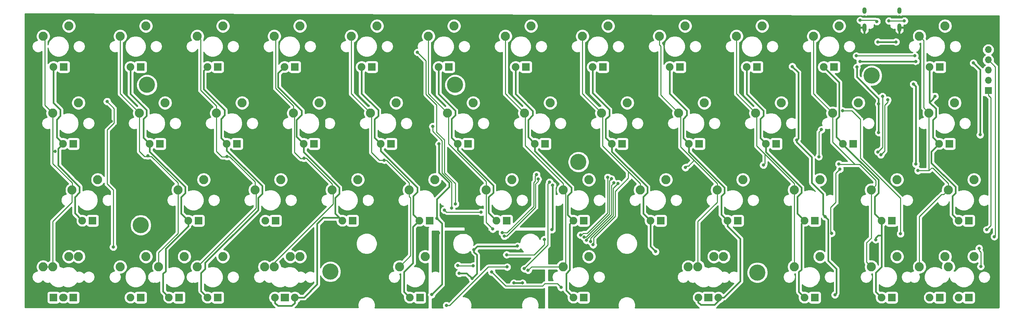
<source format=gtl>
G04 #@! TF.GenerationSoftware,KiCad,Pcbnew,5.0.2-bee76a0~70~ubuntu16.04.1*
G04 #@! TF.CreationDate,2019-05-21T21:14:29-04:00*
G04 #@! TF.ProjectId,steamvan,73746561-6d76-4616-9e2e-6b696361645f,rev?*
G04 #@! TF.SameCoordinates,PX43ec160PY7dabae0*
G04 #@! TF.FileFunction,Copper,L1,Top*
G04 #@! TF.FilePolarity,Positive*
%FSLAX46Y46*%
G04 Gerber Fmt 4.6, Leading zero omitted, Abs format (unit mm)*
G04 Created by KiCad (PCBNEW 5.0.2-bee76a0~70~ubuntu16.04.1) date Tue 21 May 2019 09:14:29 PM EDT*
%MOMM*%
%LPD*%
G01*
G04 APERTURE LIST*
G04 #@! TA.AperFunction,ComponentPad*
%ADD10C,4.000000*%
G04 #@! TD*
G04 #@! TA.AperFunction,ComponentPad*
%ADD11R,1.700000X1.700000*%
G04 #@! TD*
G04 #@! TA.AperFunction,ComponentPad*
%ADD12O,1.700000X1.700000*%
G04 #@! TD*
G04 #@! TA.AperFunction,ComponentPad*
%ADD13R,1.905000X1.905000*%
G04 #@! TD*
G04 #@! TA.AperFunction,ComponentPad*
%ADD14C,1.905000*%
G04 #@! TD*
G04 #@! TA.AperFunction,ComponentPad*
%ADD15C,2.250000*%
G04 #@! TD*
G04 #@! TA.AperFunction,ComponentPad*
%ADD16O,1.000000X1.600000*%
G04 #@! TD*
G04 #@! TA.AperFunction,ComponentPad*
%ADD17O,1.000000X2.100000*%
G04 #@! TD*
G04 #@! TA.AperFunction,ViaPad*
%ADD18C,0.800000*%
G04 #@! TD*
G04 #@! TA.AperFunction,Conductor*
%ADD19C,0.381000*%
G04 #@! TD*
G04 #@! TA.AperFunction,Conductor*
%ADD20C,0.254000*%
G04 #@! TD*
G04 APERTURE END LIST*
D10*
G04 #@! TO.P,REF\002A\002A,1*
G04 #@! TO.N,N/C*
X31618400Y57145200D03*
X30068400Y22395300D03*
X76968400Y10845300D03*
X107818400Y57145200D03*
X138305700Y38045200D03*
X210855700Y59445200D03*
X182555700Y10645300D03*
G04 #@! TD*
D11*
G04 #@! TO.P,J1,1*
G04 #@! TO.N,SWDIO*
X239674400Y55702200D03*
D12*
G04 #@! TO.P,J1,2*
G04 #@! TO.N,GND*
X239674400Y58242200D03*
G04 #@! TO.P,J1,3*
G04 #@! TO.N,SWCLK*
X239674400Y60782200D03*
G04 #@! TO.P,J1,4*
G04 #@! TO.N,NRST*
X239674400Y63322200D03*
G04 #@! TO.P,J1,5*
G04 #@! TO.N,+3V3*
X239674400Y65862200D03*
G04 #@! TD*
D13*
G04 #@! TO.P,K_DOWN1,4*
G04 #@! TO.N,Net-(K_DOWN1-Pad4)*
X215798400Y4457700D03*
D14*
G04 #@! TO.P,K_DOWN1,3*
G04 #@! TO.N,+5V*
X213258400Y4457700D03*
D15*
G04 #@! TO.P,K_DOWN1,1*
G04 #@! TO.N,COL10*
X210718400Y12077700D03*
G04 #@! TO.P,K_DOWN1,2*
G04 #@! TO.N,Net-(D45-Pad2)*
X217068400Y14617700D03*
G04 #@! TD*
D13*
G04 #@! TO.P,K_LOCK1,4*
G04 #@! TO.N,Net-(K_LOCK1-Pad4)*
X227704650Y4457700D03*
D14*
G04 #@! TO.P,K_LOCK1,3*
G04 #@! TO.N,+5V*
X225164650Y4457700D03*
D15*
G04 #@! TO.P,K_LOCK1,1*
G04 #@! TO.N,COL11*
X222624650Y12077700D03*
G04 #@! TO.P,K_LOCK1,2*
G04 #@! TO.N,Net-(D46-Pad2)*
X228974650Y14617700D03*
G04 #@! TD*
G04 #@! TO.P,K_RIGHT1,2*
G04 #@! TO.N,Net-(D46-Pad2)*
X236118400Y14617700D03*
G04 #@! TO.P,K_RIGHT1,1*
G04 #@! TO.N,COL11*
X229768400Y12077700D03*
D14*
G04 #@! TO.P,K_RIGHT1,3*
G04 #@! TO.N,+5V*
X232308400Y4457700D03*
D13*
G04 #@! TO.P,K_RIGHT1,4*
G04 #@! TO.N,Net-(K_LOCK1-Pad4)*
X234848400Y4457700D03*
G04 #@! TD*
G04 #@! TO.P,K_RSHIFT1,4*
G04 #@! TO.N,Net-(K_RSHIFT1-Pad4)*
X196748400Y4457700D03*
D14*
G04 #@! TO.P,K_RSHIFT1,3*
G04 #@! TO.N,+5V*
X194208400Y4457700D03*
D15*
G04 #@! TO.P,K_RSHIFT1,1*
G04 #@! TO.N,COL9*
X191668400Y12077700D03*
G04 #@! TO.P,K_RSHIFT1,2*
G04 #@! TO.N,Net-(D44-Pad2)*
X198018400Y14617700D03*
G04 #@! TD*
D16*
G04 #@! TO.P,USB1,13*
G04 #@! TO.N,GND*
X217682400Y75529200D03*
X209042400Y75529200D03*
D17*
X217682400Y71349200D03*
X209042400Y71349200D03*
G04 #@! TD*
D15*
G04 #@! TO.P,K_RALT1,2*
G04 #@! TO.N,Net-(D43-Pad2)*
X171824650Y14617700D03*
G04 #@! TO.P,K_RALT1,1*
G04 #@! TO.N,COL8*
X165474650Y12077700D03*
D14*
G04 #@! TO.P,K_RALT1,3*
G04 #@! TO.N,+5V*
X168014650Y4457700D03*
D13*
G04 #@! TO.P,K_RALT1,4*
G04 #@! TO.N,Net-(K_RALT1-Pad4)*
X170554650Y4457700D03*
G04 #@! TD*
D15*
G04 #@! TO.P,K_ENTER1,2*
G04 #@! TO.N,Net-(D41-Pad2)*
X100387150Y14617700D03*
G04 #@! TO.P,K_ENTER1,1*
G04 #@! TO.N,COL4*
X94037150Y12077700D03*
D14*
G04 #@! TO.P,K_ENTER1,3*
G04 #@! TO.N,+5V*
X96577150Y4457700D03*
D13*
G04 #@! TO.P,K_ENTER1,4*
G04 #@! TO.N,Net-(K_ENTER1-Pad4)*
X99117150Y4457700D03*
G04 #@! TD*
D15*
G04 #@! TO.P,K_RALT2,2*
G04 #@! TO.N,Net-(D43-Pad2)*
X174205900Y14617700D03*
G04 #@! TO.P,K_RALT2,1*
G04 #@! TO.N,COL8*
X167855900Y12077700D03*
D14*
G04 #@! TO.P,K_RALT2,3*
G04 #@! TO.N,+5V*
X172935900Y4457700D03*
D13*
G04 #@! TO.P,K_RALT2,4*
G04 #@! TO.N,Net-(K_RALT1-Pad4)*
X170395900Y4457700D03*
G04 #@! TD*
D15*
G04 #@! TO.P,K_SPACE1,2*
G04 #@! TO.N,Net-(D42-Pad2)*
X140868400Y14617700D03*
G04 #@! TO.P,K_SPACE1,1*
G04 #@! TO.N,COL6*
X134518400Y12077700D03*
D14*
G04 #@! TO.P,K_SPACE1,3*
G04 #@! TO.N,+5V*
X137058400Y4457700D03*
D13*
G04 #@! TO.P,K_SPACE1,4*
G04 #@! TO.N,Net-(K_SPACE1-Pad4)*
X139598400Y4457700D03*
G04 #@! TD*
D15*
G04 #@! TO.P,K_.1,2*
G04 #@! TO.N,Net-(D34-Pad2)*
X198018400Y33667700D03*
G04 #@! TO.P,K_.1,1*
G04 #@! TO.N,COL9*
X191668400Y31127700D03*
D14*
G04 #@! TO.P,K_.1,3*
G04 #@! TO.N,+5V*
X194208400Y23507700D03*
D13*
G04 #@! TO.P,K_.1,4*
G04 #@! TO.N,Net-(K_.1-Pad4)*
X196748400Y23507700D03*
G04 #@! TD*
G04 #@! TO.P,K_\002C1,4*
G04 #@! TO.N,Net-(K_\002C1-Pad4)*
X177698400Y23507700D03*
D14*
G04 #@! TO.P,K_\002C1,3*
G04 #@! TO.N,+5V*
X175158400Y23507700D03*
D15*
G04 #@! TO.P,K_\002C1,1*
G04 #@! TO.N,COL8*
X172618400Y31127700D03*
G04 #@! TO.P,K_\002C1,2*
G04 #@! TO.N,Net-(D33-Pad2)*
X178968400Y33667700D03*
G04 #@! TD*
G04 #@! TO.P,K_/1,2*
G04 #@! TO.N,Net-(D35-Pad2)*
X217068400Y33667700D03*
G04 #@! TO.P,K_/1,1*
G04 #@! TO.N,COL10*
X210718400Y31127700D03*
D14*
G04 #@! TO.P,K_/1,3*
G04 #@! TO.N,+5V*
X213258400Y23507700D03*
D13*
G04 #@! TO.P,K_/1,4*
G04 #@! TO.N,Net-(K_/1-Pad4)*
X215798400Y23507700D03*
G04 #@! TD*
D15*
G04 #@! TO.P,K_;1,2*
G04 #@! TO.N,Net-(D23-Pad2)*
X207543400Y52717700D03*
G04 #@! TO.P,K_;1,1*
G04 #@! TO.N,COL10*
X201193400Y50177700D03*
D14*
G04 #@! TO.P,K_;1,3*
G04 #@! TO.N,+5V*
X203733400Y42557700D03*
D13*
G04 #@! TO.P,K_;1,4*
G04 #@! TO.N,Net-(K_;1-Pad4)*
X206273400Y42557700D03*
G04 #@! TD*
G04 #@! TO.P,K_A1,4*
G04 #@! TO.N,Net-(K_A1-Pad4)*
X34823400Y42557700D03*
D14*
G04 #@! TO.P,K_A1,3*
G04 #@! TO.N,+5V*
X32283400Y42557700D03*
D15*
G04 #@! TO.P,K_A1,1*
G04 #@! TO.N,COL1*
X29743400Y50177700D03*
G04 #@! TO.P,K_A1,2*
G04 #@! TO.N,Net-(D14-Pad2)*
X36093400Y52717700D03*
G04 #@! TD*
G04 #@! TO.P,K_B1,2*
G04 #@! TO.N,Net-(D30-Pad2)*
X121818400Y33667700D03*
G04 #@! TO.P,K_B1,1*
G04 #@! TO.N,COL5*
X115468400Y31127700D03*
D14*
G04 #@! TO.P,K_B1,3*
G04 #@! TO.N,+5V*
X118008400Y23507700D03*
D13*
G04 #@! TO.P,K_B1,4*
G04 #@! TO.N,Net-(K_B1-Pad4)*
X120548400Y23507700D03*
G04 #@! TD*
D15*
G04 #@! TO.P,K_BACK1,2*
G04 #@! TO.N,Net-(D12-Pad2)*
X228974650Y71767700D03*
G04 #@! TO.P,K_BACK1,1*
G04 #@! TO.N,COL11*
X222624650Y69227700D03*
D14*
G04 #@! TO.P,K_BACK1,3*
G04 #@! TO.N,+5V*
X225164650Y61607700D03*
D13*
G04 #@! TO.P,K_BACK1,4*
G04 #@! TO.N,Net-(K_BACK1-Pad4)*
X227704650Y61607700D03*
G04 #@! TD*
G04 #@! TO.P,K_C1,4*
G04 #@! TO.N,Net-(K_C1-Pad4)*
X82448400Y23507700D03*
D14*
G04 #@! TO.P,K_C1,3*
G04 #@! TO.N,+5V*
X79908400Y23507700D03*
D15*
G04 #@! TO.P,K_C1,1*
G04 #@! TO.N,COL3*
X77368400Y31127700D03*
G04 #@! TO.P,K_C1,2*
G04 #@! TO.N,Net-(D28-Pad2)*
X83718400Y33667700D03*
G04 #@! TD*
D13*
G04 #@! TO.P,K_D1,4*
G04 #@! TO.N,Net-(K_D1-Pad4)*
X72923400Y42557700D03*
D14*
G04 #@! TO.P,K_D1,3*
G04 #@! TO.N,+5V*
X70383400Y42557700D03*
D15*
G04 #@! TO.P,K_D1,1*
G04 #@! TO.N,COL3*
X67843400Y50177700D03*
G04 #@! TO.P,K_D1,2*
G04 #@! TO.N,Net-(D16-Pad2)*
X74193400Y52717700D03*
G04 #@! TD*
D13*
G04 #@! TO.P,K_E1,4*
G04 #@! TO.N,Net-(K_E1-Pad4)*
X68160900Y61607700D03*
D14*
G04 #@! TO.P,K_E1,3*
G04 #@! TO.N,+5V*
X65620900Y61607700D03*
D15*
G04 #@! TO.P,K_E1,1*
G04 #@! TO.N,COL3*
X63080900Y69227700D03*
G04 #@! TO.P,K_E1,2*
G04 #@! TO.N,Net-(D4-Pad2)*
X69430900Y71767700D03*
G04 #@! TD*
G04 #@! TO.P,K_F1,2*
G04 #@! TO.N,Net-(D17-Pad2)*
X93243400Y52717700D03*
G04 #@! TO.P,K_F1,1*
G04 #@! TO.N,COL4*
X86893400Y50177700D03*
D14*
G04 #@! TO.P,K_F1,3*
G04 #@! TO.N,+5V*
X89433400Y42557700D03*
D13*
G04 #@! TO.P,K_F1,4*
G04 #@! TO.N,Net-(K_F1-Pad4)*
X91973400Y42557700D03*
G04 #@! TD*
D15*
G04 #@! TO.P,K_FN1,2*
G04 #@! TO.N,Net-(D13-Pad2)*
X14662150Y52717700D03*
G04 #@! TO.P,K_FN1,1*
G04 #@! TO.N,COL0*
X8312150Y50177700D03*
D14*
G04 #@! TO.P,K_FN1,3*
G04 #@! TO.N,+5V*
X10852150Y42557700D03*
D13*
G04 #@! TO.P,K_FN1,4*
G04 #@! TO.N,Net-(K_FN1-Pad4)*
X13392150Y42557700D03*
G04 #@! TD*
D15*
G04 #@! TO.P,K_FN2,2*
G04 #@! TO.N,Net-(D24-Pad2)*
X231355900Y52717700D03*
G04 #@! TO.P,K_FN2,1*
G04 #@! TO.N,COL11*
X225005900Y50177700D03*
D14*
G04 #@! TO.P,K_FN2,3*
G04 #@! TO.N,+5V*
X227545900Y42557700D03*
D13*
G04 #@! TO.P,K_FN2,4*
G04 #@! TO.N,Net-(K_FN2-Pad4)*
X230085900Y42557700D03*
G04 #@! TD*
G04 #@! TO.P,K_FN3,4*
G04 #@! TO.N,Net-(K_FN3-Pad4)*
X234848400Y23507700D03*
D14*
G04 #@! TO.P,K_FN3,3*
G04 #@! TO.N,+5V*
X232308400Y23507700D03*
D15*
G04 #@! TO.P,K_FN3,1*
G04 #@! TO.N,COL11*
X229768400Y31127700D03*
G04 #@! TO.P,K_FN3,2*
G04 #@! TO.N,Net-(D36-Pad2)*
X236118400Y33667700D03*
G04 #@! TD*
D13*
G04 #@! TO.P,K_FN4,4*
G04 #@! TO.N,Net-(K_FN4-Pad4)*
X39585900Y4457700D03*
D14*
G04 #@! TO.P,K_FN4,3*
G04 #@! TO.N,+5V*
X37045900Y4457700D03*
D15*
G04 #@! TO.P,K_FN4,1*
G04 #@! TO.N,COL1*
X34505900Y12077700D03*
G04 #@! TO.P,K_FN4,2*
G04 #@! TO.N,Net-(D38-Pad2)*
X40855900Y14617700D03*
G04 #@! TD*
D13*
G04 #@! TO.P,K_FN4_2,4*
G04 #@! TO.N,Net-(K_FN4-Pad4)*
X30060900Y4457700D03*
D14*
G04 #@! TO.P,K_FN4_2,3*
G04 #@! TO.N,+5V*
X27520900Y4457700D03*
D15*
G04 #@! TO.P,K_FN4_2,1*
G04 #@! TO.N,COL1*
X24980900Y12077700D03*
G04 #@! TO.P,K_FN4_2,2*
G04 #@! TO.N,Net-(D38-Pad2)*
X31330900Y14617700D03*
G04 #@! TD*
D13*
G04 #@! TO.P,K_G1,4*
G04 #@! TO.N,Net-(K_G1-Pad4)*
X111023400Y42557700D03*
D14*
G04 #@! TO.P,K_G1,3*
G04 #@! TO.N,+5V*
X108483400Y42557700D03*
D15*
G04 #@! TO.P,K_G1,1*
G04 #@! TO.N,COL5*
X105943400Y50177700D03*
G04 #@! TO.P,K_G1,2*
G04 #@! TO.N,Net-(D18-Pad2)*
X112293400Y52717700D03*
G04 #@! TD*
G04 #@! TO.P,K_H1,2*
G04 #@! TO.N,Net-(D19-Pad2)*
X131343400Y52717700D03*
G04 #@! TO.P,K_H1,1*
G04 #@! TO.N,COL6*
X124993400Y50177700D03*
D14*
G04 #@! TO.P,K_H1,3*
G04 #@! TO.N,+5V*
X127533400Y42557700D03*
D13*
G04 #@! TO.P,K_H1,4*
G04 #@! TO.N,Net-(K_H1-Pad4)*
X130073400Y42557700D03*
G04 #@! TD*
D15*
G04 #@! TO.P,K_I1,2*
G04 #@! TO.N,Net-(D9-Pad2)*
X164680900Y71767700D03*
G04 #@! TO.P,K_I1,1*
G04 #@! TO.N,COL8*
X158330900Y69227700D03*
D14*
G04 #@! TO.P,K_I1,3*
G04 #@! TO.N,+5V*
X160870900Y61607700D03*
D13*
G04 #@! TO.P,K_I1,4*
G04 #@! TO.N,Net-(K_I1-Pad4)*
X163410900Y61607700D03*
G04 #@! TD*
G04 #@! TO.P,K_J1,4*
G04 #@! TO.N,Net-(K_J1-Pad4)*
X149123400Y42557700D03*
D14*
G04 #@! TO.P,K_J1,3*
G04 #@! TO.N,+5V*
X146583400Y42557700D03*
D15*
G04 #@! TO.P,K_J1,1*
G04 #@! TO.N,COL7*
X144043400Y50177700D03*
G04 #@! TO.P,K_J1,2*
G04 #@! TO.N,Net-(D20-Pad2)*
X150393400Y52717700D03*
G04 #@! TD*
G04 #@! TO.P,K_K1,2*
G04 #@! TO.N,Net-(D21-Pad2)*
X169443400Y52717700D03*
G04 #@! TO.P,K_K1,1*
G04 #@! TO.N,COL8*
X163093400Y50177700D03*
D14*
G04 #@! TO.P,K_K1,3*
G04 #@! TO.N,+5V*
X165633400Y42557700D03*
D13*
G04 #@! TO.P,K_K1,4*
G04 #@! TO.N,Net-(K_K1-Pad4)*
X168173400Y42557700D03*
G04 #@! TD*
G04 #@! TO.P,K_L1,4*
G04 #@! TO.N,Net-(K_L1-Pad4)*
X187223400Y42557700D03*
D14*
G04 #@! TO.P,K_L1,3*
G04 #@! TO.N,+5V*
X184683400Y42557700D03*
D15*
G04 #@! TO.P,K_L1,1*
G04 #@! TO.N,COL9*
X182143400Y50177700D03*
G04 #@! TO.P,K_L1,2*
G04 #@! TO.N,Net-(D22-Pad2)*
X188493400Y52717700D03*
G04 #@! TD*
D13*
G04 #@! TO.P,K_LALT1,4*
G04 #@! TO.N,Net-(K_LALT1-Pad4)*
X49110900Y4457700D03*
D14*
G04 #@! TO.P,K_LALT1,3*
G04 #@! TO.N,+5V*
X46570900Y4457700D03*
D15*
G04 #@! TO.P,K_LALT1,1*
G04 #@! TO.N,COL2*
X44030900Y12077700D03*
G04 #@! TO.P,K_LALT1,2*
G04 #@! TO.N,Net-(D39-Pad2)*
X50380900Y14617700D03*
G04 #@! TD*
D13*
G04 #@! TO.P,K_LCTL1,4*
G04 #@! TO.N,Net-(K_LCTL1-Pad4)*
X13392150Y4457700D03*
D14*
G04 #@! TO.P,K_LCTL1,3*
G04 #@! TO.N,+5V*
X10852150Y4457700D03*
D15*
G04 #@! TO.P,K_LCTL1,1*
G04 #@! TO.N,COL0*
X8312150Y12077700D03*
G04 #@! TO.P,K_LCTL1,2*
G04 #@! TO.N,Net-(D37-Pad2)*
X14662150Y14617700D03*
G04 #@! TD*
D13*
G04 #@! TO.P,K_LSHIFT1,4*
G04 #@! TO.N,Net-(K_LSHIFT1-Pad4)*
X18154650Y23507700D03*
D14*
G04 #@! TO.P,K_LSHIFT1,3*
G04 #@! TO.N,+5V*
X15614650Y23507700D03*
D15*
G04 #@! TO.P,K_LSHIFT1,1*
G04 #@! TO.N,COL0*
X13074650Y31127700D03*
G04 #@! TO.P,K_LSHIFT1,2*
G04 #@! TO.N,Net-(D25-Pad2)*
X19424650Y33667700D03*
G04 #@! TD*
G04 #@! TO.P,K_M1,2*
G04 #@! TO.N,Net-(D32-Pad2)*
X159918400Y33667700D03*
G04 #@! TO.P,K_M1,1*
G04 #@! TO.N,COL7*
X153568400Y31127700D03*
D14*
G04 #@! TO.P,K_M1,3*
G04 #@! TO.N,+5V*
X156108400Y23507700D03*
D13*
G04 #@! TO.P,K_M1,4*
G04 #@! TO.N,Net-(K_M1-Pad4)*
X158648400Y23507700D03*
G04 #@! TD*
G04 #@! TO.P,K_N1,4*
G04 #@! TO.N,Net-(K_N1-Pad4)*
X139598400Y23507700D03*
D14*
G04 #@! TO.P,K_N1,3*
G04 #@! TO.N,+5V*
X137058400Y23507700D03*
D15*
G04 #@! TO.P,K_N1,1*
G04 #@! TO.N,COL6*
X134518400Y31127700D03*
G04 #@! TO.P,K_N1,2*
G04 #@! TO.N,Net-(D31-Pad2)*
X140868400Y33667700D03*
G04 #@! TD*
D13*
G04 #@! TO.P,K_O1,4*
G04 #@! TO.N,Net-(K_O1-Pad4)*
X182460900Y61607700D03*
D14*
G04 #@! TO.P,K_O1,3*
G04 #@! TO.N,+5V*
X179920900Y61607700D03*
D15*
G04 #@! TO.P,K_O1,1*
G04 #@! TO.N,COL9*
X177380900Y69227700D03*
G04 #@! TO.P,K_O1,2*
G04 #@! TO.N,Net-(D10-Pad2)*
X183730900Y71767700D03*
G04 #@! TD*
G04 #@! TO.P,K_P1,2*
G04 #@! TO.N,Net-(D11-Pad2)*
X202780900Y71767700D03*
G04 #@! TO.P,K_P1,1*
G04 #@! TO.N,COL10*
X196430900Y69227700D03*
D14*
G04 #@! TO.P,K_P1,3*
G04 #@! TO.N,+5V*
X198970900Y61607700D03*
D13*
G04 #@! TO.P,K_P1,4*
G04 #@! TO.N,Net-(K_P1-Pad4)*
X201510900Y61607700D03*
G04 #@! TD*
G04 #@! TO.P,K_Q1,4*
G04 #@! TO.N,Net-(K_Q1-Pad4)*
X30060900Y61607700D03*
D14*
G04 #@! TO.P,K_Q1,3*
G04 #@! TO.N,+5V*
X27520900Y61607700D03*
D15*
G04 #@! TO.P,K_Q1,1*
G04 #@! TO.N,COL1*
X24980900Y69227700D03*
G04 #@! TO.P,K_Q1,2*
G04 #@! TO.N,Net-(D2-Pad2)*
X31330900Y71767700D03*
G04 #@! TD*
G04 #@! TO.P,K_R1,2*
G04 #@! TO.N,Net-(D5-Pad2)*
X88480900Y71767700D03*
G04 #@! TO.P,K_R1,1*
G04 #@! TO.N,COL4*
X82130900Y69227700D03*
D14*
G04 #@! TO.P,K_R1,3*
G04 #@! TO.N,+5V*
X84670900Y61607700D03*
D13*
G04 #@! TO.P,K_R1,4*
G04 #@! TO.N,Net-(K_R1-Pad4)*
X87210900Y61607700D03*
G04 #@! TD*
D15*
G04 #@! TO.P,K_S1,2*
G04 #@! TO.N,Net-(D15-Pad2)*
X55143400Y52717700D03*
G04 #@! TO.P,K_S1,1*
G04 #@! TO.N,COL2*
X48793400Y50177700D03*
D14*
G04 #@! TO.P,K_S1,3*
G04 #@! TO.N,+5V*
X51333400Y42557700D03*
D13*
G04 #@! TO.P,K_S1,4*
G04 #@! TO.N,Net-(K_S1-Pad4)*
X53873400Y42557700D03*
G04 #@! TD*
D15*
G04 #@! TO.P,K_SUPER1,2*
G04 #@! TO.N,Net-(D40-Pad2)*
X67049650Y14617700D03*
G04 #@! TO.P,K_SUPER1,1*
G04 #@! TO.N,COL3*
X60699650Y12077700D03*
D14*
G04 #@! TO.P,K_SUPER1,3*
G04 #@! TO.N,+5V*
X63239650Y4457700D03*
D13*
G04 #@! TO.P,K_SUPER1,4*
G04 #@! TO.N,Net-(K_SUPER1-Pad4)*
X65779650Y4457700D03*
G04 #@! TD*
G04 #@! TO.P,K_T1,4*
G04 #@! TO.N,Net-(K_T1-Pad4)*
X106260900Y61607700D03*
D14*
G04 #@! TO.P,K_T1,3*
G04 #@! TO.N,+5V*
X103720900Y61607700D03*
D15*
G04 #@! TO.P,K_T1,1*
G04 #@! TO.N,COL5*
X101180900Y69227700D03*
G04 #@! TO.P,K_T1,2*
G04 #@! TO.N,Net-(D6-Pad2)*
X107530900Y71767700D03*
G04 #@! TD*
G04 #@! TO.P,K_TAB1,2*
G04 #@! TO.N,Net-(D1-Pad2)*
X12280900Y71767700D03*
G04 #@! TO.P,K_TAB1,1*
G04 #@! TO.N,COL0*
X5930900Y69227700D03*
D14*
G04 #@! TO.P,K_TAB1,3*
G04 #@! TO.N,+5V*
X8470900Y61607700D03*
D13*
G04 #@! TO.P,K_TAB1,4*
G04 #@! TO.N,Net-(K_TAB1-Pad4)*
X11010900Y61607700D03*
G04 #@! TD*
D15*
G04 #@! TO.P,K_U1,2*
G04 #@! TO.N,Net-(D8-Pad2)*
X145630900Y71767700D03*
G04 #@! TO.P,K_U1,1*
G04 #@! TO.N,COL7*
X139280900Y69227700D03*
D14*
G04 #@! TO.P,K_U1,3*
G04 #@! TO.N,+5V*
X141820900Y61607700D03*
D13*
G04 #@! TO.P,K_U1,4*
G04 #@! TO.N,Net-(K_U1-Pad4)*
X144360900Y61607700D03*
G04 #@! TD*
G04 #@! TO.P,K_V1,4*
G04 #@! TO.N,Net-(K_V1-Pad4)*
X101498400Y23507700D03*
D14*
G04 #@! TO.P,K_V1,3*
G04 #@! TO.N,+5V*
X98958400Y23507700D03*
D15*
G04 #@! TO.P,K_V1,1*
G04 #@! TO.N,COL4*
X96418400Y31127700D03*
G04 #@! TO.P,K_V1,2*
G04 #@! TO.N,Net-(D29-Pad2)*
X102768400Y33667700D03*
G04 #@! TD*
G04 #@! TO.P,K_W1,2*
G04 #@! TO.N,Net-(D3-Pad2)*
X50380900Y71767700D03*
G04 #@! TO.P,K_W1,1*
G04 #@! TO.N,COL2*
X44030900Y69227700D03*
D14*
G04 #@! TO.P,K_W1,3*
G04 #@! TO.N,+5V*
X46570900Y61607700D03*
D13*
G04 #@! TO.P,K_W1,4*
G04 #@! TO.N,Net-(K_W1-Pad4)*
X49110900Y61607700D03*
G04 #@! TD*
G04 #@! TO.P,K_X1,4*
G04 #@! TO.N,Net-(K_X1-Pad4)*
X63398400Y23507700D03*
D14*
G04 #@! TO.P,K_X1,3*
G04 #@! TO.N,+5V*
X60858400Y23507700D03*
D15*
G04 #@! TO.P,K_X1,1*
G04 #@! TO.N,COL2*
X58318400Y31127700D03*
G04 #@! TO.P,K_X1,2*
G04 #@! TO.N,Net-(D27-Pad2)*
X64668400Y33667700D03*
G04 #@! TD*
G04 #@! TO.P,K_Y1,2*
G04 #@! TO.N,Net-(D7-Pad2)*
X126580900Y71767700D03*
G04 #@! TO.P,K_Y1,1*
G04 #@! TO.N,COL6*
X120230900Y69227700D03*
D14*
G04 #@! TO.P,K_Y1,3*
G04 #@! TO.N,+5V*
X122770900Y61607700D03*
D13*
G04 #@! TO.P,K_Y1,4*
G04 #@! TO.N,Net-(K_Y1-Pad4)*
X125310900Y61607700D03*
G04 #@! TD*
G04 #@! TO.P,K_Z1,4*
G04 #@! TO.N,Net-(K_Z1-Pad4)*
X44348400Y23507700D03*
D14*
G04 #@! TO.P,K_Z1,3*
G04 #@! TO.N,+5V*
X41808400Y23507700D03*
D15*
G04 #@! TO.P,K_Z1,1*
G04 #@! TO.N,COL1*
X39268400Y31127700D03*
G04 #@! TO.P,K_Z1,2*
G04 #@! TO.N,Net-(D26-Pad2)*
X45618400Y33667700D03*
G04 #@! TD*
G04 #@! TO.P,K_LCTL2,2*
G04 #@! TO.N,Net-(D37-Pad2)*
X12280900Y14617700D03*
G04 #@! TO.P,K_LCTL2,1*
G04 #@! TO.N,COL0*
X5930900Y12077700D03*
D14*
G04 #@! TO.P,K_LCTL2,3*
G04 #@! TO.N,+5V*
X11010900Y4457700D03*
D13*
G04 #@! TO.P,K_LCTL2,4*
G04 #@! TO.N,Net-(K_LCTL1-Pad4)*
X8470900Y4457700D03*
G04 #@! TD*
G04 #@! TO.P,K_SUPER2,4*
G04 #@! TO.N,Net-(K_SUPER1-Pad4)*
X65620900Y4457700D03*
D14*
G04 #@! TO.P,K_SUPER2,3*
G04 #@! TO.N,+5V*
X68160900Y4457700D03*
D15*
G04 #@! TO.P,K_SUPER2,1*
G04 #@! TO.N,COL3*
X63080900Y12077700D03*
G04 #@! TO.P,K_SUPER2,2*
G04 #@! TO.N,Net-(D40-Pad2)*
X69430900Y14617700D03*
G04 #@! TD*
D18*
G04 #@! TO.N,GND*
X19075400Y18618200D03*
X22758400Y48082200D03*
X106959400Y12268200D03*
X110515400Y14427200D03*
X188112400Y56083200D03*
X191033400Y52654200D03*
X151790400Y55448198D03*
X152933400Y52273200D03*
X71145400Y56083200D03*
X84734400Y20523200D03*
X78638400Y14554200D03*
X22885400Y15189200D03*
X30759400Y17729200D03*
X113690400Y55829200D03*
X114706400Y53035200D03*
X222148400Y61798200D03*
X213004400Y61925200D03*
X218211400Y58750200D03*
X108229400Y6299200D03*
X134518400Y5283200D03*
X149631400Y6807200D03*
X149758400Y10363200D03*
X176428400Y12649200D03*
X109245400Y30048200D03*
X229666800Y38506400D03*
X204114400Y34112200D03*
X132105400Y14046200D03*
X137668000Y16052800D03*
X76225400Y20269200D03*
X71653400Y18872200D03*
X200304400Y35763200D03*
X211988400Y14935200D03*
X238404400Y35636200D03*
X41808400Y61798200D03*
X45745400Y42494200D03*
X82448400Y10109200D03*
X139979400Y43002200D03*
X57810400Y4267200D03*
X78638400Y4140200D03*
X25298400Y42875200D03*
X65176400Y42621200D03*
X83718400Y42748200D03*
X144551400Y37160200D03*
X158013400Y3759200D03*
X185699400Y3759200D03*
X232816400Y13157200D03*
X223164400Y7823200D03*
X227355400Y23571200D03*
X208432400Y23698200D03*
X188620400Y22936200D03*
X171475400Y23063200D03*
X55397400Y8331200D03*
X60731400Y15316200D03*
X97942400Y61671200D03*
X173761400Y61798200D03*
X156362400Y61544200D03*
X194716400Y61671200D03*
X151536400Y23698200D03*
X93751400Y23444200D03*
X33807400Y23825200D03*
X42697400Y4394200D03*
X160172400Y42748200D03*
X136296400Y61417200D03*
X178587400Y42748200D03*
X171602400Y43256200D03*
X199542400Y42748200D03*
X214020400Y37414200D03*
X207416400Y4521200D03*
X177063400Y3886200D03*
X154711400Y7569200D03*
X106959400Y9093200D03*
X86131400Y13411200D03*
X23139400Y4775200D03*
X5740400Y6553200D03*
X53619400Y23825200D03*
X28727400Y58496200D03*
X133629400Y24587200D03*
X43967400Y15316200D03*
X38379400Y43256200D03*
X28473400Y14554200D03*
X72161400Y24333200D03*
X162077400Y24333200D03*
X147091400Y4394200D03*
X71145400Y3505200D03*
X26060400Y21158200D03*
X131876800Y4775200D03*
X99593400Y20523202D03*
X109118400Y24536400D03*
X106832400Y13995400D03*
X117805200Y13233400D03*
X111836200Y4292600D03*
X131445000Y10972800D03*
X103733600Y20472400D03*
X133553200Y22301200D03*
X142367000Y24460200D03*
X57531000Y43129200D03*
X76631800Y43332400D03*
X95707200Y43281600D03*
X100634800Y45059600D03*
X90373200Y61544200D03*
X129082800Y62255400D03*
X148031200Y62357000D03*
X166395400Y62331600D03*
X186004200Y62661800D03*
X209854800Y43434000D03*
X181203600Y24333200D03*
X190246000Y43332400D03*
X152755600Y43332400D03*
X237134400Y20320000D03*
X238074200Y24130000D03*
X222326200Y4749800D03*
X66522600Y24358600D03*
X33502600Y62280800D03*
X48107600Y24206200D03*
X85852000Y24180800D03*
X233603800Y43230800D03*
X225653600Y13614400D03*
X31648400Y8001000D03*
X219506800Y24130000D03*
X93776800Y7772400D03*
X223316800Y40894000D03*
G04 #@! TO.N,+3V3*
X221157800Y57327800D03*
X221767400Y37515800D03*
X131927600Y32258000D03*
X131757634Y21284307D03*
X112483900Y16294100D03*
X123228100Y17195800D03*
X112001300Y9144000D03*
X108813600Y10452100D03*
X122326400Y8045410D03*
X124485400Y8045410D03*
G04 #@! TO.N,NRST*
X241147600Y19532600D03*
G04 #@! TO.N,+5V*
X207952340Y62964060D03*
X221734380Y62966600D03*
X211810600Y18770600D03*
X157378400Y15824200D03*
X226466400Y54305200D03*
G04 #@! TO.N,ROW0*
X98501200Y65227200D03*
X107873800Y27609800D03*
X207035400Y64338200D03*
X221513400Y64338200D03*
G04 #@! TO.N,ROW1*
X102260400Y46837600D03*
X106959400Y26619200D03*
G04 #@! TO.N,ROW2*
X114198400Y25603200D03*
X105181400Y26111200D03*
G04 #@! TO.N,ROW3*
X134010400Y6934200D03*
X116865400Y10744200D03*
X237388400Y16662400D03*
X237794800Y12141200D03*
G04 #@! TO.N,Net-(F1-Pad2)*
X212361780Y67800220D03*
X216824559Y67800220D03*
G04 #@! TO.N,SWDIO*
X120548400Y15049500D03*
X129844800Y18821400D03*
X239280700Y21259800D03*
G04 #@! TO.N,SWCLK*
X202971400Y36271200D03*
X200939400Y20389890D03*
G04 #@! TO.N,COL8*
X164744400Y36652200D03*
X148107400Y32715200D03*
X141274800Y18338800D03*
G04 #@! TO.N,COL9*
X184048400Y37287200D03*
X147091400Y32842200D03*
X140298499Y18629075D03*
G04 #@! TO.N,COL10*
X202717400Y37541200D03*
X146456400Y33858200D03*
X139705666Y19438385D03*
G04 #@! TO.N,COL1*
X31800800Y39573200D03*
G04 #@! TO.N,COL5*
X117119400Y21412200D03*
G04 #@! TO.N,COL11*
X222275400Y35890200D03*
X145534303Y34253384D03*
X138832679Y19932679D03*
G04 #@! TO.N,COL3*
X70408800Y38963600D03*
G04 #@! TO.N,COL4*
X90271600Y38506400D03*
G04 #@! TO.N,COL0*
X8883690Y40640000D03*
G04 #@! TO.N,COL6*
X125847471Y11211988D03*
G04 #@! TO.N,COL7*
X141935200Y17526000D03*
G04 #@! TO.N,COL2*
X51409600Y39420800D03*
G04 #@! TO.N,LEDGND*
X212547200Y45339000D03*
X212547200Y52400200D03*
X207162400Y61544200D03*
X191198500Y61696600D03*
X192303400Y43484800D03*
X199326500Y24472900D03*
X201739500Y5130800D03*
X235991400Y62560200D03*
X237642400Y44780200D03*
X103784400Y42494200D03*
X103276400Y24079200D03*
X102006400Y5156200D03*
G04 #@! TO.N,LEDPWM*
X131165600Y33045400D03*
X198399386Y46050200D03*
X124917706Y11588779D03*
X197764400Y39350990D03*
G04 #@! TO.N,Net-(RC6-Pad2)*
X207975200Y73152000D03*
X212090000Y72847200D03*
G04 #@! TO.N,Net-(RC7-Pad2)*
X215087200Y72999600D03*
X218897200Y72999604D03*
G04 #@! TO.N,Net-(RC8-Pad1)*
X105689400Y2489200D03*
X120675400Y12014200D03*
G04 #@! TO.N,D_N*
X119464860Y20520410D03*
X127939800Y34891200D03*
X213496768Y54295432D03*
X212354978Y40538320D03*
G04 #@! TO.N,D_P*
X119984251Y19662116D03*
X213080599Y39808110D03*
X214782400Y53416200D03*
X128320800Y33782000D03*
G04 #@! TO.N,RGBLED_3V3*
X112293400Y12268200D03*
X108483400Y12395200D03*
G04 #@! TO.N,Net-(RGB2-Pad2)*
X23266400Y16967200D03*
X21742400Y53035200D03*
G04 #@! TO.N,Net-(RGB7-Pad2)*
X203649168Y50717410D03*
X217957400Y20262810D03*
G04 #@! TD*
D19*
G04 #@! TO.N,GND*
X17424400Y42748200D02*
X22758400Y48082200D01*
X17424400Y32715200D02*
X17424400Y42748200D01*
X19964400Y30175200D02*
X17424400Y32715200D01*
X19075400Y18618200D02*
X19964400Y19507200D01*
X19964400Y19507200D02*
X19964400Y30175200D01*
X191033400Y52781200D02*
X191033400Y52654200D01*
X188112400Y56083200D02*
X188112400Y55702200D01*
X188112400Y55702200D02*
X191033400Y52781200D01*
X152679400Y52527200D02*
X152933400Y52273200D01*
X151790400Y55448198D02*
X152679400Y54559198D01*
X152679400Y54559198D02*
X152679400Y52527200D01*
X71145400Y55517515D02*
X72288400Y54374515D01*
X71145400Y56083200D02*
X71145400Y55517515D01*
X72288400Y54374515D02*
X72288400Y51638200D01*
X75464699Y48461901D02*
X75464699Y38809901D01*
X72288400Y51638200D02*
X75464699Y48461901D01*
X75464699Y38809901D02*
X84734400Y29540200D01*
X84734400Y29540200D02*
X84734400Y20523200D01*
X84607400Y20523200D02*
X84734400Y20523200D01*
X78638400Y14554200D02*
X84607400Y20523200D01*
X22885400Y15189200D02*
X29108400Y15189200D01*
X30759400Y16840200D02*
X30759400Y17729200D01*
X29108400Y15189200D02*
X30759400Y16840200D01*
X109118400Y14427200D02*
X110515400Y14427200D01*
X106959400Y12268200D02*
X109118400Y14427200D01*
X113690400Y55829200D02*
X113690400Y54051200D01*
X113690400Y54051200D02*
X114706400Y53035200D01*
X222148400Y61798200D02*
X213131400Y61798200D01*
X213131400Y61798200D02*
X213004400Y61925200D01*
X217645715Y58750200D02*
X216121715Y60274200D01*
X218211400Y58750200D02*
X217645715Y58750200D01*
X214655400Y60274200D02*
X213004400Y61925200D01*
X216121715Y60274200D02*
X214655400Y60274200D01*
X108229400Y6864885D02*
X106959400Y8134885D01*
X106959400Y9093200D02*
X106959400Y12268200D01*
X106959400Y8134885D02*
X106959400Y9093200D01*
X108229400Y6299200D02*
X108229400Y6864885D01*
X149631400Y6807200D02*
X149631400Y10236200D01*
X149631400Y10236200D02*
X149758400Y10363200D01*
X134518400Y5283200D02*
X134010400Y4775200D01*
X134010400Y4775200D02*
X131876800Y4775200D01*
X109169200Y24536400D02*
X109118400Y24536400D01*
X106959400Y19284910D02*
X108070690Y20396200D01*
X110185200Y20396200D02*
X111328200Y21539200D01*
X106959400Y12268200D02*
X106959400Y19284910D01*
X111328200Y21539200D02*
X111328200Y22377400D01*
X108070690Y20396200D02*
X110185200Y20396200D01*
X111328200Y22377400D02*
X109169200Y24536400D01*
G04 #@! TO.N,+3V3*
X221157800Y57327800D02*
X221767400Y56718200D01*
X221767400Y56718200D02*
X221767400Y37515800D01*
X131927600Y32258000D02*
X131927600Y21454273D01*
X131927600Y21454273D02*
X131757634Y21284307D01*
X112483900Y16294100D02*
X113322100Y17132300D01*
X113322100Y17132300D02*
X123164600Y17132300D01*
X123164600Y17132300D02*
X123228100Y17195800D01*
X112483900Y15728415D02*
X113233200Y14979115D01*
X112483900Y16294100D02*
X112483900Y15728415D01*
X113233200Y14979115D02*
X113233200Y10375900D01*
X113233200Y10375900D02*
X112001300Y9144000D01*
X110693200Y10452100D02*
X112001300Y9144000D01*
X108813600Y10452100D02*
X110693200Y10452100D01*
X124485400Y8045410D02*
X122326400Y8045410D01*
D20*
G04 #@! TO.N,NRST*
X241414300Y61582300D02*
X239674400Y63322200D01*
X241147600Y19532600D02*
X241414300Y19799300D01*
X241414300Y19799300D02*
X241414300Y61582300D01*
D19*
G04 #@! TO.N,+5V*
X167919400Y4362450D02*
X167919400Y3251200D01*
X171983400Y2616200D02*
X172999400Y3632200D01*
X168014650Y4457700D02*
X167919400Y4362450D01*
X172999400Y4394200D02*
X172935900Y4457700D01*
X168554400Y2616200D02*
X171983400Y2616200D01*
X172999400Y3632200D02*
X172999400Y4394200D01*
X167919400Y3251200D02*
X168554400Y2616200D01*
X63239650Y3110662D02*
X63988112Y2362200D01*
X63239650Y4457700D02*
X63239650Y3110662D01*
X68160900Y3110662D02*
X68160900Y4457700D01*
X67412438Y2362200D02*
X68160900Y3110662D01*
X63988112Y2362200D02*
X67412438Y2362200D01*
X35585400Y5918200D02*
X37045900Y4457700D01*
X36220400Y16572662D02*
X36220400Y10975850D01*
X36220400Y10975850D02*
X35585400Y10340850D01*
X41808400Y23507700D02*
X41808400Y22160662D01*
X35585400Y10340850D02*
X35585400Y5918200D01*
X41808400Y22160662D02*
X36220400Y16572662D01*
X30759400Y48717200D02*
X30759400Y44081700D01*
X31521400Y49479200D02*
X30759400Y48717200D01*
X30759400Y44081700D02*
X32283400Y42557700D01*
X31521400Y50876200D02*
X31521400Y49479200D01*
X27520900Y61607700D02*
X27520900Y54876700D01*
X27520900Y54876700D02*
X31521400Y50876200D01*
X225958400Y48463200D02*
X225958400Y44145200D01*
X226720400Y49225200D02*
X225958400Y48463200D01*
X225958400Y44145200D02*
X227545900Y42557700D01*
X226720400Y51257200D02*
X226720400Y49225200D01*
X225164650Y61607700D02*
X225164650Y52812950D01*
X225164650Y52812950D02*
X226720400Y51257200D01*
X211861400Y5854700D02*
X213258400Y4457700D01*
X211861400Y10617200D02*
X211861400Y5854700D01*
X213258400Y12014200D02*
X211861400Y10617200D01*
X183286400Y43954700D02*
X184683400Y42557700D01*
X179920900Y54876700D02*
X184048400Y50749200D01*
X179920900Y61607700D02*
X179920900Y54876700D01*
X184048400Y49479200D02*
X183286400Y48717200D01*
X184048400Y50749200D02*
X184048400Y49479200D01*
X183286400Y48717200D02*
X183286400Y43954700D01*
X174282938Y4457700D02*
X172935900Y4457700D01*
X178333400Y8508162D02*
X174282938Y4457700D01*
X178333400Y18985662D02*
X178333400Y8508162D01*
X175158400Y23507700D02*
X175158400Y22160662D01*
X175158400Y22160662D02*
X178333400Y18985662D01*
X145059400Y44081700D02*
X146583400Y42557700D01*
X145059400Y48590200D02*
X145059400Y44081700D01*
X145948400Y51003200D02*
X145948400Y49479200D01*
X145948400Y49479200D02*
X145059400Y48590200D01*
X141820900Y61607700D02*
X141820900Y55130700D01*
X141820900Y55130700D02*
X145948400Y51003200D01*
X125882400Y48463200D02*
X125882400Y44208700D01*
X122770900Y61607700D02*
X122770900Y54876700D01*
X127025400Y49606200D02*
X125882400Y48463200D01*
X125882400Y44208700D02*
X127533400Y42557700D01*
X127025400Y50622200D02*
X127025400Y49606200D01*
X122770900Y54876700D02*
X127025400Y50622200D01*
X106959400Y44081700D02*
X108483400Y42557700D01*
X103720900Y54876700D02*
X107848400Y50749200D01*
X103720900Y61607700D02*
X103720900Y54876700D01*
X107848400Y49606200D02*
X106959400Y48717200D01*
X107848400Y50749200D02*
X107848400Y49606200D01*
X106959400Y48717200D02*
X106959400Y44081700D01*
X164236400Y43954700D02*
X165633400Y42557700D01*
X160870900Y55003700D02*
X165125400Y50749200D01*
X160870900Y61607700D02*
X160870900Y55003700D01*
X165125400Y50749200D02*
X165125400Y49606200D01*
X165125400Y49606200D02*
X164236400Y48717200D01*
X164236400Y48717200D02*
X164236400Y43954700D01*
X87909400Y44081700D02*
X89433400Y42557700D01*
X84670900Y55003700D02*
X88798400Y50876200D01*
X88798400Y50876200D02*
X88798400Y49479200D01*
X88798400Y49479200D02*
X87909400Y48590200D01*
X87909400Y48590200D02*
X87909400Y44081700D01*
X84670900Y61607700D02*
X84670900Y55003700D01*
X97434400Y25031700D02*
X98958400Y23507700D01*
X98450400Y30556200D02*
X97434400Y29540200D01*
X98450400Y31699200D02*
X98450400Y30556200D01*
X97434400Y29540200D02*
X97434400Y25031700D01*
X89433400Y42557700D02*
X89433400Y40716200D01*
X89433400Y40716200D02*
X98450400Y31699200D01*
X207952340Y62964060D02*
X221731840Y62964060D01*
X221731840Y62964060D02*
X221734380Y62966600D01*
X202812699Y57765901D02*
X202812699Y49320499D01*
X198970900Y61607700D02*
X202812699Y57765901D01*
X202082400Y48590200D02*
X202082400Y44208700D01*
X202812699Y49320499D02*
X202082400Y48590200D01*
X202082400Y44208700D02*
X203733400Y42557700D01*
X213258400Y23507700D02*
X213258400Y19837400D01*
X213258400Y19837400D02*
X213258400Y12014200D01*
X211810600Y19240500D02*
X211810600Y18770600D01*
X213258400Y19837400D02*
X212407500Y19837400D01*
X212407500Y19837400D02*
X211810600Y19240500D01*
X156108400Y23507700D02*
X156108400Y17094200D01*
X156108400Y17094200D02*
X157378400Y15824200D01*
X226066401Y53714701D02*
X225164650Y52812950D01*
X226066401Y53905201D02*
X226066401Y53714701D01*
X226466400Y54305200D02*
X226066401Y53905201D01*
X230784400Y25031700D02*
X232308400Y23507700D01*
X227545900Y42557700D02*
X225577400Y40589200D01*
X225577400Y40589200D02*
X225577400Y37795200D01*
X225577400Y37795200D02*
X231546400Y31826200D01*
X231546400Y31826200D02*
X231546400Y30302200D01*
X231546400Y30302200D02*
X230784400Y29540200D01*
X230784400Y29540200D02*
X230784400Y25031700D01*
X116116111Y25399989D02*
X118008400Y23507700D01*
X108483400Y40970200D02*
X117246400Y32207200D01*
X117246400Y32207200D02*
X117246400Y30429200D01*
X116116111Y29298911D02*
X116116111Y25399989D01*
X117246400Y30429200D02*
X116116111Y29298911D01*
X108483400Y42557700D02*
X108483400Y40970200D01*
X155346400Y30429200D02*
X154330400Y29413200D01*
X155346400Y31826200D02*
X155346400Y30429200D01*
X154330400Y25285700D02*
X156108400Y23507700D01*
X146583400Y42557700D02*
X146583400Y40589200D01*
X154330400Y29413200D02*
X154330400Y25285700D01*
X146583400Y40589200D02*
X155346400Y31826200D01*
X174396400Y31699200D02*
X174396400Y30302200D01*
X173634400Y25031700D02*
X175158400Y23507700D01*
X173634400Y29540200D02*
X173634400Y25031700D01*
X165633400Y42557700D02*
X165633400Y40462200D01*
X174396400Y30302200D02*
X173634400Y29540200D01*
X165633400Y40462200D02*
X174396400Y31699200D01*
X192430400Y25285700D02*
X194208400Y23507700D01*
X192430400Y29413200D02*
X192430400Y25285700D01*
X193446400Y30429200D02*
X192430400Y29413200D01*
X193446400Y31699200D02*
X193446400Y30429200D01*
X184683400Y42557700D02*
X184683400Y40462200D01*
X184683400Y40462200D02*
X193446400Y31699200D01*
X211607400Y25158700D02*
X213258400Y23507700D01*
X211607400Y29413200D02*
X211607400Y25158700D01*
X212496400Y30302200D02*
X211607400Y29413200D01*
X203733400Y42557700D02*
X203733400Y42367200D01*
X212496400Y33604200D02*
X212496400Y30302200D01*
X203733400Y42367200D02*
X212496400Y33604200D01*
X78143111Y25272989D02*
X79908400Y23507700D01*
X70383400Y40462200D02*
X79146400Y31699200D01*
X70383400Y42557700D02*
X70383400Y40462200D01*
X79146400Y31699200D02*
X79146400Y30175200D01*
X78143111Y29171911D02*
X78143111Y25272989D01*
X79146400Y30175200D02*
X78143111Y29171911D01*
X70446900Y4457700D02*
X68160900Y4457700D01*
X73685400Y7696200D02*
X70446900Y4457700D01*
X75209400Y24206200D02*
X73685400Y22682200D01*
X73685400Y22682200D02*
X73685400Y7696200D01*
X79908400Y23507700D02*
X79209900Y24206200D01*
X79209900Y24206200D02*
X75209400Y24206200D01*
X40030400Y25285700D02*
X41808400Y23507700D01*
X32283400Y40589200D02*
X41046400Y31826200D01*
X32283400Y42557700D02*
X32283400Y40589200D01*
X41046400Y31826200D02*
X41046400Y30302200D01*
X40030400Y29286200D02*
X40030400Y25285700D01*
X41046400Y30302200D02*
X40030400Y29286200D01*
X192811400Y5854700D02*
X194208400Y4457700D01*
X193446400Y11379200D02*
X192811400Y10744200D01*
X194208400Y23507700D02*
X193446400Y22745700D01*
X192811400Y10744200D02*
X192811400Y5854700D01*
X193446400Y22745700D02*
X193446400Y11379200D01*
X49936400Y43954700D02*
X51333400Y42557700D01*
X45618400Y60655200D02*
X45618400Y56083200D01*
X45618400Y56083200D02*
X50825400Y50876200D01*
X46570900Y61607700D02*
X45618400Y60655200D01*
X50825400Y49606200D02*
X49936400Y48717200D01*
X50825400Y50876200D02*
X50825400Y49606200D01*
X49936400Y48717200D02*
X49936400Y43954700D01*
X68618111Y44322989D02*
X70383400Y42557700D01*
X64033400Y60020200D02*
X64033400Y56591200D01*
X64033400Y56591200D02*
X69875400Y50749200D01*
X65620900Y61607700D02*
X64033400Y60020200D01*
X69875400Y50749200D02*
X69875400Y49733200D01*
X69875400Y49733200D02*
X68618111Y48475911D01*
X68618111Y48475911D02*
X68618111Y44322989D01*
X135280400Y6235700D02*
X137058400Y4457700D01*
X135280400Y10363200D02*
X135280400Y6235700D01*
X136169400Y11252200D02*
X135280400Y10363200D01*
X137058400Y23507700D02*
X136169400Y22618700D01*
X136169400Y22618700D02*
X136169400Y11252200D01*
X127533400Y40716200D02*
X136550400Y31699200D01*
X135674111Y24891989D02*
X137058400Y23507700D01*
X127533400Y42557700D02*
X127533400Y40716200D01*
X136550400Y31699200D02*
X136550400Y30556200D01*
X136550400Y30556200D02*
X135674111Y29679911D01*
X135674111Y29679911D02*
X135674111Y24891989D01*
X95148400Y5886450D02*
X96577150Y4457700D01*
X95148400Y10744200D02*
X95148400Y5886450D01*
X97409000Y13004800D02*
X95148400Y10744200D01*
X98958400Y23507700D02*
X97409000Y21958300D01*
X97409000Y21958300D02*
X97409000Y13004800D01*
X44983400Y6045200D02*
X46570900Y4457700D01*
X44983400Y10490200D02*
X44983400Y6045200D01*
X45999400Y13030200D02*
X45999400Y11506200D01*
X51333400Y40843200D02*
X60096400Y32080200D01*
X60096400Y30175200D02*
X59093111Y29171911D01*
X51333400Y42557700D02*
X51333400Y40843200D01*
X59093111Y29171911D02*
X59093111Y26123911D01*
X60096400Y32080200D02*
X60096400Y30175200D01*
X45999400Y11506200D02*
X44983400Y10490200D01*
X59093111Y26123911D02*
X45999400Y13030200D01*
X9278400Y44131450D02*
X10852150Y42557700D01*
X9278400Y48572200D02*
X9278400Y44131450D01*
X10185400Y49479200D02*
X9278400Y48572200D01*
X10185400Y50977800D02*
X10185400Y49479200D01*
X8470900Y61607700D02*
X8470900Y52692300D01*
X8470900Y52692300D02*
X10185400Y50977800D01*
X13803627Y25318723D02*
X15614650Y23507700D01*
X9677400Y41382950D02*
X9677400Y37160200D01*
X13803627Y29348427D02*
X13803627Y25318723D01*
X9677400Y37160200D02*
X14935200Y31902400D01*
X10852150Y42557700D02*
X9677400Y41382950D01*
X14935200Y31902400D02*
X14935200Y30480000D01*
X14935200Y30480000D02*
X13803627Y29348427D01*
D20*
G04 #@! TO.N,ROW0*
X207035400Y64338200D02*
X221513400Y64338200D01*
X107873800Y32675788D02*
X107873800Y27609800D01*
X105181400Y35368188D02*
X107873800Y32675788D01*
X100609400Y63119000D02*
X100609400Y54813200D01*
X100609400Y54813200D02*
X103251000Y52171600D01*
X98501200Y65227200D02*
X100609400Y63119000D01*
X105181400Y43510200D02*
X105181400Y35368188D01*
X103251000Y52171600D02*
X103251000Y45440600D01*
X103251000Y45440600D02*
X105181400Y43510200D01*
G04 #@! TO.N,ROW1*
X102260400Y45643800D02*
X104597200Y43307000D01*
X106959400Y32943596D02*
X106959400Y26619200D01*
X102260400Y46837600D02*
X102260400Y45643800D01*
X104597200Y43307000D02*
X104597200Y35305796D01*
X104597200Y35305796D02*
X106959400Y32943596D01*
G04 #@! TO.N,ROW2*
X114198400Y25603200D02*
X105689400Y25603200D01*
X105689400Y25603200D02*
X105181400Y26111200D01*
G04 #@! TO.N,ROW3*
X129990801Y7867601D02*
X129438400Y7315200D01*
X129438400Y7315200D02*
X120294400Y7315200D01*
X134010400Y6934200D02*
X133076999Y7867601D01*
X120294400Y7315200D02*
X116865400Y10744200D01*
X133076999Y7867601D02*
X129990801Y7867601D01*
X237388400Y16662400D02*
X237388400Y16096715D01*
X237794800Y15690315D02*
X237794800Y12141200D01*
X237388400Y16096715D02*
X237794800Y15690315D01*
D19*
G04 #@! TO.N,Net-(F1-Pad2)*
X212361780Y67800220D02*
X216824559Y67800220D01*
D20*
G04 #@! TO.N,SWDIO*
X240296700Y53975900D02*
X239674400Y54598200D01*
X239674400Y54598200D02*
X239674400Y55702200D01*
X239280700Y21259800D02*
X240296700Y22275800D01*
X240296700Y22275800D02*
X240296700Y53975900D01*
X129844800Y17538700D02*
X129844800Y18821400D01*
X120548400Y15049500D02*
X127355600Y15049500D01*
X127355600Y15049500D02*
X129844800Y17538700D01*
G04 #@! TO.N,SWCLK*
X200685400Y20643890D02*
X200939400Y20389890D01*
X201955400Y28016200D02*
X200685400Y26746200D01*
X202971400Y36271200D02*
X201955400Y35255200D01*
X200685400Y26746200D02*
X200685400Y20643890D01*
X201955400Y35255200D02*
X201955400Y28016200D01*
G04 #@! TO.N,COL8*
X158330900Y67058030D02*
X158648400Y66740530D01*
X158330900Y69227700D02*
X158330900Y67058030D01*
X158648400Y54622700D02*
X163093400Y50177700D01*
X158648400Y66740530D02*
X158648400Y54622700D01*
X167855900Y23311502D02*
X167855900Y12077700D01*
X172618400Y28074002D02*
X167855900Y23311502D01*
X172618400Y31127700D02*
X172618400Y28074002D01*
X164934900Y36842700D02*
X164744400Y36652200D01*
X163601400Y41732200D02*
X166903400Y38430200D01*
X163093400Y50177700D02*
X163601400Y49669700D01*
X163601400Y49669700D02*
X163601400Y41732200D01*
X165525399Y37052199D02*
X166903400Y38430200D01*
X165144399Y37052199D02*
X165525399Y37052199D01*
X164744400Y36652200D02*
X165144399Y37052199D01*
X172618400Y32715200D02*
X172618400Y31127700D01*
X166903400Y38430200D02*
X172618400Y32715200D01*
X146913600Y24790400D02*
X146913600Y31521400D01*
X146913600Y31521400D02*
X148107400Y32715200D01*
X141274800Y18338800D02*
X141274800Y19151600D01*
X141274800Y19151600D02*
X146913600Y24790400D01*
G04 #@! TO.N,COL9*
X177380900Y54940200D02*
X182143400Y50177700D01*
X177380900Y69227700D02*
X177380900Y54940200D01*
X191668400Y31127700D02*
X191668400Y12077700D01*
X184175400Y37414200D02*
X184048400Y37287200D01*
X191668400Y32715200D02*
X191668400Y31127700D01*
X184448399Y39935201D02*
X184429400Y39954200D01*
X184448399Y37687199D02*
X184448399Y39935201D01*
X184048400Y37287200D02*
X184448399Y37687199D01*
X184429400Y39954200D02*
X191668400Y32715200D01*
X140298499Y18629075D02*
X140298499Y18849506D01*
X146456389Y25007396D02*
X146456389Y32207189D01*
X140298499Y18849506D02*
X146456389Y25007396D01*
X146456389Y32207189D02*
X147091400Y32842200D01*
X182143400Y50177700D02*
X182372000Y49949100D01*
X182372000Y42011600D02*
X184429400Y39954200D01*
X182372000Y49949100D02*
X182372000Y42011600D01*
G04 #@! TO.N,COL10*
X196430900Y54940200D02*
X201193400Y50177700D01*
X196430900Y69227700D02*
X196430900Y54940200D01*
X206654400Y37477700D02*
X202780900Y37477700D01*
X202780900Y37477700D02*
X202717400Y37541200D01*
X210718400Y31127700D02*
X210718400Y19203598D01*
X210718400Y19203598D02*
X209593401Y18078599D01*
X209593401Y18078599D02*
X209593401Y13202699D01*
X209593401Y13202699D02*
X210718400Y12077700D01*
X211861400Y32270700D02*
X210718400Y31127700D01*
X211861400Y33477200D02*
X211861400Y32270700D01*
X207860900Y37477700D02*
X211861400Y33477200D01*
X206654400Y37477700D02*
X207860900Y37477700D01*
X201193400Y42938700D02*
X206654400Y37477700D01*
X201193400Y50177700D02*
X201193400Y42938700D01*
X145991514Y33393314D02*
X146456400Y33858200D01*
X145991514Y25214514D02*
X145991514Y33393314D01*
X139705666Y19438385D02*
X140215385Y19438385D01*
X140215385Y19438385D02*
X145991514Y25214514D01*
G04 #@! TO.N,COL1*
X24980900Y54940200D02*
X29743400Y50177700D01*
X24980900Y69227700D02*
X24980900Y54940200D01*
X34505900Y15594558D02*
X34505900Y12077700D01*
X39268400Y20357058D02*
X34505900Y15594558D01*
X39268400Y31127700D02*
X39268400Y20357058D01*
X29743400Y50177700D02*
X29743400Y40652700D01*
X31635700Y39408100D02*
X31800800Y39573200D01*
X30988000Y39408100D02*
X31635700Y39408100D01*
X29743400Y40652700D02*
X30988000Y39408100D01*
X39268400Y32842200D02*
X39268400Y31127700D01*
X30988000Y39408100D02*
X32702500Y39408100D01*
X32702500Y39408100D02*
X39268400Y32842200D01*
G04 #@! TO.N,COL5*
X101180900Y54940200D02*
X105943400Y50177700D01*
X101180900Y69227700D02*
X101180900Y54940200D01*
X115468400Y23063200D02*
X117119400Y21412200D01*
X115468400Y31127700D02*
X115468400Y23063200D01*
X115468400Y33223200D02*
X115468400Y31127700D01*
X106172000Y42519600D02*
X115468400Y33223200D01*
X105943400Y50177700D02*
X106172000Y49949100D01*
X106172000Y49949100D02*
X106172000Y42519600D01*
G04 #@! TO.N,COL11*
X225005900Y50177700D02*
X225005900Y35890200D01*
X222624650Y24497648D02*
X222624650Y12077700D01*
X228129703Y30002701D02*
X222624650Y24497648D01*
X228643401Y30002701D02*
X228129703Y30002701D01*
X229768400Y31127700D02*
X228643401Y30002701D01*
X225005900Y35890200D02*
X222275400Y35890200D01*
X223672400Y51511200D02*
X225005900Y50177700D01*
X222624650Y69227700D02*
X223672400Y68179950D01*
X223672400Y68179950D02*
X223672400Y51511200D01*
X229768400Y32715200D02*
X229768400Y31127700D01*
X225958400Y36525200D02*
X229768400Y32715200D01*
X225005900Y35890200D02*
X225640900Y36525200D01*
X225640900Y36525200D02*
X225958400Y36525200D01*
X145534303Y25403895D02*
X145534303Y34253384D01*
X138832679Y19932679D02*
X139084079Y19932679D01*
X139084079Y19932679D02*
X139464496Y20313096D01*
X139464496Y20313096D02*
X140443504Y20313096D01*
X140443504Y20313096D02*
X145534303Y25403895D01*
G04 #@! TO.N,COL3*
X70345300Y38900100D02*
X70408800Y38963600D01*
X69596000Y38900100D02*
X70345300Y38900100D01*
X67843400Y50177700D02*
X68097400Y49923700D01*
X68097400Y49923700D02*
X68097400Y40398700D01*
X68097400Y40398700D02*
X69596000Y38900100D01*
X63398400Y68910200D02*
X63080900Y69227700D01*
X63398400Y56337200D02*
X63398400Y68910200D01*
X67843400Y50177700D02*
X67843400Y51892200D01*
X67843400Y51892200D02*
X63398400Y56337200D01*
X77368400Y32613600D02*
X77368400Y31127700D01*
X70408800Y38963600D02*
X71018400Y38963600D01*
X71018400Y38963600D02*
X77368400Y32613600D01*
X63080900Y13093700D02*
X63080900Y12077700D01*
X77622400Y27635200D02*
X63080900Y13093700D01*
X77368400Y31127700D02*
X77622400Y30873700D01*
X77622400Y30873700D02*
X77622400Y27635200D01*
G04 #@! TO.N,COL4*
X82130900Y54940200D02*
X86893400Y50177700D01*
X82130900Y69227700D02*
X82130900Y54940200D01*
X96799400Y14839950D02*
X94037150Y12077700D01*
X96799400Y29155710D02*
X96799400Y14839950D01*
X96418400Y31127700D02*
X96418400Y29536710D01*
X96418400Y29536710D02*
X96799400Y29155710D01*
X90271600Y38506400D02*
X90830400Y38506400D01*
X96418400Y32918400D02*
X96418400Y31127700D01*
X90830400Y38506400D02*
X96418400Y32918400D01*
X89039700Y38506400D02*
X90271600Y38506400D01*
X87122000Y40424100D02*
X89039700Y38506400D01*
X86893400Y50177700D02*
X87122000Y49949100D01*
X87122000Y49949100D02*
X87122000Y40424100D01*
G04 #@! TO.N,COL0*
X8312150Y23311502D02*
X8312150Y12077700D01*
X13074650Y28074002D02*
X8312150Y23311502D01*
X13074650Y31127700D02*
X13074650Y28074002D01*
X8312150Y12077700D02*
X5930900Y12077700D01*
X5930900Y69227700D02*
X6375400Y68783200D01*
X6375400Y52114450D02*
X8312150Y50177700D01*
X6375400Y68783200D02*
X6375400Y52114450D01*
X8312150Y50177700D02*
X8312150Y40538400D01*
X8312150Y40634145D02*
X8318005Y40640000D01*
X8318005Y40640000D02*
X8883690Y40640000D01*
X8312150Y40538400D02*
X8312150Y40634145D01*
X13106400Y32842200D02*
X13106400Y31159450D01*
X8312150Y40538400D02*
X8312150Y37636450D01*
X13106400Y31159450D02*
X13074650Y31127700D01*
X8312150Y37636450D02*
X13106400Y32842200D01*
G04 #@! TO.N,COL6*
X120230900Y54940200D02*
X124993400Y50177700D01*
X120230900Y69227700D02*
X120230900Y54940200D01*
X126713183Y12077700D02*
X125847471Y11211988D01*
X134518400Y12077700D02*
X126713183Y12077700D01*
X135153400Y30492700D02*
X135153400Y12712700D01*
X135153400Y12712700D02*
X134518400Y12077700D01*
X134518400Y31127700D02*
X135153400Y30492700D01*
X134518400Y32715200D02*
X134518400Y31127700D01*
X125120400Y42113200D02*
X134518400Y32715200D01*
X124993400Y50177700D02*
X125120400Y50050700D01*
X125120400Y50050700D02*
X125120400Y42113200D01*
G04 #@! TO.N,COL7*
X139280900Y54940200D02*
X144043400Y50177700D01*
X139280900Y69227700D02*
X139280900Y54940200D01*
X153568400Y32715200D02*
X150647400Y35636200D01*
X153568400Y31127700D02*
X153568400Y32715200D01*
X150647400Y34048700D02*
X150647400Y35636200D01*
X142062200Y17526000D02*
X142036800Y17551400D01*
X141935200Y17526000D02*
X142062200Y17526000D01*
X142036800Y17551400D02*
X142036800Y19253200D01*
X142036800Y19253200D02*
X147370800Y24587200D01*
X147370800Y30772100D02*
X150647400Y34048700D01*
X147370800Y24587200D02*
X147370800Y30772100D01*
X144272000Y42011600D02*
X150647400Y35636200D01*
X144043400Y50177700D02*
X144272000Y49949100D01*
X144272000Y49949100D02*
X144272000Y42011600D01*
G04 #@! TO.N,COL2*
X48793400Y50177700D02*
X48793400Y40652700D01*
X51308000Y39319200D02*
X51409600Y39420800D01*
X50126900Y39319200D02*
X51308000Y39319200D01*
X48793400Y40652700D02*
X50126900Y39319200D01*
X58572400Y30873700D02*
X58572400Y26619200D01*
X58318400Y31127700D02*
X58572400Y30873700D01*
X58572400Y26619200D02*
X44030900Y12077700D01*
X58318400Y33096200D02*
X58318400Y31127700D01*
X50126900Y39319200D02*
X52095400Y39319200D01*
X52095400Y39319200D02*
X58318400Y33096200D01*
X48793400Y51892200D02*
X48793400Y50177700D01*
X44856400Y55829200D02*
X48793400Y51892200D01*
X44030900Y69227700D02*
X44856400Y68402200D01*
X44856400Y68402200D02*
X44856400Y55829200D01*
D19*
G04 #@! TO.N,LEDGND*
X212547200Y45339000D02*
X212547200Y52400200D01*
X212547200Y52400200D02*
X212547200Y53746400D01*
X212547200Y53746400D02*
X207162400Y59131200D01*
X207162400Y59131200D02*
X207162400Y61544200D01*
X202133200Y5524500D02*
X201739500Y5130800D01*
X202133200Y11506200D02*
X202133200Y5524500D01*
X200050400Y13589000D02*
X202133200Y11506200D01*
X199326500Y24472900D02*
X200050400Y23749000D01*
X200050400Y23749000D02*
X200050400Y13589000D01*
X198793100Y25006300D02*
X199326500Y24472900D01*
X198793100Y30073600D02*
X198793100Y25006300D01*
X196024500Y32842200D02*
X198793100Y30073600D01*
X196024500Y39198015D02*
X196024500Y32842200D01*
X192303400Y43484800D02*
X192303400Y42919115D01*
X192303400Y42919115D02*
X196024500Y39198015D01*
X237642400Y60909200D02*
X237642400Y44780200D01*
X235991400Y62560200D02*
X237642400Y60909200D01*
X103784400Y35382200D02*
X106324400Y32842200D01*
X103784400Y42494200D02*
X103784400Y35382200D01*
X106324400Y32842200D02*
X106324400Y31826200D01*
X106324400Y31826200D02*
X103276400Y28778200D01*
X103276400Y28778200D02*
X103276400Y24079200D01*
X104546400Y7696200D02*
X102006400Y5156200D01*
X103276400Y24079200D02*
X104546400Y22809200D01*
X104546400Y22809200D02*
X104546400Y7696200D01*
X192684400Y43865800D02*
X192303400Y43484800D01*
X191198500Y61696600D02*
X192684400Y60210700D01*
X192684400Y60210700D02*
X192684400Y43865800D01*
D20*
G04 #@! TO.N,LEDPWM*
X130765601Y17436674D02*
X124917706Y11588779D01*
X131165600Y33045400D02*
X130765601Y32645401D01*
X130765601Y32645401D02*
X130765601Y17436674D01*
X197764400Y45415214D02*
X197764400Y39350990D01*
X198399386Y46050200D02*
X197764400Y45415214D01*
G04 #@! TO.N,Net-(RC6-Pad2)*
X211785200Y73152000D02*
X212090000Y72847200D01*
X207975200Y73152000D02*
X211785200Y73152000D01*
G04 #@! TO.N,Net-(RC7-Pad2)*
X215087200Y72999600D02*
X218897196Y72999600D01*
X218897196Y72999600D02*
X218897200Y72999604D01*
G04 #@! TO.N,Net-(RC8-Pad1)*
X105689400Y2489200D02*
X106451400Y2489200D01*
X106451400Y2489200D02*
X115976400Y12014200D01*
X115976400Y12014200D02*
X120675400Y12014200D01*
G04 #@! TO.N,D_N*
X213496768Y41680110D02*
X212354978Y40538320D01*
X213496768Y54295432D02*
X213496768Y41680110D01*
X120698010Y20520410D02*
X119464860Y20520410D01*
X127558800Y33274000D02*
X127228600Y32943800D01*
X127939800Y34891200D02*
X127558800Y34510200D01*
X127228600Y27051000D02*
X120698010Y20520410D01*
X127228600Y32943800D02*
X127228600Y27051000D01*
X127558800Y34510200D02*
X127558800Y33274000D01*
G04 #@! TO.N,D_P*
X214782400Y52850515D02*
X214782400Y53416200D01*
X214020400Y52088515D02*
X214782400Y52850515D01*
X213080599Y39808110D02*
X214020400Y40747911D01*
X214020400Y40747911D02*
X214020400Y52088515D01*
X128320800Y33216315D02*
X128320800Y33782000D01*
X127711200Y26823380D02*
X127711200Y32606715D01*
X119984251Y19662116D02*
X120549936Y19662116D01*
X127711200Y32606715D02*
X128320800Y33216315D01*
X120549936Y19662116D02*
X127711200Y26823380D01*
G04 #@! TO.N,RGBLED_3V3*
X112293400Y12268200D02*
X108610400Y12268200D01*
X108610400Y12268200D02*
X108483400Y12395200D01*
G04 #@! TO.N,Net-(RGB2-Pad2)*
X23266400Y16967200D02*
X23266400Y31064200D01*
X21742400Y45985500D02*
X23488602Y47731702D01*
X23488602Y51288998D02*
X21742400Y53035200D01*
X21742400Y32588200D02*
X21742400Y45985500D01*
X23488602Y47731702D02*
X23488602Y51288998D01*
X23266400Y31064200D02*
X21742400Y32588200D01*
G04 #@! TO.N,Net-(RGB7-Pad2)*
X217957400Y29032200D02*
X217957400Y20262810D01*
X208051400Y38938200D02*
X217957400Y29032200D01*
X208051400Y48590200D02*
X208051400Y38938200D01*
X203649168Y50717410D02*
X205924190Y50717410D01*
X205924190Y50717410D02*
X208051400Y48590200D01*
G04 #@! TD*
G04 #@! TO.N,GND*
G36*
X208361661Y74316041D02*
X208517424Y74214924D01*
X208740526Y74135081D01*
X208915400Y74261246D01*
X208915400Y74314875D01*
X209169400Y74314340D01*
X209169400Y74261246D01*
X209344274Y74135081D01*
X209567376Y74214924D01*
X209718735Y74313182D01*
X217029787Y74297783D01*
X217157424Y74214924D01*
X217380526Y74135081D01*
X217555400Y74261246D01*
X217555400Y74296676D01*
X217809400Y74296141D01*
X217809400Y74261246D01*
X217984274Y74135081D01*
X218207376Y74214924D01*
X218330792Y74295042D01*
X242290072Y74244575D01*
X242341400Y74149645D01*
X242341400Y2042298D01*
X242241451Y1854320D01*
X172378029Y1891109D01*
X172444242Y1926501D01*
X172569941Y2029659D01*
X172595798Y2061166D01*
X173513133Y2978501D01*
X173687863Y3050876D01*
X173947872Y3224608D01*
X174168992Y3445728D01*
X174291482Y3629048D01*
X174323488Y3632200D01*
X174323491Y3632200D01*
X174444764Y3644144D01*
X174600372Y3691347D01*
X174743780Y3768001D01*
X174869479Y3871159D01*
X174895336Y3902666D01*
X178888439Y7895769D01*
X178919941Y7921621D01*
X179002814Y8022602D01*
X179023099Y8047319D01*
X179076566Y8147349D01*
X179099753Y8190728D01*
X179146956Y8346336D01*
X179158900Y8467609D01*
X179158900Y8467611D01*
X179162894Y8508161D01*
X179158900Y8548712D01*
X179158900Y10904825D01*
X179920700Y10904825D01*
X179920700Y10385775D01*
X180021961Y9876699D01*
X180220593Y9397159D01*
X180508962Y8965585D01*
X180875985Y8598562D01*
X181307559Y8310193D01*
X181787099Y8111561D01*
X182296175Y8010300D01*
X182815225Y8010300D01*
X183324301Y8111561D01*
X183803841Y8310193D01*
X184235415Y8598562D01*
X184602438Y8965585D01*
X184890807Y9397159D01*
X185089439Y9876699D01*
X185190700Y10385775D01*
X185190700Y10904825D01*
X185089439Y11413901D01*
X184890807Y11893441D01*
X184602438Y12325015D01*
X184235415Y12692038D01*
X183803841Y12980407D01*
X183324301Y13179039D01*
X182815225Y13280300D01*
X182296175Y13280300D01*
X181787099Y13179039D01*
X181307559Y12980407D01*
X180875985Y12692038D01*
X180508962Y12325015D01*
X180220593Y11893441D01*
X180021961Y11413901D01*
X179920700Y10904825D01*
X179158900Y10904825D01*
X179158900Y18945112D01*
X179162894Y18985663D01*
X179156142Y19054220D01*
X179146956Y19147488D01*
X179099753Y19303096D01*
X179095178Y19311656D01*
X179023099Y19446505D01*
X178968742Y19512738D01*
X178919941Y19572203D01*
X178888441Y19598054D01*
X176529103Y21957392D01*
X176621418Y21929388D01*
X176745900Y21917128D01*
X178650900Y21917128D01*
X178775382Y21929388D01*
X178895080Y21965698D01*
X179005394Y22024663D01*
X179102085Y22104015D01*
X179181437Y22200706D01*
X179240402Y22311020D01*
X179276712Y22430718D01*
X179288972Y22555200D01*
X179288972Y24460200D01*
X179276712Y24584682D01*
X179240402Y24704380D01*
X179181437Y24814694D01*
X179102085Y24911385D01*
X179005394Y24990737D01*
X178895080Y25049702D01*
X178775382Y25086012D01*
X178650900Y25098272D01*
X176745900Y25098272D01*
X176621418Y25086012D01*
X176501720Y25049702D01*
X176391406Y24990737D01*
X176294715Y24911385D01*
X176215363Y24814694D01*
X176173949Y24737215D01*
X176170372Y24740792D01*
X175910363Y24914524D01*
X175621457Y25034193D01*
X175314755Y25095200D01*
X175002045Y25095200D01*
X174782085Y25051447D01*
X174459900Y25373632D01*
X174459900Y26838374D01*
X174752574Y26545700D01*
X175183149Y26257999D01*
X175661578Y26059827D01*
X176169476Y25958800D01*
X176687324Y25958800D01*
X177195222Y26059827D01*
X177673651Y26257999D01*
X178104226Y26545700D01*
X178470400Y26911874D01*
X178758101Y27342449D01*
X178956273Y27820878D01*
X179057300Y28328776D01*
X179057300Y28736422D01*
X179998400Y28736422D01*
X179998400Y28438978D01*
X180056429Y28147249D01*
X180170256Y27872447D01*
X180335507Y27625131D01*
X180545831Y27414807D01*
X180793147Y27249556D01*
X181067949Y27135729D01*
X181359678Y27077700D01*
X181657122Y27077700D01*
X181948851Y27135729D01*
X182223653Y27249556D01*
X182470969Y27414807D01*
X182681293Y27625131D01*
X182846544Y27872447D01*
X182960371Y28147249D01*
X183018400Y28438978D01*
X183018400Y28736422D01*
X182960371Y29028151D01*
X182846544Y29302953D01*
X182681293Y29550269D01*
X182470969Y29760593D01*
X182223653Y29925844D01*
X181948851Y30039671D01*
X181657122Y30097700D01*
X181359678Y30097700D01*
X181067949Y30039671D01*
X180793147Y29925844D01*
X180545831Y29760593D01*
X180335507Y29550269D01*
X180170256Y29302953D01*
X180056429Y29028151D01*
X179998400Y28736422D01*
X179057300Y28736422D01*
X179057300Y28846624D01*
X178956273Y29354522D01*
X178758101Y29832951D01*
X178470400Y30263526D01*
X178104226Y30629700D01*
X177673651Y30917401D01*
X177195222Y31115573D01*
X176687324Y31216600D01*
X176169476Y31216600D01*
X175661578Y31115573D01*
X175221900Y30933452D01*
X175221900Y31658658D01*
X175225893Y31699201D01*
X175221900Y31739744D01*
X175221900Y31739753D01*
X175209956Y31861026D01*
X175162753Y32016634D01*
X175086099Y32160042D01*
X175086098Y32160044D01*
X175036886Y32220009D01*
X174982941Y32285741D01*
X174951441Y32311592D01*
X173421988Y33841045D01*
X177208400Y33841045D01*
X177208400Y33494355D01*
X177276036Y33154327D01*
X177408708Y32834027D01*
X177601319Y32545765D01*
X177846465Y32300619D01*
X178134727Y32108008D01*
X178455027Y31975336D01*
X178795055Y31907700D01*
X179141745Y31907700D01*
X179481773Y31975336D01*
X179802073Y32108008D01*
X180090335Y32300619D01*
X180335481Y32545765D01*
X180528092Y32834027D01*
X180660764Y33154327D01*
X180728400Y33494355D01*
X180728400Y33841045D01*
X180660764Y34181073D01*
X180528092Y34501373D01*
X180335481Y34789635D01*
X180090335Y35034781D01*
X179802073Y35227392D01*
X179481773Y35360064D01*
X179141745Y35427700D01*
X178795055Y35427700D01*
X178455027Y35360064D01*
X178134727Y35227392D01*
X177846465Y35034781D01*
X177601319Y34789635D01*
X177408708Y34501373D01*
X177276036Y34181073D01*
X177208400Y33841045D01*
X173421988Y33841045D01*
X166458900Y40804132D01*
X166458900Y41200012D01*
X166645372Y41324608D01*
X166648949Y41328185D01*
X166690363Y41250706D01*
X166769715Y41154015D01*
X166866406Y41074663D01*
X166976720Y41015698D01*
X167096418Y40979388D01*
X167220900Y40967128D01*
X169125900Y40967128D01*
X169250382Y40979388D01*
X169370080Y41015698D01*
X169480394Y41074663D01*
X169577085Y41154015D01*
X169656437Y41250706D01*
X169715402Y41361020D01*
X169751712Y41480718D01*
X169763972Y41605200D01*
X169763972Y43510200D01*
X169751712Y43634682D01*
X169715402Y43754380D01*
X169656437Y43864694D01*
X169577085Y43961385D01*
X169480394Y44040737D01*
X169370080Y44099702D01*
X169250382Y44136012D01*
X169125900Y44148272D01*
X167220900Y44148272D01*
X167096418Y44136012D01*
X166976720Y44099702D01*
X166866406Y44040737D01*
X166769715Y43961385D01*
X166690363Y43864694D01*
X166648949Y43787215D01*
X166645372Y43790792D01*
X166385363Y43964524D01*
X166096457Y44084193D01*
X165789755Y44145200D01*
X165477045Y44145200D01*
X165257085Y44101447D01*
X165061900Y44296632D01*
X165061900Y45761374D01*
X165227574Y45595700D01*
X165658149Y45307999D01*
X166136578Y45109827D01*
X166644476Y45008800D01*
X167162324Y45008800D01*
X167670222Y45109827D01*
X168148651Y45307999D01*
X168579226Y45595700D01*
X168945400Y45961874D01*
X169233101Y46392449D01*
X169431273Y46870878D01*
X169532300Y47378776D01*
X169532300Y47786422D01*
X170473400Y47786422D01*
X170473400Y47488978D01*
X170531429Y47197249D01*
X170645256Y46922447D01*
X170810507Y46675131D01*
X171020831Y46464807D01*
X171268147Y46299556D01*
X171542949Y46185729D01*
X171834678Y46127700D01*
X172132122Y46127700D01*
X172423851Y46185729D01*
X172698653Y46299556D01*
X172945969Y46464807D01*
X173156293Y46675131D01*
X173321544Y46922447D01*
X173435371Y47197249D01*
X173493400Y47488978D01*
X173493400Y47786422D01*
X173435371Y48078151D01*
X173321544Y48352953D01*
X173156293Y48600269D01*
X172945969Y48810593D01*
X172698653Y48975844D01*
X172423851Y49089671D01*
X172132122Y49147700D01*
X171834678Y49147700D01*
X171542949Y49089671D01*
X171268147Y48975844D01*
X171020831Y48810593D01*
X170810507Y48600269D01*
X170645256Y48352953D01*
X170531429Y48078151D01*
X170473400Y47786422D01*
X169532300Y47786422D01*
X169532300Y47896624D01*
X169431273Y48404522D01*
X169233101Y48882951D01*
X168945400Y49313526D01*
X168579226Y49679700D01*
X168148651Y49967401D01*
X167670222Y50165573D01*
X167162324Y50266600D01*
X166644476Y50266600D01*
X166136578Y50165573D01*
X165950900Y50088663D01*
X165950900Y50708650D01*
X165954894Y50749200D01*
X165949726Y50801674D01*
X165938956Y50911026D01*
X165891753Y51066634D01*
X165842912Y51158008D01*
X165815099Y51210043D01*
X165737792Y51304242D01*
X165737789Y51304245D01*
X165711941Y51335741D01*
X165680446Y51361588D01*
X164150989Y52891045D01*
X167683400Y52891045D01*
X167683400Y52544355D01*
X167751036Y52204327D01*
X167883708Y51884027D01*
X168076319Y51595765D01*
X168321465Y51350619D01*
X168609727Y51158008D01*
X168930027Y51025336D01*
X169270055Y50957700D01*
X169616745Y50957700D01*
X169956773Y51025336D01*
X170277073Y51158008D01*
X170565335Y51350619D01*
X170810481Y51595765D01*
X171003092Y51884027D01*
X171135764Y52204327D01*
X171203400Y52544355D01*
X171203400Y52891045D01*
X171135764Y53231073D01*
X171003092Y53551373D01*
X170810481Y53839635D01*
X170565335Y54084781D01*
X170277073Y54277392D01*
X169956773Y54410064D01*
X169616745Y54477700D01*
X169270055Y54477700D01*
X168930027Y54410064D01*
X168609727Y54277392D01*
X168321465Y54084781D01*
X168076319Y53839635D01*
X167883708Y53551373D01*
X167751036Y53231073D01*
X167683400Y52891045D01*
X164150989Y52891045D01*
X161696400Y55345632D01*
X161696400Y60250012D01*
X161882872Y60374608D01*
X161886449Y60378185D01*
X161927863Y60300706D01*
X162007215Y60204015D01*
X162103906Y60124663D01*
X162214220Y60065698D01*
X162333918Y60029388D01*
X162458400Y60017128D01*
X164363400Y60017128D01*
X164487882Y60029388D01*
X164607580Y60065698D01*
X164717894Y60124663D01*
X164814585Y60204015D01*
X164893937Y60300706D01*
X164952902Y60411020D01*
X164989212Y60530718D01*
X165001472Y60655200D01*
X165001472Y62560200D01*
X164989212Y62684682D01*
X164952902Y62804380D01*
X164893937Y62914694D01*
X164814585Y63011385D01*
X164717894Y63090737D01*
X164607580Y63149702D01*
X164487882Y63186012D01*
X164363400Y63198272D01*
X162458400Y63198272D01*
X162333918Y63186012D01*
X162214220Y63149702D01*
X162103906Y63090737D01*
X162007215Y63011385D01*
X161927863Y62914694D01*
X161886449Y62837215D01*
X161882872Y62840792D01*
X161622863Y63014524D01*
X161333957Y63134193D01*
X161027255Y63195200D01*
X160714545Y63195200D01*
X160407843Y63134193D01*
X160118937Y63014524D01*
X159858928Y62840792D01*
X159637808Y62619672D01*
X159464076Y62359663D01*
X159410400Y62230078D01*
X159410400Y66703107D01*
X159414086Y66740530D01*
X159407737Y66804994D01*
X159399374Y66889908D01*
X159382170Y66946624D01*
X159512000Y66946624D01*
X159512000Y66428776D01*
X159613027Y65920878D01*
X159811199Y65442449D01*
X160098900Y65011874D01*
X160465074Y64645700D01*
X160895649Y64357999D01*
X161374078Y64159827D01*
X161881976Y64058800D01*
X162399824Y64058800D01*
X162907722Y64159827D01*
X163386151Y64357999D01*
X163816726Y64645700D01*
X164182900Y65011874D01*
X164470601Y65442449D01*
X164668773Y65920878D01*
X164769800Y66428776D01*
X164769800Y66836422D01*
X165710900Y66836422D01*
X165710900Y66538978D01*
X165768929Y66247249D01*
X165882756Y65972447D01*
X166048007Y65725131D01*
X166258331Y65514807D01*
X166505647Y65349556D01*
X166780449Y65235729D01*
X167072178Y65177700D01*
X167369622Y65177700D01*
X167661351Y65235729D01*
X167936153Y65349556D01*
X168183469Y65514807D01*
X168393793Y65725131D01*
X168559044Y65972447D01*
X168672871Y66247249D01*
X168730900Y66538978D01*
X168730900Y66836422D01*
X174600900Y66836422D01*
X174600900Y66538978D01*
X174658929Y66247249D01*
X174772756Y65972447D01*
X174938007Y65725131D01*
X175148331Y65514807D01*
X175395647Y65349556D01*
X175670449Y65235729D01*
X175962178Y65177700D01*
X176259622Y65177700D01*
X176551351Y65235729D01*
X176618900Y65263709D01*
X176618901Y54977633D01*
X176615214Y54940200D01*
X176629927Y54790822D01*
X176673499Y54647185D01*
X176744255Y54514808D01*
X176815621Y54427849D01*
X176839479Y54398778D01*
X176868549Y54374921D01*
X180480724Y50762746D01*
X180451036Y50691073D01*
X180383400Y50351045D01*
X180383400Y50004355D01*
X180451036Y49664327D01*
X180583708Y49344027D01*
X180716038Y49145981D01*
X180432949Y49089671D01*
X180158147Y48975844D01*
X179910831Y48810593D01*
X179700507Y48600269D01*
X179535256Y48352953D01*
X179421429Y48078151D01*
X179363400Y47786422D01*
X179363400Y47488978D01*
X179421429Y47197249D01*
X179535256Y46922447D01*
X179700507Y46675131D01*
X179910831Y46464807D01*
X180158147Y46299556D01*
X180432949Y46185729D01*
X180724678Y46127700D01*
X181022122Y46127700D01*
X181313851Y46185729D01*
X181588653Y46299556D01*
X181610000Y46313820D01*
X181610001Y42049033D01*
X181606314Y42011600D01*
X181621027Y41862222D01*
X181664599Y41718585D01*
X181735355Y41586208D01*
X181794946Y41513597D01*
X181830579Y41470178D01*
X181859649Y41446321D01*
X183686400Y39619569D01*
X183686399Y38257530D01*
X183558144Y38204405D01*
X183388626Y38091137D01*
X183244463Y37946974D01*
X183131195Y37777456D01*
X183053174Y37589098D01*
X183013400Y37389139D01*
X183013400Y37185261D01*
X183053174Y36985302D01*
X183131195Y36796944D01*
X183244463Y36627426D01*
X183388626Y36483263D01*
X183558144Y36369995D01*
X183746502Y36291974D01*
X183946461Y36252200D01*
X184150339Y36252200D01*
X184350298Y36291974D01*
X184538656Y36369995D01*
X184708174Y36483263D01*
X184852337Y36627426D01*
X184965605Y36796944D01*
X185043626Y36985302D01*
X185083400Y37185261D01*
X185083400Y37259804D01*
X185085044Y37261807D01*
X185155801Y37394184D01*
X185199373Y37537821D01*
X185210399Y37649773D01*
X185210399Y37649775D01*
X185214085Y37687198D01*
X185210399Y37724621D01*
X185210399Y38095571D01*
X190705155Y32600814D01*
X190546465Y32494781D01*
X190301319Y32249635D01*
X190108708Y31961373D01*
X189976036Y31641073D01*
X189908400Y31301045D01*
X189908400Y30954355D01*
X189976036Y30614327D01*
X190108708Y30294027D01*
X190241038Y30095981D01*
X189957949Y30039671D01*
X189683147Y29925844D01*
X189435831Y29760593D01*
X189225507Y29550269D01*
X189060256Y29302953D01*
X188946429Y29028151D01*
X188888400Y28736422D01*
X188888400Y28438978D01*
X188946429Y28147249D01*
X189060256Y27872447D01*
X189225507Y27625131D01*
X189435831Y27414807D01*
X189683147Y27249556D01*
X189957949Y27135729D01*
X190249678Y27077700D01*
X190547122Y27077700D01*
X190838851Y27135729D01*
X190906400Y27163709D01*
X190906401Y13667080D01*
X190834727Y13637392D01*
X190546465Y13444781D01*
X190301319Y13199635D01*
X190108708Y12911373D01*
X189976036Y12591073D01*
X189908400Y12251045D01*
X189908400Y11904355D01*
X189976036Y11564327D01*
X190108708Y11244027D01*
X190241038Y11045981D01*
X189957949Y10989671D01*
X189683147Y10875844D01*
X189435831Y10710593D01*
X189225507Y10500269D01*
X189060256Y10252953D01*
X188946429Y9978151D01*
X188888400Y9686422D01*
X188888400Y9388978D01*
X188946429Y9097249D01*
X189060256Y8822447D01*
X189225507Y8575131D01*
X189435831Y8364807D01*
X189683147Y8199556D01*
X189957949Y8085729D01*
X190249678Y8027700D01*
X190547122Y8027700D01*
X190838851Y8085729D01*
X191113653Y8199556D01*
X191360969Y8364807D01*
X191571293Y8575131D01*
X191736544Y8822447D01*
X191850371Y9097249D01*
X191908400Y9388978D01*
X191908400Y9686422D01*
X191850371Y9978151D01*
X191736544Y10252953D01*
X191693282Y10317700D01*
X191841745Y10317700D01*
X191985900Y10346374D01*
X191985901Y5895260D01*
X191981906Y5854700D01*
X191997845Y5692874D01*
X192045047Y5537267D01*
X192121701Y5393858D01*
X192172747Y5331659D01*
X192224860Y5268159D01*
X192256361Y5242307D01*
X192664653Y4834015D01*
X192620900Y4614055D01*
X192620900Y4301345D01*
X192681907Y3994643D01*
X192801576Y3705737D01*
X192975308Y3445728D01*
X193196428Y3224608D01*
X193456437Y3050876D01*
X193745343Y2931207D01*
X194052045Y2870200D01*
X194364755Y2870200D01*
X194671457Y2931207D01*
X194960363Y3050876D01*
X195220372Y3224608D01*
X195223949Y3228185D01*
X195265363Y3150706D01*
X195344715Y3054015D01*
X195441406Y2974663D01*
X195551720Y2915698D01*
X195671418Y2879388D01*
X195795900Y2867128D01*
X197700900Y2867128D01*
X197825382Y2879388D01*
X197945080Y2915698D01*
X198055394Y2974663D01*
X198152085Y3054015D01*
X198231437Y3150706D01*
X198290402Y3261020D01*
X198326712Y3380718D01*
X198338972Y3505200D01*
X198338972Y5410200D01*
X198326712Y5534682D01*
X198290402Y5654380D01*
X198231437Y5764694D01*
X198152085Y5861385D01*
X198055394Y5940737D01*
X197945080Y5999702D01*
X197825382Y6036012D01*
X197700900Y6048272D01*
X195795900Y6048272D01*
X195671418Y6036012D01*
X195551720Y5999702D01*
X195441406Y5940737D01*
X195344715Y5861385D01*
X195265363Y5764694D01*
X195223949Y5687215D01*
X195220372Y5690792D01*
X194960363Y5864524D01*
X194671457Y5984193D01*
X194364755Y6045200D01*
X194052045Y6045200D01*
X193832085Y6001447D01*
X193636900Y6196632D01*
X193636900Y7661374D01*
X193802574Y7495700D01*
X194233149Y7207999D01*
X194711578Y7009827D01*
X195219476Y6908800D01*
X195737324Y6908800D01*
X196245222Y7009827D01*
X196723651Y7207999D01*
X197154226Y7495700D01*
X197520400Y7861874D01*
X197808101Y8292449D01*
X198006273Y8770878D01*
X198107300Y9278776D01*
X198107300Y9796624D01*
X198006273Y10304522D01*
X197808101Y10782951D01*
X197520400Y11213526D01*
X197154226Y11579700D01*
X196723651Y11867401D01*
X196245222Y12065573D01*
X195737324Y12166600D01*
X195219476Y12166600D01*
X194711578Y12065573D01*
X194271900Y11883452D01*
X194271900Y21920200D01*
X194364755Y21920200D01*
X194671457Y21981207D01*
X194960363Y22100876D01*
X195220372Y22274608D01*
X195223949Y22278185D01*
X195265363Y22200706D01*
X195344715Y22104015D01*
X195441406Y22024663D01*
X195551720Y21965698D01*
X195671418Y21929388D01*
X195795900Y21917128D01*
X197700900Y21917128D01*
X197825382Y21929388D01*
X197945080Y21965698D01*
X198055394Y22024663D01*
X198152085Y22104015D01*
X198231437Y22200706D01*
X198290402Y22311020D01*
X198326712Y22430718D01*
X198338972Y22555200D01*
X198338972Y24152418D01*
X198409295Y23982644D01*
X198522563Y23813126D01*
X198666726Y23668963D01*
X198836244Y23555695D01*
X199024602Y23477674D01*
X199186496Y23445472D01*
X199224900Y23407067D01*
X199224901Y15900215D01*
X199140335Y15984781D01*
X198852073Y16177392D01*
X198531773Y16310064D01*
X198191745Y16377700D01*
X197845055Y16377700D01*
X197505027Y16310064D01*
X197184727Y16177392D01*
X196896465Y15984781D01*
X196651319Y15739635D01*
X196458708Y15451373D01*
X196326036Y15131073D01*
X196258400Y14791045D01*
X196258400Y14444355D01*
X196326036Y14104327D01*
X196458708Y13784027D01*
X196651319Y13495765D01*
X196896465Y13250619D01*
X197184727Y13058008D01*
X197505027Y12925336D01*
X197845055Y12857700D01*
X198191745Y12857700D01*
X198531773Y12925336D01*
X198852073Y13058008D01*
X199140335Y13250619D01*
X199255475Y13365759D01*
X199284047Y13271567D01*
X199360701Y13128158D01*
X199418272Y13058008D01*
X199463860Y13002459D01*
X199495361Y12976607D01*
X201307700Y11164267D01*
X201307700Y10853094D01*
X201273653Y10875844D01*
X200998851Y10989671D01*
X200707122Y11047700D01*
X200409678Y11047700D01*
X200117949Y10989671D01*
X199843147Y10875844D01*
X199595831Y10710593D01*
X199385507Y10500269D01*
X199220256Y10252953D01*
X199106429Y9978151D01*
X199048400Y9686422D01*
X199048400Y9388978D01*
X199106429Y9097249D01*
X199220256Y8822447D01*
X199385507Y8575131D01*
X199595831Y8364807D01*
X199843147Y8199556D01*
X200117949Y8085729D01*
X200409678Y8027700D01*
X200707122Y8027700D01*
X200998851Y8085729D01*
X201273653Y8199556D01*
X201307701Y8222306D01*
X201307701Y6072219D01*
X201249244Y6048005D01*
X201079726Y5934737D01*
X200935563Y5790574D01*
X200822295Y5621056D01*
X200744274Y5432698D01*
X200704500Y5232739D01*
X200704500Y5028861D01*
X200744274Y4828902D01*
X200822295Y4640544D01*
X200935563Y4471026D01*
X201079726Y4326863D01*
X201249244Y4213595D01*
X201437602Y4135574D01*
X201637561Y4095800D01*
X201841439Y4095800D01*
X202041398Y4135574D01*
X202229756Y4213595D01*
X202399274Y4326863D01*
X202543437Y4471026D01*
X202656705Y4640544D01*
X202734726Y4828902D01*
X202768152Y4996949D01*
X202822899Y5063658D01*
X202899553Y5207066D01*
X202946756Y5362674D01*
X202958700Y5483947D01*
X202958700Y5483949D01*
X202962694Y5524500D01*
X202958700Y5565050D01*
X202958700Y11465650D01*
X202962694Y11506201D01*
X202958564Y11548137D01*
X202946756Y11668026D01*
X202899553Y11823634D01*
X202873828Y11871762D01*
X202822899Y11967043D01*
X202745591Y12061242D01*
X202719741Y12092741D01*
X202688241Y12118592D01*
X200875900Y13930932D01*
X200875900Y19354890D01*
X201041339Y19354890D01*
X201241298Y19394664D01*
X201429656Y19472685D01*
X201599174Y19585953D01*
X201743337Y19730116D01*
X201856605Y19899634D01*
X201934626Y20087992D01*
X201974400Y20287951D01*
X201974400Y20491829D01*
X201934626Y20691788D01*
X201856605Y20880146D01*
X201743337Y21049664D01*
X201599174Y21193827D01*
X201447400Y21295239D01*
X201447400Y26430570D01*
X202467752Y27450921D01*
X202496822Y27474778D01*
X202592045Y27590808D01*
X202662802Y27723185D01*
X202706374Y27866822D01*
X202717400Y27978774D01*
X202717400Y27978776D01*
X202721086Y28016199D01*
X202717400Y28053622D01*
X202717400Y34939570D01*
X203014031Y35236200D01*
X203073339Y35236200D01*
X203273298Y35275974D01*
X203461656Y35353995D01*
X203631174Y35467263D01*
X203775337Y35611426D01*
X203888605Y35780944D01*
X203966626Y35969302D01*
X204006400Y36169261D01*
X204006400Y36373139D01*
X203966626Y36573098D01*
X203907558Y36715700D01*
X206616976Y36715700D01*
X206654399Y36712014D01*
X206691822Y36715700D01*
X207545270Y36715700D01*
X211099400Y33161569D01*
X211099401Y32846395D01*
X210891745Y32887700D01*
X210545055Y32887700D01*
X210205027Y32820064D01*
X209884727Y32687392D01*
X209596465Y32494781D01*
X209351319Y32249635D01*
X209158708Y31961373D01*
X209026036Y31641073D01*
X208958400Y31301045D01*
X208958400Y30954355D01*
X209026036Y30614327D01*
X209158708Y30294027D01*
X209291038Y30095981D01*
X209007949Y30039671D01*
X208733147Y29925844D01*
X208485831Y29760593D01*
X208275507Y29550269D01*
X208110256Y29302953D01*
X207996429Y29028151D01*
X207938400Y28736422D01*
X207938400Y28438978D01*
X207996429Y28147249D01*
X208110256Y27872447D01*
X208275507Y27625131D01*
X208485831Y27414807D01*
X208733147Y27249556D01*
X209007949Y27135729D01*
X209299678Y27077700D01*
X209597122Y27077700D01*
X209888851Y27135729D01*
X209956400Y27163709D01*
X209956401Y19519230D01*
X209081055Y18643883D01*
X209051979Y18620021D01*
X209008428Y18566953D01*
X208956756Y18503991D01*
X208937894Y18468702D01*
X208885999Y18371613D01*
X208842427Y18227976D01*
X208835355Y18156168D01*
X208827715Y18078599D01*
X208831401Y18041176D01*
X208831402Y13240132D01*
X208827715Y13202699D01*
X208842428Y13053321D01*
X208886000Y12909684D01*
X208956756Y12777307D01*
X209025460Y12693592D01*
X209051980Y12661277D01*
X209054320Y12659357D01*
X209026036Y12591073D01*
X208958400Y12251045D01*
X208958400Y11904355D01*
X209026036Y11564327D01*
X209158708Y11244027D01*
X209291038Y11045981D01*
X209007949Y10989671D01*
X208733147Y10875844D01*
X208485831Y10710593D01*
X208275507Y10500269D01*
X208110256Y10252953D01*
X207996429Y9978151D01*
X207938400Y9686422D01*
X207938400Y9388978D01*
X207996429Y9097249D01*
X208110256Y8822447D01*
X208275507Y8575131D01*
X208485831Y8364807D01*
X208733147Y8199556D01*
X209007949Y8085729D01*
X209299678Y8027700D01*
X209597122Y8027700D01*
X209888851Y8085729D01*
X210163653Y8199556D01*
X210410969Y8364807D01*
X210621293Y8575131D01*
X210786544Y8822447D01*
X210900371Y9097249D01*
X210958400Y9388978D01*
X210958400Y9686422D01*
X210900371Y9978151D01*
X210786544Y10252953D01*
X210743282Y10317700D01*
X210891745Y10317700D01*
X211035900Y10346374D01*
X211035901Y5895260D01*
X211031906Y5854700D01*
X211047845Y5692874D01*
X211095047Y5537267D01*
X211171701Y5393858D01*
X211222747Y5331659D01*
X211274860Y5268159D01*
X211306361Y5242307D01*
X211714653Y4834015D01*
X211670900Y4614055D01*
X211670900Y4301345D01*
X211731907Y3994643D01*
X211851576Y3705737D01*
X212025308Y3445728D01*
X212246428Y3224608D01*
X212506437Y3050876D01*
X212795343Y2931207D01*
X213102045Y2870200D01*
X213414755Y2870200D01*
X213721457Y2931207D01*
X214010363Y3050876D01*
X214270372Y3224608D01*
X214273949Y3228185D01*
X214315363Y3150706D01*
X214394715Y3054015D01*
X214491406Y2974663D01*
X214601720Y2915698D01*
X214721418Y2879388D01*
X214845900Y2867128D01*
X216750900Y2867128D01*
X216875382Y2879388D01*
X216995080Y2915698D01*
X217105394Y2974663D01*
X217202085Y3054015D01*
X217281437Y3150706D01*
X217340402Y3261020D01*
X217376712Y3380718D01*
X217388972Y3505200D01*
X217388972Y4614055D01*
X223577150Y4614055D01*
X223577150Y4301345D01*
X223638157Y3994643D01*
X223757826Y3705737D01*
X223931558Y3445728D01*
X224152678Y3224608D01*
X224412687Y3050876D01*
X224701593Y2931207D01*
X225008295Y2870200D01*
X225321005Y2870200D01*
X225627707Y2931207D01*
X225916613Y3050876D01*
X226176622Y3224608D01*
X226180199Y3228185D01*
X226221613Y3150706D01*
X226300965Y3054015D01*
X226397656Y2974663D01*
X226507970Y2915698D01*
X226627668Y2879388D01*
X226752150Y2867128D01*
X228657150Y2867128D01*
X228781632Y2879388D01*
X228901330Y2915698D01*
X229011644Y2974663D01*
X229108335Y3054015D01*
X229187687Y3150706D01*
X229246652Y3261020D01*
X229282962Y3380718D01*
X229295222Y3505200D01*
X229295222Y4614055D01*
X230720900Y4614055D01*
X230720900Y4301345D01*
X230781907Y3994643D01*
X230901576Y3705737D01*
X231075308Y3445728D01*
X231296428Y3224608D01*
X231556437Y3050876D01*
X231845343Y2931207D01*
X232152045Y2870200D01*
X232464755Y2870200D01*
X232771457Y2931207D01*
X233060363Y3050876D01*
X233320372Y3224608D01*
X233323949Y3228185D01*
X233365363Y3150706D01*
X233444715Y3054015D01*
X233541406Y2974663D01*
X233651720Y2915698D01*
X233771418Y2879388D01*
X233895900Y2867128D01*
X235800900Y2867128D01*
X235925382Y2879388D01*
X236045080Y2915698D01*
X236155394Y2974663D01*
X236252085Y3054015D01*
X236331437Y3150706D01*
X236390402Y3261020D01*
X236426712Y3380718D01*
X236438972Y3505200D01*
X236438972Y5410200D01*
X236426712Y5534682D01*
X236390402Y5654380D01*
X236331437Y5764694D01*
X236252085Y5861385D01*
X236155394Y5940737D01*
X236045080Y5999702D01*
X235925382Y6036012D01*
X235800900Y6048272D01*
X233895900Y6048272D01*
X233771418Y6036012D01*
X233651720Y5999702D01*
X233541406Y5940737D01*
X233444715Y5861385D01*
X233365363Y5764694D01*
X233323949Y5687215D01*
X233320372Y5690792D01*
X233060363Y5864524D01*
X232771457Y5984193D01*
X232464755Y6045200D01*
X232152045Y6045200D01*
X231845343Y5984193D01*
X231556437Y5864524D01*
X231296428Y5690792D01*
X231075308Y5469672D01*
X230901576Y5209663D01*
X230781907Y4920757D01*
X230720900Y4614055D01*
X229295222Y4614055D01*
X229295222Y5410200D01*
X229282962Y5534682D01*
X229246652Y5654380D01*
X229187687Y5764694D01*
X229108335Y5861385D01*
X229011644Y5940737D01*
X228901330Y5999702D01*
X228781632Y6036012D01*
X228657150Y6048272D01*
X226752150Y6048272D01*
X226627668Y6036012D01*
X226507970Y5999702D01*
X226397656Y5940737D01*
X226300965Y5861385D01*
X226221613Y5764694D01*
X226180199Y5687215D01*
X226176622Y5690792D01*
X225916613Y5864524D01*
X225627707Y5984193D01*
X225321005Y6045200D01*
X225008295Y6045200D01*
X224701593Y5984193D01*
X224412687Y5864524D01*
X224152678Y5690792D01*
X223931558Y5469672D01*
X223757826Y5209663D01*
X223638157Y4920757D01*
X223577150Y4614055D01*
X217388972Y4614055D01*
X217388972Y5410200D01*
X217376712Y5534682D01*
X217340402Y5654380D01*
X217281437Y5764694D01*
X217202085Y5861385D01*
X217105394Y5940737D01*
X216995080Y5999702D01*
X216875382Y6036012D01*
X216750900Y6048272D01*
X214845900Y6048272D01*
X214721418Y6036012D01*
X214601720Y5999702D01*
X214491406Y5940737D01*
X214394715Y5861385D01*
X214315363Y5764694D01*
X214273949Y5687215D01*
X214270372Y5690792D01*
X214010363Y5864524D01*
X213721457Y5984193D01*
X213414755Y6045200D01*
X213102045Y6045200D01*
X212882085Y6001447D01*
X212686900Y6196632D01*
X212686900Y7661374D01*
X212852574Y7495700D01*
X213283149Y7207999D01*
X213761578Y7009827D01*
X214269476Y6908800D01*
X214787324Y6908800D01*
X215295222Y7009827D01*
X215773651Y7207999D01*
X216204226Y7495700D01*
X216570400Y7861874D01*
X216858101Y8292449D01*
X217056273Y8770878D01*
X217157300Y9278776D01*
X217157300Y9796624D01*
X217056273Y10304522D01*
X216858101Y10782951D01*
X216570400Y11213526D01*
X216204226Y11579700D01*
X215773651Y11867401D01*
X215295222Y12065573D01*
X214787324Y12166600D01*
X214269476Y12166600D01*
X214083900Y12129687D01*
X214083900Y14791045D01*
X215308400Y14791045D01*
X215308400Y14444355D01*
X215376036Y14104327D01*
X215508708Y13784027D01*
X215701319Y13495765D01*
X215946465Y13250619D01*
X216234727Y13058008D01*
X216555027Y12925336D01*
X216895055Y12857700D01*
X217241745Y12857700D01*
X217581773Y12925336D01*
X217902073Y13058008D01*
X218190335Y13250619D01*
X218435481Y13495765D01*
X218628092Y13784027D01*
X218760764Y14104327D01*
X218828400Y14444355D01*
X218828400Y14791045D01*
X218760764Y15131073D01*
X218628092Y15451373D01*
X218435481Y15739635D01*
X218190335Y15984781D01*
X217902073Y16177392D01*
X217581773Y16310064D01*
X217241745Y16377700D01*
X216895055Y16377700D01*
X216555027Y16310064D01*
X216234727Y16177392D01*
X215946465Y15984781D01*
X215701319Y15739635D01*
X215508708Y15451373D01*
X215376036Y15131073D01*
X215308400Y14791045D01*
X214083900Y14791045D01*
X214083900Y19796847D01*
X214087894Y19837400D01*
X214083900Y19877953D01*
X214083900Y22150012D01*
X214270372Y22274608D01*
X214273949Y22278185D01*
X214315363Y22200706D01*
X214394715Y22104015D01*
X214491406Y22024663D01*
X214601720Y21965698D01*
X214721418Y21929388D01*
X214845900Y21917128D01*
X216750900Y21917128D01*
X216875382Y21929388D01*
X216995080Y21965698D01*
X217105394Y22024663D01*
X217195401Y22098529D01*
X217195401Y20964522D01*
X217153463Y20922584D01*
X217040195Y20753066D01*
X216962174Y20564708D01*
X216922400Y20364749D01*
X216922400Y20160871D01*
X216962174Y19960912D01*
X217040195Y19772554D01*
X217153463Y19603036D01*
X217297626Y19458873D01*
X217467144Y19345605D01*
X217655502Y19267584D01*
X217855461Y19227810D01*
X218059339Y19227810D01*
X218259298Y19267584D01*
X218447656Y19345605D01*
X218617174Y19458873D01*
X218761337Y19603036D01*
X218874605Y19772554D01*
X218952626Y19960912D01*
X218992400Y20160871D01*
X218992400Y20364749D01*
X218952626Y20564708D01*
X218874605Y20753066D01*
X218761337Y20922584D01*
X218719400Y20964521D01*
X218719400Y27365650D01*
X218893147Y27249556D01*
X219167949Y27135729D01*
X219459678Y27077700D01*
X219757122Y27077700D01*
X220048851Y27135729D01*
X220323653Y27249556D01*
X220570969Y27414807D01*
X220781293Y27625131D01*
X220946544Y27872447D01*
X221060371Y28147249D01*
X221118400Y28438978D01*
X221118400Y28736422D01*
X221060371Y29028151D01*
X220946544Y29302953D01*
X220781293Y29550269D01*
X220570969Y29760593D01*
X220323653Y29925844D01*
X220048851Y30039671D01*
X219757122Y30097700D01*
X219459678Y30097700D01*
X219167949Y30039671D01*
X218893147Y29925844D01*
X218645831Y29760593D01*
X218476873Y29591635D01*
X218469747Y29597483D01*
X214226185Y33841045D01*
X215308400Y33841045D01*
X215308400Y33494355D01*
X215376036Y33154327D01*
X215508708Y32834027D01*
X215701319Y32545765D01*
X215946465Y32300619D01*
X216234727Y32108008D01*
X216555027Y31975336D01*
X216895055Y31907700D01*
X217241745Y31907700D01*
X217581773Y31975336D01*
X217902073Y32108008D01*
X218190335Y32300619D01*
X218435481Y32545765D01*
X218628092Y32834027D01*
X218760764Y33154327D01*
X218828400Y33494355D01*
X218828400Y33841045D01*
X218760764Y34181073D01*
X218628092Y34501373D01*
X218435481Y34789635D01*
X218190335Y35034781D01*
X217902073Y35227392D01*
X217581773Y35360064D01*
X217241745Y35427700D01*
X216895055Y35427700D01*
X216555027Y35360064D01*
X216234727Y35227392D01*
X215946465Y35034781D01*
X215701319Y34789635D01*
X215508708Y34501373D01*
X215376036Y34181073D01*
X215308400Y33841045D01*
X214226185Y33841045D01*
X208813400Y39253830D01*
X208813400Y46820462D01*
X208910507Y46675131D01*
X209120831Y46464807D01*
X209368147Y46299556D01*
X209642949Y46185729D01*
X209934678Y46127700D01*
X210232122Y46127700D01*
X210523851Y46185729D01*
X210798653Y46299556D01*
X211045969Y46464807D01*
X211256293Y46675131D01*
X211421544Y46922447D01*
X211535371Y47197249D01*
X211593400Y47488978D01*
X211593400Y47786422D01*
X211535371Y48078151D01*
X211421544Y48352953D01*
X211256293Y48600269D01*
X211045969Y48810593D01*
X210798653Y48975844D01*
X210523851Y49089671D01*
X210232122Y49147700D01*
X209934678Y49147700D01*
X209642949Y49089671D01*
X209368147Y48975844D01*
X209120831Y48810593D01*
X208910507Y48600269D01*
X208813400Y48454938D01*
X208813400Y48552778D01*
X208817086Y48590201D01*
X208811225Y48649706D01*
X208802374Y48739578D01*
X208758802Y48883215D01*
X208688045Y49015592D01*
X208592822Y49131622D01*
X208563753Y49155478D01*
X206489474Y51229756D01*
X206465612Y51258832D01*
X206349582Y51354055D01*
X206217205Y51424812D01*
X206073568Y51468384D01*
X205961616Y51479410D01*
X205961613Y51479410D01*
X205924190Y51483096D01*
X205886767Y51479410D01*
X204350879Y51479410D01*
X204308942Y51521347D01*
X204139424Y51634615D01*
X203951066Y51712636D01*
X203751107Y51752410D01*
X203638199Y51752410D01*
X203638199Y52891045D01*
X205783400Y52891045D01*
X205783400Y52544355D01*
X205851036Y52204327D01*
X205983708Y51884027D01*
X206176319Y51595765D01*
X206421465Y51350619D01*
X206709727Y51158008D01*
X207030027Y51025336D01*
X207370055Y50957700D01*
X207716745Y50957700D01*
X208056773Y51025336D01*
X208377073Y51158008D01*
X208665335Y51350619D01*
X208910481Y51595765D01*
X209103092Y51884027D01*
X209235764Y52204327D01*
X209303400Y52544355D01*
X209303400Y52891045D01*
X209235764Y53231073D01*
X209103092Y53551373D01*
X208910481Y53839635D01*
X208665335Y54084781D01*
X208377073Y54277392D01*
X208056773Y54410064D01*
X207716745Y54477700D01*
X207370055Y54477700D01*
X207030027Y54410064D01*
X206709727Y54277392D01*
X206421465Y54084781D01*
X206176319Y53839635D01*
X205983708Y53551373D01*
X205851036Y53231073D01*
X205783400Y52891045D01*
X203638199Y52891045D01*
X203638199Y57725351D01*
X203642193Y57765902D01*
X203637056Y57818056D01*
X203626255Y57927727D01*
X203579052Y58083335D01*
X203502399Y58226742D01*
X203502398Y58226744D01*
X203440878Y58301706D01*
X203399240Y58352442D01*
X203367740Y58378293D01*
X201728905Y60017128D01*
X202463400Y60017128D01*
X202587882Y60029388D01*
X202707580Y60065698D01*
X202817894Y60124663D01*
X202914585Y60204015D01*
X202993937Y60300706D01*
X203052902Y60411020D01*
X203089212Y60530718D01*
X203101472Y60655200D01*
X203101472Y62560200D01*
X203089212Y62684682D01*
X203052902Y62804380D01*
X202993937Y62914694D01*
X202914585Y63011385D01*
X202817894Y63090737D01*
X202707580Y63149702D01*
X202587882Y63186012D01*
X202463400Y63198272D01*
X200558400Y63198272D01*
X200433918Y63186012D01*
X200314220Y63149702D01*
X200203906Y63090737D01*
X200107215Y63011385D01*
X200027863Y62914694D01*
X199986449Y62837215D01*
X199982872Y62840792D01*
X199722863Y63014524D01*
X199433957Y63134193D01*
X199127255Y63195200D01*
X198814545Y63195200D01*
X198507843Y63134193D01*
X198218937Y63014524D01*
X197958928Y62840792D01*
X197737808Y62619672D01*
X197564076Y62359663D01*
X197444407Y62070757D01*
X197383400Y61764055D01*
X197383400Y61451345D01*
X197444407Y61144643D01*
X197564076Y60855737D01*
X197737808Y60595728D01*
X197958928Y60374608D01*
X198218937Y60200876D01*
X198507843Y60081207D01*
X198814545Y60020200D01*
X199127255Y60020200D01*
X199347215Y60063953D01*
X201987199Y57423968D01*
X201987200Y51753908D01*
X201706773Y51870064D01*
X201366745Y51937700D01*
X201020055Y51937700D01*
X200680027Y51870064D01*
X200608354Y51840376D01*
X197192900Y55255830D01*
X197192900Y66946624D01*
X197612000Y66946624D01*
X197612000Y66428776D01*
X197713027Y65920878D01*
X197911199Y65442449D01*
X198198900Y65011874D01*
X198565074Y64645700D01*
X198995649Y64357999D01*
X199474078Y64159827D01*
X199981976Y64058800D01*
X200499824Y64058800D01*
X201007722Y64159827D01*
X201486151Y64357999D01*
X201609082Y64440139D01*
X206000400Y64440139D01*
X206000400Y64236261D01*
X206040174Y64036302D01*
X206118195Y63847944D01*
X206231463Y63678426D01*
X206375626Y63534263D01*
X206545144Y63420995D01*
X206733502Y63342974D01*
X206933461Y63303200D01*
X206972540Y63303200D01*
X206957114Y63265958D01*
X206917340Y63065999D01*
X206917340Y62862121D01*
X206957114Y62662162D01*
X206996729Y62566523D01*
X206860502Y62539426D01*
X206672144Y62461405D01*
X206502626Y62348137D01*
X206358463Y62203974D01*
X206245195Y62034456D01*
X206167174Y61846098D01*
X206127400Y61646139D01*
X206127400Y61442261D01*
X206167174Y61242302D01*
X206245195Y61053944D01*
X206336901Y60916696D01*
X206336900Y59171751D01*
X206332906Y59131200D01*
X206336900Y59090650D01*
X206336900Y59090648D01*
X206348844Y58969375D01*
X206392665Y58824915D01*
X206396047Y58813767D01*
X206472701Y58670358D01*
X206506614Y58629035D01*
X206575859Y58544659D01*
X206607366Y58518802D01*
X211721701Y53404466D01*
X211721700Y53027703D01*
X211629995Y52890456D01*
X211551974Y52702098D01*
X211512200Y52502139D01*
X211512200Y52298261D01*
X211551974Y52098302D01*
X211629995Y51909944D01*
X211721701Y51772696D01*
X211721700Y45966503D01*
X211629995Y45829256D01*
X211551974Y45640898D01*
X211512200Y45440939D01*
X211512200Y45237061D01*
X211551974Y45037102D01*
X211629995Y44848744D01*
X211743263Y44679226D01*
X211887426Y44535063D01*
X212056944Y44421795D01*
X212245302Y44343774D01*
X212445261Y44304000D01*
X212649139Y44304000D01*
X212734769Y44321033D01*
X212734769Y41995742D01*
X212312348Y41573320D01*
X212253039Y41573320D01*
X212053080Y41533546D01*
X211864722Y41455525D01*
X211695204Y41342257D01*
X211551041Y41198094D01*
X211437773Y41028576D01*
X211359752Y40840218D01*
X211319978Y40640259D01*
X211319978Y40436381D01*
X211359752Y40236422D01*
X211437773Y40048064D01*
X211551041Y39878546D01*
X211695204Y39734383D01*
X211864722Y39621115D01*
X212053080Y39543094D01*
X212079065Y39537925D01*
X212085373Y39506212D01*
X212163394Y39317854D01*
X212276662Y39148336D01*
X212420825Y39004173D01*
X212590343Y38890905D01*
X212778701Y38812884D01*
X212978660Y38773110D01*
X213182538Y38773110D01*
X213382497Y38812884D01*
X213570855Y38890905D01*
X213740373Y39004173D01*
X213884536Y39148336D01*
X213997804Y39317854D01*
X214075825Y39506212D01*
X214115599Y39706171D01*
X214115599Y39765479D01*
X214532753Y40182633D01*
X214561822Y40206489D01*
X214657045Y40322519D01*
X214727802Y40454896D01*
X214771374Y40598533D01*
X214782400Y40710485D01*
X214782400Y40710487D01*
X214786086Y40747910D01*
X214782400Y40785333D01*
X214782400Y51772885D01*
X215294753Y52285237D01*
X215323822Y52309093D01*
X215359123Y52352108D01*
X215419045Y52425122D01*
X215466501Y52513907D01*
X215489802Y52557500D01*
X215533374Y52701137D01*
X215533628Y52703717D01*
X215586337Y52756426D01*
X215699605Y52925944D01*
X215777626Y53114302D01*
X215817400Y53314261D01*
X215817400Y53518139D01*
X215777626Y53718098D01*
X215699605Y53906456D01*
X215586337Y54075974D01*
X215442174Y54220137D01*
X215272656Y54333405D01*
X215084298Y54411426D01*
X214884339Y54451200D01*
X214680461Y54451200D01*
X214527128Y54420700D01*
X214491994Y54597330D01*
X214413973Y54785688D01*
X214300705Y54955206D01*
X214156542Y55099369D01*
X213987024Y55212637D01*
X213798666Y55290658D01*
X213598707Y55330432D01*
X213394829Y55330432D01*
X213194870Y55290658D01*
X213006512Y55212637D01*
X212836994Y55099369D01*
X212692831Y54955206D01*
X212617928Y54843105D01*
X210650833Y56810200D01*
X211115225Y56810200D01*
X211624301Y56911461D01*
X212103841Y57110093D01*
X212535415Y57398462D01*
X212902438Y57765485D01*
X213190807Y58197059D01*
X213389439Y58676599D01*
X213490700Y59185675D01*
X213490700Y59704725D01*
X213389439Y60213801D01*
X213190807Y60693341D01*
X212902438Y61124915D01*
X212535415Y61491938D01*
X212103841Y61780307D01*
X211624301Y61978939D01*
X211115225Y62080200D01*
X210596175Y62080200D01*
X210087099Y61978939D01*
X209607559Y61780307D01*
X209175985Y61491938D01*
X208808962Y61124915D01*
X208520593Y60693341D01*
X208321961Y60213801D01*
X208220700Y59704725D01*
X208220700Y59240332D01*
X207987900Y59473132D01*
X207987900Y60916697D01*
X208079605Y61053944D01*
X208157626Y61242302D01*
X208197400Y61442261D01*
X208197400Y61646139D01*
X208157626Y61846098D01*
X208118011Y61941737D01*
X208254238Y61968834D01*
X208442596Y62046855D01*
X208579843Y62138560D01*
X221110679Y62138560D01*
X221244124Y62049395D01*
X221432482Y61971374D01*
X221632441Y61931600D01*
X221836319Y61931600D01*
X222036278Y61971374D01*
X222224636Y62049395D01*
X222394154Y62162663D01*
X222538317Y62306826D01*
X222651585Y62476344D01*
X222729606Y62664702D01*
X222769380Y62864661D01*
X222769380Y63068539D01*
X222729606Y63268498D01*
X222651585Y63456856D01*
X222538317Y63626374D01*
X222394154Y63770537D01*
X222383597Y63777591D01*
X222430605Y63847944D01*
X222508626Y64036302D01*
X222548400Y64236261D01*
X222548400Y64440139D01*
X222508626Y64640098D01*
X222430605Y64828456D01*
X222317337Y64997974D01*
X222173174Y65142137D01*
X222003656Y65255405D01*
X221923130Y65288760D01*
X222069903Y65349556D01*
X222317219Y65514807D01*
X222527543Y65725131D01*
X222692794Y65972447D01*
X222806621Y66247249D01*
X222864650Y66538978D01*
X222864650Y66836422D01*
X222806621Y67128151D01*
X222692794Y67402953D01*
X222649532Y67467700D01*
X222797995Y67467700D01*
X222910400Y67490059D01*
X222910401Y51548633D01*
X222906714Y51511200D01*
X222921427Y51361822D01*
X222964999Y51218185D01*
X223035755Y51085808D01*
X223107121Y50998849D01*
X223130979Y50969778D01*
X223160049Y50945921D01*
X223343224Y50762746D01*
X223313536Y50691073D01*
X223245900Y50351045D01*
X223245900Y50004355D01*
X223313536Y49664327D01*
X223446208Y49344027D01*
X223578538Y49145981D01*
X223295449Y49089671D01*
X223020647Y48975844D01*
X222773331Y48810593D01*
X222592900Y48630162D01*
X222592900Y56677650D01*
X222596894Y56718200D01*
X222592522Y56762592D01*
X222580956Y56880026D01*
X222533753Y57035634D01*
X222497806Y57102886D01*
X222457099Y57179043D01*
X222379792Y57273242D01*
X222379789Y57273245D01*
X222353941Y57304741D01*
X222322445Y57330588D01*
X222185228Y57467805D01*
X222153026Y57629698D01*
X222075005Y57818056D01*
X221961737Y57987574D01*
X221817574Y58131737D01*
X221648056Y58245005D01*
X221459698Y58323026D01*
X221259739Y58362800D01*
X221055861Y58362800D01*
X220855902Y58323026D01*
X220667544Y58245005D01*
X220498026Y58131737D01*
X220353863Y57987574D01*
X220240595Y57818056D01*
X220162574Y57629698D01*
X220122800Y57429739D01*
X220122800Y57225861D01*
X220162574Y57025902D01*
X220240595Y56837544D01*
X220353863Y56668026D01*
X220498026Y56523863D01*
X220667544Y56410595D01*
X220855902Y56332574D01*
X220941900Y56315468D01*
X220941901Y38143304D01*
X220850195Y38006056D01*
X220772174Y37817698D01*
X220732400Y37617739D01*
X220732400Y37413861D01*
X220772174Y37213902D01*
X220850195Y37025544D01*
X220963463Y36856026D01*
X221107626Y36711863D01*
X221277144Y36598595D01*
X221454785Y36525013D01*
X221358195Y36380456D01*
X221280174Y36192098D01*
X221240400Y35992139D01*
X221240400Y35788261D01*
X221280174Y35588302D01*
X221358195Y35399944D01*
X221471463Y35230426D01*
X221615626Y35086263D01*
X221785144Y34972995D01*
X221973502Y34894974D01*
X222173461Y34855200D01*
X222377339Y34855200D01*
X222577298Y34894974D01*
X222765656Y34972995D01*
X222935174Y35086263D01*
X222977111Y35128200D01*
X224968475Y35128200D01*
X225005900Y35124514D01*
X225155278Y35139226D01*
X225298915Y35182798D01*
X225431292Y35253555D01*
X225547322Y35348778D01*
X225571184Y35377854D01*
X225799650Y35606320D01*
X228805155Y32600815D01*
X228646465Y32494781D01*
X228401319Y32249635D01*
X228208708Y31961373D01*
X228076036Y31641073D01*
X228008400Y31301045D01*
X228008400Y30954355D01*
X228047011Y30760243D01*
X227980325Y30753675D01*
X227836688Y30710103D01*
X227822105Y30702308D01*
X227704310Y30639346D01*
X227675070Y30615349D01*
X227588281Y30544123D01*
X227564419Y30515047D01*
X222112304Y25062932D01*
X222083228Y25039070D01*
X222033523Y24978503D01*
X221988005Y24923040D01*
X221953250Y24858017D01*
X221917248Y24790662D01*
X221873676Y24647025D01*
X221862650Y24535074D01*
X221858964Y24497648D01*
X221862650Y24460225D01*
X221862651Y13667080D01*
X221790977Y13637392D01*
X221502715Y13444781D01*
X221257569Y13199635D01*
X221064958Y12911373D01*
X220932286Y12591073D01*
X220864650Y12251045D01*
X220864650Y11904355D01*
X220932286Y11564327D01*
X221064958Y11244027D01*
X221197288Y11045981D01*
X220914199Y10989671D01*
X220639397Y10875844D01*
X220481525Y10770357D01*
X220323653Y10875844D01*
X220048851Y10989671D01*
X219757122Y11047700D01*
X219459678Y11047700D01*
X219167949Y10989671D01*
X218893147Y10875844D01*
X218645831Y10710593D01*
X218435507Y10500269D01*
X218270256Y10252953D01*
X218156429Y9978151D01*
X218098400Y9686422D01*
X218098400Y9388978D01*
X218156429Y9097249D01*
X218270256Y8822447D01*
X218435507Y8575131D01*
X218645831Y8364807D01*
X218893147Y8199556D01*
X219167949Y8085729D01*
X219459678Y8027700D01*
X219757122Y8027700D01*
X220048851Y8085729D01*
X220323653Y8199556D01*
X220481525Y8305043D01*
X220639397Y8199556D01*
X220914199Y8085729D01*
X221205928Y8027700D01*
X221503372Y8027700D01*
X221795101Y8085729D01*
X222069903Y8199556D01*
X222317219Y8364807D01*
X222527543Y8575131D01*
X222692794Y8822447D01*
X222806621Y9097249D01*
X222864650Y9388978D01*
X222864650Y9686422D01*
X222842730Y9796624D01*
X223805750Y9796624D01*
X223805750Y9278776D01*
X223906777Y8770878D01*
X224104949Y8292449D01*
X224392650Y7861874D01*
X224758824Y7495700D01*
X225189399Y7207999D01*
X225667828Y7009827D01*
X226175726Y6908800D01*
X226693574Y6908800D01*
X227201472Y7009827D01*
X227679901Y7207999D01*
X228110476Y7495700D01*
X228476650Y7861874D01*
X228587451Y8027700D01*
X228647122Y8027700D01*
X228938851Y8085729D01*
X229213653Y8199556D01*
X229460969Y8364807D01*
X229671293Y8575131D01*
X229836544Y8822447D01*
X229950371Y9097249D01*
X230006525Y9379552D01*
X230062679Y9097249D01*
X230176506Y8822447D01*
X230341757Y8575131D01*
X230552081Y8364807D01*
X230799397Y8199556D01*
X231074199Y8085729D01*
X231365928Y8027700D01*
X231425599Y8027700D01*
X231536400Y7861874D01*
X231902574Y7495700D01*
X232333149Y7207999D01*
X232811578Y7009827D01*
X233319476Y6908800D01*
X233837324Y6908800D01*
X234345222Y7009827D01*
X234823651Y7207999D01*
X235254226Y7495700D01*
X235620400Y7861874D01*
X235908101Y8292449D01*
X236106273Y8770878D01*
X236207300Y9278776D01*
X236207300Y9686422D01*
X237148400Y9686422D01*
X237148400Y9388978D01*
X237206429Y9097249D01*
X237320256Y8822447D01*
X237485507Y8575131D01*
X237695831Y8364807D01*
X237943147Y8199556D01*
X238217949Y8085729D01*
X238509678Y8027700D01*
X238807122Y8027700D01*
X239098851Y8085729D01*
X239373653Y8199556D01*
X239620969Y8364807D01*
X239831293Y8575131D01*
X239996544Y8822447D01*
X240110371Y9097249D01*
X240168400Y9388978D01*
X240168400Y9686422D01*
X240110371Y9978151D01*
X239996544Y10252953D01*
X239831293Y10500269D01*
X239620969Y10710593D01*
X239373653Y10875844D01*
X239098851Y10989671D01*
X238807122Y11047700D01*
X238509678Y11047700D01*
X238217949Y10989671D01*
X237943147Y10875844D01*
X237695831Y10710593D01*
X237485507Y10500269D01*
X237320256Y10252953D01*
X237206429Y9978151D01*
X237148400Y9686422D01*
X236207300Y9686422D01*
X236207300Y9796624D01*
X236106273Y10304522D01*
X235908101Y10782951D01*
X235620400Y11213526D01*
X235254226Y11579700D01*
X234823651Y11867401D01*
X234345222Y12065573D01*
X233837324Y12166600D01*
X233319476Y12166600D01*
X232811578Y12065573D01*
X232333149Y11867401D01*
X231902574Y11579700D01*
X231536400Y11213526D01*
X231425599Y11047700D01*
X231365928Y11047700D01*
X231171003Y11008927D01*
X231328092Y11244027D01*
X231460764Y11564327D01*
X231528400Y11904355D01*
X231528400Y12251045D01*
X231460764Y12591073D01*
X231328092Y12911373D01*
X231135481Y13199635D01*
X230890335Y13444781D01*
X230602073Y13637392D01*
X230472285Y13691152D01*
X230534342Y13784027D01*
X230667014Y14104327D01*
X230734650Y14444355D01*
X230734650Y14791045D01*
X234358400Y14791045D01*
X234358400Y14444355D01*
X234426036Y14104327D01*
X234558708Y13784027D01*
X234751319Y13495765D01*
X234996465Y13250619D01*
X235284727Y13058008D01*
X235605027Y12925336D01*
X235945055Y12857700D01*
X236291745Y12857700D01*
X236631773Y12925336D01*
X236952073Y13058008D01*
X237032801Y13111949D01*
X237032801Y12842912D01*
X236990863Y12800974D01*
X236877595Y12631456D01*
X236799574Y12443098D01*
X236759800Y12243139D01*
X236759800Y12039261D01*
X236799574Y11839302D01*
X236877595Y11650944D01*
X236990863Y11481426D01*
X237135026Y11337263D01*
X237304544Y11223995D01*
X237492902Y11145974D01*
X237692861Y11106200D01*
X237896739Y11106200D01*
X238096698Y11145974D01*
X238285056Y11223995D01*
X238454574Y11337263D01*
X238598737Y11481426D01*
X238712005Y11650944D01*
X238790026Y11839302D01*
X238829800Y12039261D01*
X238829800Y12243139D01*
X238790026Y12443098D01*
X238712005Y12631456D01*
X238598737Y12800974D01*
X238556800Y12842911D01*
X238556800Y15652893D01*
X238560486Y15690316D01*
X238556800Y15727741D01*
X238545774Y15839693D01*
X238502202Y15983330D01*
X238431445Y16115707D01*
X238336222Y16231737D01*
X238331794Y16235371D01*
X238383626Y16360502D01*
X238423400Y16560461D01*
X238423400Y16764339D01*
X238383626Y16964298D01*
X238305605Y17152656D01*
X238192337Y17322174D01*
X238048174Y17466337D01*
X237878656Y17579605D01*
X237690298Y17657626D01*
X237490339Y17697400D01*
X237286461Y17697400D01*
X237086502Y17657626D01*
X236898144Y17579605D01*
X236728626Y17466337D01*
X236584463Y17322174D01*
X236471195Y17152656D01*
X236393174Y16964298D01*
X236353400Y16764339D01*
X236353400Y16560461D01*
X236393174Y16360502D01*
X236394518Y16357257D01*
X236291745Y16377700D01*
X235945055Y16377700D01*
X235605027Y16310064D01*
X235284727Y16177392D01*
X234996465Y15984781D01*
X234751319Y15739635D01*
X234558708Y15451373D01*
X234426036Y15131073D01*
X234358400Y14791045D01*
X230734650Y14791045D01*
X230667014Y15131073D01*
X230534342Y15451373D01*
X230341731Y15739635D01*
X230096585Y15984781D01*
X229808323Y16177392D01*
X229488023Y16310064D01*
X229147995Y16377700D01*
X228801305Y16377700D01*
X228461277Y16310064D01*
X228140977Y16177392D01*
X227852715Y15984781D01*
X227607569Y15739635D01*
X227414958Y15451373D01*
X227282286Y15131073D01*
X227214650Y14791045D01*
X227214650Y14444355D01*
X227282286Y14104327D01*
X227414958Y13784027D01*
X227607569Y13495765D01*
X227852715Y13250619D01*
X228140977Y13058008D01*
X228270765Y13004248D01*
X228208708Y12911373D01*
X228076036Y12591073D01*
X228008400Y12251045D01*
X228008400Y11904355D01*
X228067230Y11608596D01*
X227679901Y11867401D01*
X227201472Y12065573D01*
X226693574Y12166600D01*
X226175726Y12166600D01*
X225667828Y12065573D01*
X225189399Y11867401D01*
X224758824Y11579700D01*
X224392650Y11213526D01*
X224104949Y10782951D01*
X223906777Y10304522D01*
X223805750Y9796624D01*
X222842730Y9796624D01*
X222806621Y9978151D01*
X222692794Y10252953D01*
X222649532Y10317700D01*
X222797995Y10317700D01*
X223138023Y10385336D01*
X223458323Y10518008D01*
X223746585Y10710619D01*
X223991731Y10955765D01*
X224184342Y11244027D01*
X224317014Y11564327D01*
X224384650Y11904355D01*
X224384650Y12251045D01*
X224317014Y12591073D01*
X224184342Y12911373D01*
X223991731Y13199635D01*
X223746585Y13444781D01*
X223458323Y13637392D01*
X223386650Y13667080D01*
X223386650Y24182018D01*
X227135894Y27931262D01*
X227160256Y27872447D01*
X227325507Y27625131D01*
X227535831Y27414807D01*
X227783147Y27249556D01*
X228057949Y27135729D01*
X228349678Y27077700D01*
X228647122Y27077700D01*
X228938851Y27135729D01*
X229213653Y27249556D01*
X229460969Y27414807D01*
X229671293Y27625131D01*
X229836544Y27872447D01*
X229950371Y28147249D01*
X229958900Y28190128D01*
X229958901Y25072260D01*
X229954906Y25031700D01*
X229970845Y24869874D01*
X230018047Y24714267D01*
X230094701Y24570858D01*
X230147017Y24507112D01*
X230197860Y24445159D01*
X230229361Y24419307D01*
X230764653Y23884015D01*
X230720900Y23664055D01*
X230720900Y23351345D01*
X230781907Y23044643D01*
X230901576Y22755737D01*
X231075308Y22495728D01*
X231296428Y22274608D01*
X231556437Y22100876D01*
X231845343Y21981207D01*
X232152045Y21920200D01*
X232464755Y21920200D01*
X232771457Y21981207D01*
X233060363Y22100876D01*
X233320372Y22274608D01*
X233323949Y22278185D01*
X233365363Y22200706D01*
X233444715Y22104015D01*
X233541406Y22024663D01*
X233651720Y21965698D01*
X233771418Y21929388D01*
X233895900Y21917128D01*
X235800900Y21917128D01*
X235925382Y21929388D01*
X236045080Y21965698D01*
X236155394Y22024663D01*
X236252085Y22104015D01*
X236331437Y22200706D01*
X236390402Y22311020D01*
X236426712Y22430718D01*
X236438972Y22555200D01*
X236438972Y24460200D01*
X236426712Y24584682D01*
X236390402Y24704380D01*
X236331437Y24814694D01*
X236252085Y24911385D01*
X236155394Y24990737D01*
X236045080Y25049702D01*
X235925382Y25086012D01*
X235800900Y25098272D01*
X233895900Y25098272D01*
X233771418Y25086012D01*
X233651720Y25049702D01*
X233541406Y24990737D01*
X233444715Y24911385D01*
X233365363Y24814694D01*
X233323949Y24737215D01*
X233320372Y24740792D01*
X233060363Y24914524D01*
X232771457Y25034193D01*
X232464755Y25095200D01*
X232152045Y25095200D01*
X231932085Y25051447D01*
X231609900Y25373632D01*
X231609900Y26838374D01*
X231902574Y26545700D01*
X232333149Y26257999D01*
X232811578Y26059827D01*
X233319476Y25958800D01*
X233837324Y25958800D01*
X234345222Y26059827D01*
X234823651Y26257999D01*
X235254226Y26545700D01*
X235620400Y26911874D01*
X235908101Y27342449D01*
X236106273Y27820878D01*
X236207300Y28328776D01*
X236207300Y28846624D01*
X236106273Y29354522D01*
X235908101Y29832951D01*
X235620400Y30263526D01*
X235254226Y30629700D01*
X234823651Y30917401D01*
X234345222Y31115573D01*
X233837324Y31216600D01*
X233319476Y31216600D01*
X232811578Y31115573D01*
X232371900Y30933452D01*
X232371900Y31785650D01*
X232375894Y31826200D01*
X232370623Y31879715D01*
X232359956Y31988026D01*
X232312753Y32143634D01*
X232236099Y32287043D01*
X232158792Y32381242D01*
X232158789Y32381245D01*
X232132941Y32412741D01*
X232101446Y32438588D01*
X230698989Y33841045D01*
X234358400Y33841045D01*
X234358400Y33494355D01*
X234426036Y33154327D01*
X234558708Y32834027D01*
X234751319Y32545765D01*
X234996465Y32300619D01*
X235284727Y32108008D01*
X235605027Y31975336D01*
X235945055Y31907700D01*
X236291745Y31907700D01*
X236631773Y31975336D01*
X236952073Y32108008D01*
X237240335Y32300619D01*
X237485481Y32545765D01*
X237678092Y32834027D01*
X237810764Y33154327D01*
X237878400Y33494355D01*
X237878400Y33841045D01*
X237810764Y34181073D01*
X237678092Y34501373D01*
X237485481Y34789635D01*
X237240335Y35034781D01*
X236952073Y35227392D01*
X236631773Y35360064D01*
X236291745Y35427700D01*
X235945055Y35427700D01*
X235605027Y35360064D01*
X235284727Y35227392D01*
X234996465Y35034781D01*
X234751319Y34789635D01*
X234558708Y34501373D01*
X234426036Y34181073D01*
X234358400Y33841045D01*
X230698989Y33841045D01*
X226402900Y38137132D01*
X226402900Y40247268D01*
X227169585Y41013953D01*
X227389545Y40970200D01*
X227702255Y40970200D01*
X228008957Y41031207D01*
X228297863Y41150876D01*
X228557872Y41324608D01*
X228561449Y41328185D01*
X228602863Y41250706D01*
X228682215Y41154015D01*
X228778906Y41074663D01*
X228889220Y41015698D01*
X229008918Y40979388D01*
X229133400Y40967128D01*
X231038400Y40967128D01*
X231162882Y40979388D01*
X231282580Y41015698D01*
X231392894Y41074663D01*
X231489585Y41154015D01*
X231568937Y41250706D01*
X231627902Y41361020D01*
X231664212Y41480718D01*
X231676472Y41605200D01*
X231676472Y43510200D01*
X231664212Y43634682D01*
X231627902Y43754380D01*
X231568937Y43864694D01*
X231489585Y43961385D01*
X231392894Y44040737D01*
X231282580Y44099702D01*
X231162882Y44136012D01*
X231038400Y44148272D01*
X229133400Y44148272D01*
X229008918Y44136012D01*
X228889220Y44099702D01*
X228778906Y44040737D01*
X228682215Y43961385D01*
X228602863Y43864694D01*
X228561449Y43787215D01*
X228557872Y43790792D01*
X228297863Y43964524D01*
X228008957Y44084193D01*
X227702255Y44145200D01*
X227389545Y44145200D01*
X227169585Y44101447D01*
X226783900Y44487132D01*
X226783900Y45951874D01*
X227140074Y45595700D01*
X227570649Y45307999D01*
X228049078Y45109827D01*
X228556976Y45008800D01*
X229074824Y45008800D01*
X229582722Y45109827D01*
X230061151Y45307999D01*
X230491726Y45595700D01*
X230857900Y45961874D01*
X231145601Y46392449D01*
X231343773Y46870878D01*
X231444800Y47378776D01*
X231444800Y47786422D01*
X232385900Y47786422D01*
X232385900Y47488978D01*
X232443929Y47197249D01*
X232557756Y46922447D01*
X232723007Y46675131D01*
X232933331Y46464807D01*
X233180647Y46299556D01*
X233455449Y46185729D01*
X233747178Y46127700D01*
X234044622Y46127700D01*
X234336351Y46185729D01*
X234611153Y46299556D01*
X234858469Y46464807D01*
X235068793Y46675131D01*
X235234044Y46922447D01*
X235347871Y47197249D01*
X235405900Y47488978D01*
X235405900Y47786422D01*
X235347871Y48078151D01*
X235234044Y48352953D01*
X235068793Y48600269D01*
X234858469Y48810593D01*
X234611153Y48975844D01*
X234336351Y49089671D01*
X234044622Y49147700D01*
X233747178Y49147700D01*
X233455449Y49089671D01*
X233180647Y48975844D01*
X232933331Y48810593D01*
X232723007Y48600269D01*
X232557756Y48352953D01*
X232443929Y48078151D01*
X232385900Y47786422D01*
X231444800Y47786422D01*
X231444800Y47896624D01*
X231343773Y48404522D01*
X231145601Y48882951D01*
X230857900Y49313526D01*
X230491726Y49679700D01*
X230061151Y49967401D01*
X229582722Y50165573D01*
X229074824Y50266600D01*
X228556976Y50266600D01*
X228049078Y50165573D01*
X227570649Y49967401D01*
X227545900Y49950864D01*
X227545900Y51216650D01*
X227549894Y51257200D01*
X227545900Y51297753D01*
X227533956Y51419026D01*
X227486753Y51574634D01*
X227473630Y51599185D01*
X227410099Y51718043D01*
X227332792Y51812242D01*
X227332789Y51812245D01*
X227306941Y51843741D01*
X227275446Y51869588D01*
X226332083Y52812950D01*
X226410178Y52891045D01*
X229595900Y52891045D01*
X229595900Y52544355D01*
X229663536Y52204327D01*
X229796208Y51884027D01*
X229988819Y51595765D01*
X230233965Y51350619D01*
X230522227Y51158008D01*
X230842527Y51025336D01*
X231182555Y50957700D01*
X231529245Y50957700D01*
X231869273Y51025336D01*
X232189573Y51158008D01*
X232477835Y51350619D01*
X232722981Y51595765D01*
X232915592Y51884027D01*
X233048264Y52204327D01*
X233115900Y52544355D01*
X233115900Y52891045D01*
X233048264Y53231073D01*
X232915592Y53551373D01*
X232722981Y53839635D01*
X232477835Y54084781D01*
X232189573Y54277392D01*
X231869273Y54410064D01*
X231529245Y54477700D01*
X231182555Y54477700D01*
X230842527Y54410064D01*
X230522227Y54277392D01*
X230233965Y54084781D01*
X229988819Y53839635D01*
X229796208Y53551373D01*
X229663536Y53231073D01*
X229595900Y52891045D01*
X226410178Y52891045D01*
X226621440Y53102307D01*
X226652942Y53128160D01*
X226720282Y53210214D01*
X226756099Y53253857D01*
X226791155Y53319442D01*
X226956656Y53387995D01*
X227126174Y53501263D01*
X227270337Y53645426D01*
X227383605Y53814944D01*
X227461626Y54003302D01*
X227501400Y54203261D01*
X227501400Y54407139D01*
X227461626Y54607098D01*
X227383605Y54795456D01*
X227270337Y54964974D01*
X227126174Y55109137D01*
X226956656Y55222405D01*
X226768298Y55300426D01*
X226568339Y55340200D01*
X226364461Y55340200D01*
X226164502Y55300426D01*
X225990150Y55228207D01*
X225990150Y60250012D01*
X226176622Y60374608D01*
X226180199Y60378185D01*
X226221613Y60300706D01*
X226300965Y60204015D01*
X226397656Y60124663D01*
X226507970Y60065698D01*
X226627668Y60029388D01*
X226752150Y60017128D01*
X228657150Y60017128D01*
X228781632Y60029388D01*
X228901330Y60065698D01*
X229011644Y60124663D01*
X229108335Y60204015D01*
X229187687Y60300706D01*
X229246652Y60411020D01*
X229282962Y60530718D01*
X229295222Y60655200D01*
X229295222Y62560200D01*
X229285183Y62662139D01*
X234956400Y62662139D01*
X234956400Y62458261D01*
X234996174Y62258302D01*
X235074195Y62069944D01*
X235187463Y61900426D01*
X235331626Y61756263D01*
X235501144Y61642995D01*
X235689502Y61564974D01*
X235851396Y61532772D01*
X236816900Y60567266D01*
X236816901Y45407704D01*
X236725195Y45270456D01*
X236647174Y45082098D01*
X236607400Y44882139D01*
X236607400Y44678261D01*
X236647174Y44478302D01*
X236725195Y44289944D01*
X236838463Y44120426D01*
X236982626Y43976263D01*
X237152144Y43862995D01*
X237340502Y43784974D01*
X237540461Y43745200D01*
X237744339Y43745200D01*
X237944298Y43784974D01*
X238132656Y43862995D01*
X238302174Y43976263D01*
X238446337Y44120426D01*
X238559605Y44289944D01*
X238637626Y44478302D01*
X238677400Y44678261D01*
X238677400Y44882139D01*
X238637626Y45082098D01*
X238559605Y45270456D01*
X238467900Y45407703D01*
X238467900Y54323309D01*
X238469906Y54321663D01*
X238580220Y54262698D01*
X238699918Y54226388D01*
X238824400Y54214128D01*
X239015669Y54214128D01*
X239037755Y54172808D01*
X239042379Y54167174D01*
X239132978Y54056778D01*
X239162053Y54032917D01*
X239534701Y53660268D01*
X239534700Y29818236D01*
X239373653Y29925844D01*
X239098851Y30039671D01*
X238807122Y30097700D01*
X238509678Y30097700D01*
X238217949Y30039671D01*
X237943147Y29925844D01*
X237695831Y29760593D01*
X237485507Y29550269D01*
X237320256Y29302953D01*
X237206429Y29028151D01*
X237148400Y28736422D01*
X237148400Y28438978D01*
X237206429Y28147249D01*
X237320256Y27872447D01*
X237485507Y27625131D01*
X237695831Y27414807D01*
X237943147Y27249556D01*
X238217949Y27135729D01*
X238509678Y27077700D01*
X238807122Y27077700D01*
X239098851Y27135729D01*
X239373653Y27249556D01*
X239534700Y27357164D01*
X239534700Y22591431D01*
X239238070Y22294800D01*
X239178761Y22294800D01*
X238978802Y22255026D01*
X238790444Y22177005D01*
X238620926Y22063737D01*
X238476763Y21919574D01*
X238363495Y21750056D01*
X238285474Y21561698D01*
X238245700Y21361739D01*
X238245700Y21157861D01*
X238285474Y20957902D01*
X238363495Y20769544D01*
X238476763Y20600026D01*
X238620926Y20455863D01*
X238790444Y20342595D01*
X238978802Y20264574D01*
X239178761Y20224800D01*
X239382639Y20224800D01*
X239582598Y20264574D01*
X239770956Y20342595D01*
X239940474Y20455863D01*
X240084637Y20600026D01*
X240197905Y20769544D01*
X240275926Y20957902D01*
X240315700Y21157861D01*
X240315700Y21217170D01*
X240652300Y21553769D01*
X240652300Y20446435D01*
X240487826Y20336537D01*
X240343663Y20192374D01*
X240230395Y20022856D01*
X240152374Y19834498D01*
X240112600Y19634539D01*
X240112600Y19430661D01*
X240152374Y19230702D01*
X240230395Y19042344D01*
X240343663Y18872826D01*
X240487826Y18728663D01*
X240657344Y18615395D01*
X240845702Y18537374D01*
X241045661Y18497600D01*
X241249539Y18497600D01*
X241449498Y18537374D01*
X241637856Y18615395D01*
X241807374Y18728663D01*
X241951537Y18872826D01*
X242064805Y19042344D01*
X242142826Y19230702D01*
X242182600Y19430661D01*
X242182600Y19634539D01*
X242169998Y19697892D01*
X242176300Y19761874D01*
X242176300Y19761877D01*
X242179986Y19799300D01*
X242176300Y19836723D01*
X242176300Y61544878D01*
X242179986Y61582301D01*
X242174008Y61642995D01*
X242165274Y61731678D01*
X242121702Y61875315D01*
X242050945Y62007692D01*
X241955722Y62123722D01*
X241926652Y62147579D01*
X241115855Y62958375D01*
X241137913Y63031089D01*
X241166585Y63322200D01*
X241137913Y63613311D01*
X241052999Y63893234D01*
X240915106Y64151214D01*
X240729534Y64377334D01*
X240503414Y64562906D01*
X240448609Y64592200D01*
X240503414Y64621494D01*
X240729534Y64807066D01*
X240915106Y65033186D01*
X241052999Y65291166D01*
X241137913Y65571089D01*
X241166585Y65862200D01*
X241137913Y66153311D01*
X241052999Y66433234D01*
X240915106Y66691214D01*
X240729534Y66917334D01*
X240503414Y67102906D01*
X240245434Y67240799D01*
X239965511Y67325713D01*
X239747350Y67347200D01*
X239601450Y67347200D01*
X239383289Y67325713D01*
X239103366Y67240799D01*
X238845386Y67102906D01*
X238619266Y66917334D01*
X238433694Y66691214D01*
X238295801Y66433234D01*
X238210887Y66153311D01*
X238182215Y65862200D01*
X238210887Y65571089D01*
X238295801Y65291166D01*
X238433694Y65033186D01*
X238619266Y64807066D01*
X238845386Y64621494D01*
X238900191Y64592200D01*
X238845386Y64562906D01*
X238619266Y64377334D01*
X238433694Y64151214D01*
X238295801Y63893234D01*
X238210887Y63613311D01*
X238182215Y63322200D01*
X238210887Y63031089D01*
X238295801Y62751166D01*
X238433694Y62493186D01*
X238619266Y62267066D01*
X238845386Y62081494D01*
X238900191Y62052200D01*
X238845386Y62022906D01*
X238619266Y61837334D01*
X238433694Y61611214D01*
X238315558Y61390198D01*
X238254792Y61464242D01*
X238254789Y61464245D01*
X238228941Y61495741D01*
X238197446Y61521588D01*
X237018828Y62700204D01*
X236986626Y62862098D01*
X236908605Y63050456D01*
X236795337Y63219974D01*
X236651174Y63364137D01*
X236481656Y63477405D01*
X236293298Y63555426D01*
X236093339Y63595200D01*
X235889461Y63595200D01*
X235689502Y63555426D01*
X235501144Y63477405D01*
X235331626Y63364137D01*
X235187463Y63219974D01*
X235074195Y63050456D01*
X234996174Y62862098D01*
X234956400Y62662139D01*
X229285183Y62662139D01*
X229282962Y62684682D01*
X229246652Y62804380D01*
X229187687Y62914694D01*
X229108335Y63011385D01*
X229011644Y63090737D01*
X228901330Y63149702D01*
X228781632Y63186012D01*
X228657150Y63198272D01*
X226752150Y63198272D01*
X226627668Y63186012D01*
X226507970Y63149702D01*
X226397656Y63090737D01*
X226300965Y63011385D01*
X226221613Y62914694D01*
X226180199Y62837215D01*
X226176622Y62840792D01*
X225916613Y63014524D01*
X225627707Y63134193D01*
X225321005Y63195200D01*
X225008295Y63195200D01*
X224701593Y63134193D01*
X224434400Y63023518D01*
X224434400Y64970124D01*
X224758824Y64645700D01*
X225189399Y64357999D01*
X225667828Y64159827D01*
X226175726Y64058800D01*
X226693574Y64058800D01*
X227201472Y64159827D01*
X227679901Y64357999D01*
X228110476Y64645700D01*
X228476650Y65011874D01*
X228764351Y65442449D01*
X228962523Y65920878D01*
X229063550Y66428776D01*
X229063550Y66836422D01*
X230004650Y66836422D01*
X230004650Y66538978D01*
X230062679Y66247249D01*
X230176506Y65972447D01*
X230341757Y65725131D01*
X230552081Y65514807D01*
X230799397Y65349556D01*
X231074199Y65235729D01*
X231365928Y65177700D01*
X231663372Y65177700D01*
X231955101Y65235729D01*
X232229903Y65349556D01*
X232477219Y65514807D01*
X232687543Y65725131D01*
X232852794Y65972447D01*
X232966621Y66247249D01*
X233024650Y66538978D01*
X233024650Y66836422D01*
X232966621Y67128151D01*
X232852794Y67402953D01*
X232687543Y67650269D01*
X232477219Y67860593D01*
X232229903Y68025844D01*
X231955101Y68139671D01*
X231663372Y68197700D01*
X231365928Y68197700D01*
X231074199Y68139671D01*
X230799397Y68025844D01*
X230552081Y67860593D01*
X230341757Y67650269D01*
X230176506Y67402953D01*
X230062679Y67128151D01*
X230004650Y66836422D01*
X229063550Y66836422D01*
X229063550Y66946624D01*
X228962523Y67454522D01*
X228764351Y67932951D01*
X228476650Y68363526D01*
X228110476Y68729700D01*
X227679901Y69017401D01*
X227201472Y69215573D01*
X226693574Y69316600D01*
X226175726Y69316600D01*
X225667828Y69215573D01*
X225189399Y69017401D01*
X224758824Y68729700D01*
X224408264Y68379140D01*
X224379802Y68472965D01*
X224309045Y68605342D01*
X224284340Y68635445D01*
X224317014Y68714327D01*
X224384650Y69054355D01*
X224384650Y69401045D01*
X224317014Y69741073D01*
X224184342Y70061373D01*
X223991731Y70349635D01*
X223746585Y70594781D01*
X223458323Y70787392D01*
X223138023Y70920064D01*
X222797995Y70987700D01*
X222451305Y70987700D01*
X222111277Y70920064D01*
X221790977Y70787392D01*
X221502715Y70594781D01*
X221257569Y70349635D01*
X221064958Y70061373D01*
X220932286Y69741073D01*
X220864650Y69401045D01*
X220864650Y69054355D01*
X220932286Y68714327D01*
X221064958Y68394027D01*
X221197288Y68195981D01*
X220914199Y68139671D01*
X220639397Y68025844D01*
X220392081Y67860593D01*
X220181757Y67650269D01*
X220016506Y67402953D01*
X219902679Y67128151D01*
X219844650Y66836422D01*
X219844650Y66538978D01*
X219902679Y66247249D01*
X220016506Y65972447D01*
X220181757Y65725131D01*
X220392081Y65514807D01*
X220639397Y65349556D01*
X220914199Y65235729D01*
X220975460Y65223543D01*
X220853626Y65142137D01*
X220811689Y65100200D01*
X207737111Y65100200D01*
X207695174Y65142137D01*
X207525656Y65255405D01*
X207337298Y65333426D01*
X207137339Y65373200D01*
X206933461Y65373200D01*
X206733502Y65333426D01*
X206545144Y65255405D01*
X206375626Y65142137D01*
X206231463Y64997974D01*
X206118195Y64828456D01*
X206040174Y64640098D01*
X206000400Y64440139D01*
X201609082Y64440139D01*
X201916726Y64645700D01*
X202282900Y65011874D01*
X202570601Y65442449D01*
X202768773Y65920878D01*
X202869800Y66428776D01*
X202869800Y66836422D01*
X203810900Y66836422D01*
X203810900Y66538978D01*
X203868929Y66247249D01*
X203982756Y65972447D01*
X204148007Y65725131D01*
X204358331Y65514807D01*
X204605647Y65349556D01*
X204880449Y65235729D01*
X205172178Y65177700D01*
X205469622Y65177700D01*
X205761351Y65235729D01*
X206036153Y65349556D01*
X206283469Y65514807D01*
X206493793Y65725131D01*
X206659044Y65972447D01*
X206772871Y66247249D01*
X206830900Y66538978D01*
X206830900Y66836422D01*
X206772871Y67128151D01*
X206659044Y67402953D01*
X206493793Y67650269D01*
X206283469Y67860593D01*
X206221261Y67902159D01*
X211326780Y67902159D01*
X211326780Y67698281D01*
X211366554Y67498322D01*
X211444575Y67309964D01*
X211557843Y67140446D01*
X211702006Y66996283D01*
X211871524Y66883015D01*
X212059882Y66804994D01*
X212259841Y66765220D01*
X212463719Y66765220D01*
X212663678Y66804994D01*
X212852036Y66883015D01*
X212989283Y66974720D01*
X216197056Y66974720D01*
X216334303Y66883015D01*
X216522661Y66804994D01*
X216722620Y66765220D01*
X216926498Y66765220D01*
X217126457Y66804994D01*
X217314815Y66883015D01*
X217484333Y66996283D01*
X217628496Y67140446D01*
X217741764Y67309964D01*
X217819785Y67498322D01*
X217859559Y67698281D01*
X217859559Y67902159D01*
X217819785Y68102118D01*
X217741764Y68290476D01*
X217628496Y68459994D01*
X217484333Y68604157D01*
X217314815Y68717425D01*
X217126457Y68795446D01*
X216926498Y68835220D01*
X216722620Y68835220D01*
X216522661Y68795446D01*
X216334303Y68717425D01*
X216197056Y68625720D01*
X212989283Y68625720D01*
X212852036Y68717425D01*
X212663678Y68795446D01*
X212463719Y68835220D01*
X212259841Y68835220D01*
X212059882Y68795446D01*
X211871524Y68717425D01*
X211702006Y68604157D01*
X211557843Y68459994D01*
X211444575Y68290476D01*
X211366554Y68102118D01*
X211326780Y67902159D01*
X206221261Y67902159D01*
X206036153Y68025844D01*
X205761351Y68139671D01*
X205469622Y68197700D01*
X205172178Y68197700D01*
X204880449Y68139671D01*
X204605647Y68025844D01*
X204358331Y67860593D01*
X204148007Y67650269D01*
X203982756Y67402953D01*
X203868929Y67128151D01*
X203810900Y66836422D01*
X202869800Y66836422D01*
X202869800Y66946624D01*
X202768773Y67454522D01*
X202570601Y67932951D01*
X202282900Y68363526D01*
X201916726Y68729700D01*
X201486151Y69017401D01*
X201007722Y69215573D01*
X200499824Y69316600D01*
X199981976Y69316600D01*
X199474078Y69215573D01*
X198995649Y69017401D01*
X198565074Y68729700D01*
X198198900Y68363526D01*
X197911199Y67932951D01*
X197713027Y67454522D01*
X197612000Y66946624D01*
X197192900Y66946624D01*
X197192900Y67638320D01*
X197264573Y67668008D01*
X197552835Y67860619D01*
X197797981Y68105765D01*
X197990592Y68394027D01*
X198123264Y68714327D01*
X198190900Y69054355D01*
X198190900Y69401045D01*
X198123264Y69741073D01*
X197990592Y70061373D01*
X197797981Y70349635D01*
X197552835Y70594781D01*
X197264573Y70787392D01*
X196944273Y70920064D01*
X196604245Y70987700D01*
X196257555Y70987700D01*
X195917527Y70920064D01*
X195597227Y70787392D01*
X195308965Y70594781D01*
X195063819Y70349635D01*
X194871208Y70061373D01*
X194738536Y69741073D01*
X194670900Y69401045D01*
X194670900Y69054355D01*
X194738536Y68714327D01*
X194871208Y68394027D01*
X195003538Y68195981D01*
X194720449Y68139671D01*
X194445647Y68025844D01*
X194198331Y67860593D01*
X193988007Y67650269D01*
X193822756Y67402953D01*
X193708929Y67128151D01*
X193650900Y66836422D01*
X193650900Y66538978D01*
X193708929Y66247249D01*
X193822756Y65972447D01*
X193988007Y65725131D01*
X194198331Y65514807D01*
X194445647Y65349556D01*
X194720449Y65235729D01*
X195012178Y65177700D01*
X195309622Y65177700D01*
X195601351Y65235729D01*
X195668900Y65263709D01*
X195668901Y54977633D01*
X195665214Y54940200D01*
X195679927Y54790822D01*
X195723499Y54647185D01*
X195794255Y54514808D01*
X195865621Y54427849D01*
X195889479Y54398778D01*
X195918549Y54374921D01*
X199530724Y50762746D01*
X199501036Y50691073D01*
X199433400Y50351045D01*
X199433400Y50004355D01*
X199501036Y49664327D01*
X199633708Y49344027D01*
X199766038Y49145981D01*
X199482949Y49089671D01*
X199208147Y48975844D01*
X198960831Y48810593D01*
X198750507Y48600269D01*
X198585256Y48352953D01*
X198471429Y48078151D01*
X198413400Y47786422D01*
X198413400Y47488978D01*
X198471429Y47197249D01*
X198519324Y47081620D01*
X198501325Y47085200D01*
X198297447Y47085200D01*
X198097488Y47045426D01*
X197909130Y46967405D01*
X197739612Y46854137D01*
X197595449Y46709974D01*
X197482181Y46540456D01*
X197404160Y46352098D01*
X197364386Y46152139D01*
X197364386Y46092830D01*
X197252053Y45980497D01*
X197222978Y45956636D01*
X197167383Y45888892D01*
X197127755Y45840606D01*
X197107441Y45802600D01*
X197056998Y45708228D01*
X197013426Y45564591D01*
X197002400Y45452640D01*
X196998714Y45415214D01*
X197002400Y45377791D01*
X197002401Y40052702D01*
X196960463Y40010764D01*
X196847195Y39841246D01*
X196769174Y39652888D01*
X196755130Y39582282D01*
X196714199Y39658858D01*
X196643838Y39744592D01*
X196611041Y39784556D01*
X196579541Y39810407D01*
X193271802Y43118145D01*
X193298626Y43182902D01*
X193332781Y43354611D01*
X193374099Y43404958D01*
X193450753Y43548366D01*
X193497956Y43703974D01*
X193509900Y43825247D01*
X193509900Y43825256D01*
X193513893Y43865799D01*
X193509900Y43906342D01*
X193509900Y60170150D01*
X193513894Y60210700D01*
X193502867Y60322659D01*
X193497956Y60372526D01*
X193450753Y60528134D01*
X193414623Y60595728D01*
X193374099Y60671543D01*
X193317701Y60740263D01*
X193270941Y60797241D01*
X193239441Y60823092D01*
X192225928Y61836604D01*
X192193726Y61998498D01*
X192115705Y62186856D01*
X192002437Y62356374D01*
X191858274Y62500537D01*
X191688756Y62613805D01*
X191500398Y62691826D01*
X191300439Y62731600D01*
X191096561Y62731600D01*
X190896602Y62691826D01*
X190708244Y62613805D01*
X190538726Y62500537D01*
X190394563Y62356374D01*
X190281295Y62186856D01*
X190203274Y61998498D01*
X190163500Y61798539D01*
X190163500Y61594661D01*
X190203274Y61394702D01*
X190281295Y61206344D01*
X190394563Y61036826D01*
X190538726Y60892663D01*
X190708244Y60779395D01*
X190896602Y60701374D01*
X191058496Y60669172D01*
X191858900Y59868767D01*
X191858901Y48902179D01*
X191748653Y48975844D01*
X191473851Y49089671D01*
X191182122Y49147700D01*
X190884678Y49147700D01*
X190592949Y49089671D01*
X190318147Y48975844D01*
X190070831Y48810593D01*
X189860507Y48600269D01*
X189695256Y48352953D01*
X189581429Y48078151D01*
X189523400Y47786422D01*
X189523400Y47488978D01*
X189581429Y47197249D01*
X189695256Y46922447D01*
X189860507Y46675131D01*
X190070831Y46464807D01*
X190318147Y46299556D01*
X190592949Y46185729D01*
X190884678Y46127700D01*
X191182122Y46127700D01*
X191473851Y46185729D01*
X191748653Y46299556D01*
X191858901Y46373221D01*
X191858901Y44420958D01*
X191813144Y44402005D01*
X191643626Y44288737D01*
X191499463Y44144574D01*
X191386195Y43975056D01*
X191308174Y43786698D01*
X191268400Y43586739D01*
X191268400Y43382861D01*
X191308174Y43182902D01*
X191386195Y42994544D01*
X191480356Y42853621D01*
X191489844Y42757289D01*
X191537047Y42601681D01*
X191555267Y42567595D01*
X191613701Y42458273D01*
X191660421Y42401345D01*
X191716860Y42332574D01*
X191748361Y42306722D01*
X195199000Y38856082D01*
X195199001Y32882760D01*
X195195006Y32842200D01*
X195210945Y32680374D01*
X195258147Y32524767D01*
X195334801Y32381358D01*
X195376528Y32330514D01*
X195437960Y32255659D01*
X195469461Y32229807D01*
X196899092Y30800175D01*
X196723651Y30917401D01*
X196245222Y31115573D01*
X195737324Y31216600D01*
X195219476Y31216600D01*
X194711578Y31115573D01*
X194271900Y30933452D01*
X194271900Y31658658D01*
X194275893Y31699201D01*
X194271900Y31739744D01*
X194271900Y31739753D01*
X194259956Y31861026D01*
X194212753Y32016634D01*
X194136099Y32160042D01*
X194136098Y32160044D01*
X194086886Y32220009D01*
X194032941Y32285741D01*
X194001441Y32311592D01*
X185508900Y40804132D01*
X185508900Y41200012D01*
X185695372Y41324608D01*
X185698949Y41328185D01*
X185740363Y41250706D01*
X185819715Y41154015D01*
X185916406Y41074663D01*
X186026720Y41015698D01*
X186146418Y40979388D01*
X186270900Y40967128D01*
X188175900Y40967128D01*
X188300382Y40979388D01*
X188420080Y41015698D01*
X188530394Y41074663D01*
X188627085Y41154015D01*
X188706437Y41250706D01*
X188765402Y41361020D01*
X188801712Y41480718D01*
X188813972Y41605200D01*
X188813972Y43510200D01*
X188801712Y43634682D01*
X188765402Y43754380D01*
X188706437Y43864694D01*
X188627085Y43961385D01*
X188530394Y44040737D01*
X188420080Y44099702D01*
X188300382Y44136012D01*
X188175900Y44148272D01*
X186270900Y44148272D01*
X186146418Y44136012D01*
X186026720Y44099702D01*
X185916406Y44040737D01*
X185819715Y43961385D01*
X185740363Y43864694D01*
X185698949Y43787215D01*
X185695372Y43790792D01*
X185435363Y43964524D01*
X185146457Y44084193D01*
X184839755Y44145200D01*
X184527045Y44145200D01*
X184307085Y44101447D01*
X184111900Y44296632D01*
X184111900Y45761374D01*
X184277574Y45595700D01*
X184708149Y45307999D01*
X185186578Y45109827D01*
X185694476Y45008800D01*
X186212324Y45008800D01*
X186720222Y45109827D01*
X187198651Y45307999D01*
X187629226Y45595700D01*
X187995400Y45961874D01*
X188283101Y46392449D01*
X188481273Y46870878D01*
X188582300Y47378776D01*
X188582300Y47896624D01*
X188481273Y48404522D01*
X188283101Y48882951D01*
X187995400Y49313526D01*
X187629226Y49679700D01*
X187198651Y49967401D01*
X186720222Y50165573D01*
X186212324Y50266600D01*
X185694476Y50266600D01*
X185186578Y50165573D01*
X184873900Y50036057D01*
X184873900Y50708658D01*
X184877893Y50749201D01*
X184873900Y50789744D01*
X184873900Y50789753D01*
X184861956Y50911026D01*
X184814753Y51066634D01*
X184738099Y51210042D01*
X184738098Y51210044D01*
X184668184Y51295234D01*
X184634941Y51335741D01*
X184603441Y51361592D01*
X183073988Y52891045D01*
X186733400Y52891045D01*
X186733400Y52544355D01*
X186801036Y52204327D01*
X186933708Y51884027D01*
X187126319Y51595765D01*
X187371465Y51350619D01*
X187659727Y51158008D01*
X187980027Y51025336D01*
X188320055Y50957700D01*
X188666745Y50957700D01*
X189006773Y51025336D01*
X189327073Y51158008D01*
X189615335Y51350619D01*
X189860481Y51595765D01*
X190053092Y51884027D01*
X190185764Y52204327D01*
X190253400Y52544355D01*
X190253400Y52891045D01*
X190185764Y53231073D01*
X190053092Y53551373D01*
X189860481Y53839635D01*
X189615335Y54084781D01*
X189327073Y54277392D01*
X189006773Y54410064D01*
X188666745Y54477700D01*
X188320055Y54477700D01*
X187980027Y54410064D01*
X187659727Y54277392D01*
X187371465Y54084781D01*
X187126319Y53839635D01*
X186933708Y53551373D01*
X186801036Y53231073D01*
X186733400Y52891045D01*
X183073988Y52891045D01*
X180746400Y55218632D01*
X180746400Y60250012D01*
X180932872Y60374608D01*
X180936449Y60378185D01*
X180977863Y60300706D01*
X181057215Y60204015D01*
X181153906Y60124663D01*
X181264220Y60065698D01*
X181383918Y60029388D01*
X181508400Y60017128D01*
X183413400Y60017128D01*
X183537882Y60029388D01*
X183657580Y60065698D01*
X183767894Y60124663D01*
X183864585Y60204015D01*
X183943937Y60300706D01*
X184002902Y60411020D01*
X184039212Y60530718D01*
X184051472Y60655200D01*
X184051472Y62560200D01*
X184039212Y62684682D01*
X184002902Y62804380D01*
X183943937Y62914694D01*
X183864585Y63011385D01*
X183767894Y63090737D01*
X183657580Y63149702D01*
X183537882Y63186012D01*
X183413400Y63198272D01*
X181508400Y63198272D01*
X181383918Y63186012D01*
X181264220Y63149702D01*
X181153906Y63090737D01*
X181057215Y63011385D01*
X180977863Y62914694D01*
X180936449Y62837215D01*
X180932872Y62840792D01*
X180672863Y63014524D01*
X180383957Y63134193D01*
X180077255Y63195200D01*
X179764545Y63195200D01*
X179457843Y63134193D01*
X179168937Y63014524D01*
X178908928Y62840792D01*
X178687808Y62619672D01*
X178514076Y62359663D01*
X178394407Y62070757D01*
X178333400Y61764055D01*
X178333400Y61451345D01*
X178394407Y61144643D01*
X178514076Y60855737D01*
X178687808Y60595728D01*
X178908928Y60374608D01*
X179095400Y60250012D01*
X179095401Y54917260D01*
X179091406Y54876700D01*
X179107345Y54714874D01*
X179154547Y54559267D01*
X179231201Y54415858D01*
X179292763Y54340846D01*
X179334360Y54290159D01*
X179365861Y54264307D01*
X181738522Y51891645D01*
X181630027Y51870064D01*
X181558354Y51840376D01*
X178142900Y55255830D01*
X178142900Y66946624D01*
X178562000Y66946624D01*
X178562000Y66428776D01*
X178663027Y65920878D01*
X178861199Y65442449D01*
X179148900Y65011874D01*
X179515074Y64645700D01*
X179945649Y64357999D01*
X180424078Y64159827D01*
X180931976Y64058800D01*
X181449824Y64058800D01*
X181957722Y64159827D01*
X182436151Y64357999D01*
X182866726Y64645700D01*
X183232900Y65011874D01*
X183520601Y65442449D01*
X183718773Y65920878D01*
X183819800Y66428776D01*
X183819800Y66836422D01*
X184760900Y66836422D01*
X184760900Y66538978D01*
X184818929Y66247249D01*
X184932756Y65972447D01*
X185098007Y65725131D01*
X185308331Y65514807D01*
X185555647Y65349556D01*
X185830449Y65235729D01*
X186122178Y65177700D01*
X186419622Y65177700D01*
X186711351Y65235729D01*
X186986153Y65349556D01*
X187233469Y65514807D01*
X187443793Y65725131D01*
X187609044Y65972447D01*
X187722871Y66247249D01*
X187780900Y66538978D01*
X187780900Y66836422D01*
X187722871Y67128151D01*
X187609044Y67402953D01*
X187443793Y67650269D01*
X187233469Y67860593D01*
X186986153Y68025844D01*
X186711351Y68139671D01*
X186419622Y68197700D01*
X186122178Y68197700D01*
X185830449Y68139671D01*
X185555647Y68025844D01*
X185308331Y67860593D01*
X185098007Y67650269D01*
X184932756Y67402953D01*
X184818929Y67128151D01*
X184760900Y66836422D01*
X183819800Y66836422D01*
X183819800Y66946624D01*
X183718773Y67454522D01*
X183520601Y67932951D01*
X183232900Y68363526D01*
X182866726Y68729700D01*
X182436151Y69017401D01*
X181957722Y69215573D01*
X181449824Y69316600D01*
X180931976Y69316600D01*
X180424078Y69215573D01*
X179945649Y69017401D01*
X179515074Y68729700D01*
X179148900Y68363526D01*
X178861199Y67932951D01*
X178663027Y67454522D01*
X178562000Y66946624D01*
X178142900Y66946624D01*
X178142900Y67638320D01*
X178214573Y67668008D01*
X178502835Y67860619D01*
X178747981Y68105765D01*
X178940592Y68394027D01*
X179073264Y68714327D01*
X179140900Y69054355D01*
X179140900Y69401045D01*
X179073264Y69741073D01*
X178940592Y70061373D01*
X178747981Y70349635D01*
X178502835Y70594781D01*
X178214573Y70787392D01*
X177894273Y70920064D01*
X177554245Y70987700D01*
X177207555Y70987700D01*
X176867527Y70920064D01*
X176547227Y70787392D01*
X176258965Y70594781D01*
X176013819Y70349635D01*
X175821208Y70061373D01*
X175688536Y69741073D01*
X175620900Y69401045D01*
X175620900Y69054355D01*
X175688536Y68714327D01*
X175821208Y68394027D01*
X175953538Y68195981D01*
X175670449Y68139671D01*
X175395647Y68025844D01*
X175148331Y67860593D01*
X174938007Y67650269D01*
X174772756Y67402953D01*
X174658929Y67128151D01*
X174600900Y66836422D01*
X168730900Y66836422D01*
X168672871Y67128151D01*
X168559044Y67402953D01*
X168393793Y67650269D01*
X168183469Y67860593D01*
X167936153Y68025844D01*
X167661351Y68139671D01*
X167369622Y68197700D01*
X167072178Y68197700D01*
X166780449Y68139671D01*
X166505647Y68025844D01*
X166258331Y67860593D01*
X166048007Y67650269D01*
X165882756Y67402953D01*
X165768929Y67128151D01*
X165710900Y66836422D01*
X164769800Y66836422D01*
X164769800Y66946624D01*
X164668773Y67454522D01*
X164470601Y67932951D01*
X164182900Y68363526D01*
X163816726Y68729700D01*
X163386151Y69017401D01*
X162907722Y69215573D01*
X162399824Y69316600D01*
X161881976Y69316600D01*
X161374078Y69215573D01*
X160895649Y69017401D01*
X160465074Y68729700D01*
X160098900Y68363526D01*
X159811199Y67932951D01*
X159613027Y67454522D01*
X159512000Y66946624D01*
X159382170Y66946624D01*
X159355802Y67033545D01*
X159285045Y67165922D01*
X159189822Y67281952D01*
X159160747Y67305813D01*
X159092900Y67373660D01*
X159092900Y67638320D01*
X159164573Y67668008D01*
X159452835Y67860619D01*
X159697981Y68105765D01*
X159890592Y68394027D01*
X160023264Y68714327D01*
X160090900Y69054355D01*
X160090900Y69401045D01*
X160023264Y69741073D01*
X159890592Y70061373D01*
X159697981Y70349635D01*
X159452835Y70594781D01*
X159164573Y70787392D01*
X158844273Y70920064D01*
X158504245Y70987700D01*
X158157555Y70987700D01*
X157817527Y70920064D01*
X157497227Y70787392D01*
X157208965Y70594781D01*
X156963819Y70349635D01*
X156771208Y70061373D01*
X156638536Y69741073D01*
X156570900Y69401045D01*
X156570900Y69054355D01*
X156638536Y68714327D01*
X156771208Y68394027D01*
X156903538Y68195981D01*
X156620449Y68139671D01*
X156345647Y68025844D01*
X156098331Y67860593D01*
X155888007Y67650269D01*
X155722756Y67402953D01*
X155608929Y67128151D01*
X155550900Y66836422D01*
X155550900Y66538978D01*
X155608929Y66247249D01*
X155722756Y65972447D01*
X155888007Y65725131D01*
X156098331Y65514807D01*
X156345647Y65349556D01*
X156620449Y65235729D01*
X156912178Y65177700D01*
X157209622Y65177700D01*
X157501351Y65235729D01*
X157776153Y65349556D01*
X157886400Y65423221D01*
X157886401Y54660133D01*
X157882714Y54622700D01*
X157897427Y54473322D01*
X157940999Y54329685D01*
X158011755Y54197308D01*
X158083121Y54110349D01*
X158106979Y54081278D01*
X158136049Y54057421D01*
X161430724Y50762746D01*
X161401036Y50691073D01*
X161333400Y50351045D01*
X161333400Y50004355D01*
X161401036Y49664327D01*
X161533708Y49344027D01*
X161666038Y49145981D01*
X161382949Y49089671D01*
X161108147Y48975844D01*
X160860831Y48810593D01*
X160650507Y48600269D01*
X160485256Y48352953D01*
X160371429Y48078151D01*
X160313400Y47786422D01*
X160313400Y47488978D01*
X160371429Y47197249D01*
X160485256Y46922447D01*
X160650507Y46675131D01*
X160860831Y46464807D01*
X161108147Y46299556D01*
X161382949Y46185729D01*
X161674678Y46127700D01*
X161972122Y46127700D01*
X162263851Y46185729D01*
X162538653Y46299556D01*
X162785969Y46464807D01*
X162839400Y46518238D01*
X162839401Y41769633D01*
X162835714Y41732200D01*
X162850427Y41582822D01*
X162893999Y41439185D01*
X162964755Y41306808D01*
X163014730Y41245914D01*
X163059979Y41190778D01*
X163089049Y41166921D01*
X165825770Y38430200D01*
X165209769Y37814199D01*
X165181821Y37814199D01*
X165144398Y37817885D01*
X165106975Y37814199D01*
X165106973Y37814199D01*
X164995021Y37803173D01*
X164851384Y37759601D01*
X164719007Y37688844D01*
X164717004Y37687200D01*
X164642461Y37687200D01*
X164442502Y37647426D01*
X164254144Y37569405D01*
X164084626Y37456137D01*
X163940463Y37311974D01*
X163827195Y37142456D01*
X163749174Y36954098D01*
X163709400Y36754139D01*
X163709400Y36550261D01*
X163749174Y36350302D01*
X163827195Y36161944D01*
X163940463Y35992426D01*
X164084626Y35848263D01*
X164254144Y35734995D01*
X164442502Y35656974D01*
X164642461Y35617200D01*
X164846339Y35617200D01*
X165046298Y35656974D01*
X165234656Y35734995D01*
X165404174Y35848263D01*
X165548337Y35992426D01*
X165661605Y36161944D01*
X165725695Y36316671D01*
X165818414Y36344797D01*
X165950791Y36415554D01*
X166066821Y36510777D01*
X166090683Y36539853D01*
X166903400Y37352570D01*
X171655155Y32600815D01*
X171496465Y32494781D01*
X171251319Y32249635D01*
X171058708Y31961373D01*
X170926036Y31641073D01*
X170858400Y31301045D01*
X170858400Y30954355D01*
X170926036Y30614327D01*
X171058708Y30294027D01*
X171191038Y30095981D01*
X170907949Y30039671D01*
X170633147Y29925844D01*
X170385831Y29760593D01*
X170175507Y29550269D01*
X170010256Y29302953D01*
X169896429Y29028151D01*
X169838400Y28736422D01*
X169838400Y28438978D01*
X169896429Y28147249D01*
X170010256Y27872447D01*
X170175507Y27625131D01*
X170385831Y27414807D01*
X170633147Y27249556D01*
X170691961Y27225194D01*
X167343554Y23876786D01*
X167314478Y23852924D01*
X167263041Y23790247D01*
X167219255Y23736894D01*
X167199452Y23699845D01*
X167148498Y23604516D01*
X167104926Y23460879D01*
X167094618Y23356215D01*
X167090214Y23311502D01*
X167093900Y23274079D01*
X167093901Y13667080D01*
X167022227Y13637392D01*
X166733965Y13444781D01*
X166665275Y13376091D01*
X166596585Y13444781D01*
X166308323Y13637392D01*
X165988023Y13770064D01*
X165647995Y13837700D01*
X165301305Y13837700D01*
X164961277Y13770064D01*
X164640977Y13637392D01*
X164352715Y13444781D01*
X164107569Y13199635D01*
X163914958Y12911373D01*
X163782286Y12591073D01*
X163714650Y12251045D01*
X163714650Y11904355D01*
X163782286Y11564327D01*
X163914958Y11244027D01*
X164047288Y11045981D01*
X163764199Y10989671D01*
X163489397Y10875844D01*
X163242081Y10710593D01*
X163031757Y10500269D01*
X162866506Y10252953D01*
X162752679Y9978151D01*
X162694650Y9686422D01*
X162694650Y9388978D01*
X162752679Y9097249D01*
X162866506Y8822447D01*
X163031757Y8575131D01*
X163242081Y8364807D01*
X163489397Y8199556D01*
X163764199Y8085729D01*
X164055928Y8027700D01*
X164353372Y8027700D01*
X164645101Y8085729D01*
X164919903Y8199556D01*
X165167219Y8364807D01*
X165377543Y8575131D01*
X165395275Y8601669D01*
X165413007Y8575131D01*
X165623331Y8364807D01*
X165870647Y8199556D01*
X166145449Y8085729D01*
X166437178Y8027700D01*
X166734622Y8027700D01*
X167026351Y8085729D01*
X167078611Y8107376D01*
X167242650Y7861874D01*
X167608824Y7495700D01*
X168039399Y7207999D01*
X168517828Y7009827D01*
X169025726Y6908800D01*
X169543574Y6908800D01*
X170051472Y7009827D01*
X170475275Y7185372D01*
X170899078Y7009827D01*
X171406976Y6908800D01*
X171924824Y6908800D01*
X172432722Y7009827D01*
X172911151Y7207999D01*
X173341726Y7495700D01*
X173707900Y7861874D01*
X173871939Y8107376D01*
X173924199Y8085729D01*
X174215928Y8027700D01*
X174513372Y8027700D01*
X174805101Y8085729D01*
X175079903Y8199556D01*
X175327219Y8364807D01*
X175537543Y8575131D01*
X175555275Y8601669D01*
X175573007Y8575131D01*
X175783331Y8364807D01*
X176030647Y8199556D01*
X176305449Y8085729D01*
X176597178Y8027700D01*
X176685505Y8027700D01*
X174148235Y5490429D01*
X173947872Y5690792D01*
X173687863Y5864524D01*
X173398957Y5984193D01*
X173092255Y6045200D01*
X172779545Y6045200D01*
X172472843Y5984193D01*
X172183937Y5864524D01*
X172036569Y5766056D01*
X171958335Y5861385D01*
X171861644Y5940737D01*
X171751330Y5999702D01*
X171631632Y6036012D01*
X171507150Y6048272D01*
X169443400Y6048272D01*
X169318918Y6036012D01*
X169199220Y5999702D01*
X169088906Y5940737D01*
X168992215Y5861385D01*
X168913981Y5766056D01*
X168766613Y5864524D01*
X168477707Y5984193D01*
X168171005Y6045200D01*
X167858295Y6045200D01*
X167551593Y5984193D01*
X167262687Y5864524D01*
X167002678Y5690792D01*
X166781558Y5469672D01*
X166607826Y5209663D01*
X166488157Y4920757D01*
X166427150Y4614055D01*
X166427150Y4301345D01*
X166488157Y3994643D01*
X166607826Y3705737D01*
X166781558Y3445728D01*
X167002678Y3224608D01*
X167098855Y3160345D01*
X167105845Y3089374D01*
X167153047Y2933767D01*
X167229701Y2790358D01*
X167250231Y2765343D01*
X167332860Y2664659D01*
X167364361Y2638807D01*
X167942010Y2061156D01*
X167967859Y2029659D01*
X167999355Y2003811D01*
X167999358Y2003808D01*
X168093557Y1926501D01*
X168155611Y1893333D01*
X152333616Y1901664D01*
X152342430Y1922943D01*
X152425400Y2340057D01*
X152425400Y2765343D01*
X152342430Y3182457D01*
X152179681Y3575370D01*
X151943404Y3928982D01*
X151642682Y4229704D01*
X151289070Y4465981D01*
X150896157Y4628730D01*
X150479043Y4711700D01*
X150053757Y4711700D01*
X149636643Y4628730D01*
X149243730Y4465981D01*
X148890118Y4229704D01*
X148589396Y3928982D01*
X148353119Y3575370D01*
X148190370Y3182457D01*
X148107400Y2765343D01*
X148107400Y2340057D01*
X148190370Y1922943D01*
X148198282Y1903842D01*
X130886200Y1912958D01*
X130886200Y7105601D01*
X132761369Y7105601D01*
X132975400Y6891570D01*
X132975400Y6832261D01*
X133015174Y6632302D01*
X133093195Y6443944D01*
X133206463Y6274426D01*
X133350626Y6130263D01*
X133520144Y6016995D01*
X133708502Y5938974D01*
X133908461Y5899200D01*
X134112339Y5899200D01*
X134312298Y5938974D01*
X134485947Y6010902D01*
X134514047Y5918267D01*
X134590701Y5774858D01*
X134642911Y5711241D01*
X134693860Y5649159D01*
X134725361Y5623307D01*
X135514653Y4834014D01*
X135470900Y4614055D01*
X135470900Y4301345D01*
X135531907Y3994643D01*
X135651576Y3705737D01*
X135825308Y3445728D01*
X136046428Y3224608D01*
X136306437Y3050876D01*
X136595343Y2931207D01*
X136902045Y2870200D01*
X137214755Y2870200D01*
X137521457Y2931207D01*
X137810363Y3050876D01*
X138070372Y3224608D01*
X138073949Y3228185D01*
X138115363Y3150706D01*
X138194715Y3054015D01*
X138291406Y2974663D01*
X138401720Y2915698D01*
X138521418Y2879388D01*
X138645900Y2867128D01*
X140550900Y2867128D01*
X140675382Y2879388D01*
X140795080Y2915698D01*
X140905394Y2974663D01*
X141002085Y3054015D01*
X141081437Y3150706D01*
X141140402Y3261020D01*
X141176712Y3380718D01*
X141188972Y3505200D01*
X141188972Y5410200D01*
X141176712Y5534682D01*
X141140402Y5654380D01*
X141081437Y5764694D01*
X141002085Y5861385D01*
X140905394Y5940737D01*
X140795080Y5999702D01*
X140675382Y6036012D01*
X140550900Y6048272D01*
X138645900Y6048272D01*
X138521418Y6036012D01*
X138401720Y5999702D01*
X138291406Y5940737D01*
X138194715Y5861385D01*
X138115363Y5764694D01*
X138073949Y5687215D01*
X138070372Y5690792D01*
X137810363Y5864524D01*
X137521457Y5984193D01*
X137214755Y6045200D01*
X136902045Y6045200D01*
X136682086Y6001447D01*
X136105900Y6577632D01*
X136105900Y8132011D01*
X136286400Y7861874D01*
X136652574Y7495700D01*
X137083149Y7207999D01*
X137561578Y7009827D01*
X138069476Y6908800D01*
X138587324Y6908800D01*
X139095222Y7009827D01*
X139573651Y7207999D01*
X140004226Y7495700D01*
X140370400Y7861874D01*
X140658101Y8292449D01*
X140856273Y8770878D01*
X140957300Y9278776D01*
X140957300Y9686422D01*
X141898400Y9686422D01*
X141898400Y9388978D01*
X141956429Y9097249D01*
X142070256Y8822447D01*
X142235507Y8575131D01*
X142445831Y8364807D01*
X142693147Y8199556D01*
X142967949Y8085729D01*
X143259678Y8027700D01*
X143557122Y8027700D01*
X143848851Y8085729D01*
X144123653Y8199556D01*
X144370969Y8364807D01*
X144581293Y8575131D01*
X144746544Y8822447D01*
X144860371Y9097249D01*
X144918400Y9388978D01*
X144918400Y9686422D01*
X144860371Y9978151D01*
X144746544Y10252953D01*
X144581293Y10500269D01*
X144370969Y10710593D01*
X144123653Y10875844D01*
X143848851Y10989671D01*
X143557122Y11047700D01*
X143259678Y11047700D01*
X142967949Y10989671D01*
X142693147Y10875844D01*
X142445831Y10710593D01*
X142235507Y10500269D01*
X142070256Y10252953D01*
X141956429Y9978151D01*
X141898400Y9686422D01*
X140957300Y9686422D01*
X140957300Y9796624D01*
X140856273Y10304522D01*
X140658101Y10782951D01*
X140370400Y11213526D01*
X140004226Y11579700D01*
X139573651Y11867401D01*
X139095222Y12065573D01*
X138587324Y12166600D01*
X138069476Y12166600D01*
X137561578Y12065573D01*
X137083149Y11867401D01*
X136994900Y11808435D01*
X136994900Y14791045D01*
X139108400Y14791045D01*
X139108400Y14444355D01*
X139176036Y14104327D01*
X139308708Y13784027D01*
X139501319Y13495765D01*
X139746465Y13250619D01*
X140034727Y13058008D01*
X140355027Y12925336D01*
X140695055Y12857700D01*
X141041745Y12857700D01*
X141381773Y12925336D01*
X141702073Y13058008D01*
X141990335Y13250619D01*
X142235481Y13495765D01*
X142428092Y13784027D01*
X142560764Y14104327D01*
X142628400Y14444355D01*
X142628400Y14791045D01*
X142560764Y15131073D01*
X142428092Y15451373D01*
X142235481Y15739635D01*
X141990335Y15984781D01*
X141702073Y16177392D01*
X141381773Y16310064D01*
X141041745Y16377700D01*
X140695055Y16377700D01*
X140355027Y16310064D01*
X140034727Y16177392D01*
X139746465Y15984781D01*
X139501319Y15739635D01*
X139308708Y15451373D01*
X139176036Y15131073D01*
X139108400Y14791045D01*
X136994900Y14791045D01*
X136994900Y21920200D01*
X137214755Y21920200D01*
X137521457Y21981207D01*
X137810363Y22100876D01*
X138070372Y22274608D01*
X138073949Y22278185D01*
X138115363Y22200706D01*
X138194715Y22104015D01*
X138291406Y22024663D01*
X138401720Y21965698D01*
X138521418Y21929388D01*
X138645900Y21917128D01*
X140550900Y21917128D01*
X140675382Y21929388D01*
X140795080Y21965698D01*
X140905394Y22024663D01*
X141002085Y22104015D01*
X141081437Y22200706D01*
X141140402Y22311020D01*
X141176712Y22430718D01*
X141188972Y22555200D01*
X141188972Y24460200D01*
X141176712Y24584682D01*
X141140402Y24704380D01*
X141081437Y24814694D01*
X141002085Y24911385D01*
X140905394Y24990737D01*
X140795080Y25049702D01*
X140675382Y25086012D01*
X140550900Y25098272D01*
X138645900Y25098272D01*
X138521418Y25086012D01*
X138401720Y25049702D01*
X138291406Y24990737D01*
X138194715Y24911385D01*
X138115363Y24814694D01*
X138073949Y24737215D01*
X138070372Y24740792D01*
X137810363Y24914524D01*
X137521457Y25034193D01*
X137214755Y25095200D01*
X136902045Y25095200D01*
X136682085Y25051447D01*
X136499611Y25233921D01*
X136499611Y26698663D01*
X136652574Y26545700D01*
X137083149Y26257999D01*
X137561578Y26059827D01*
X138069476Y25958800D01*
X138587324Y25958800D01*
X139095222Y26059827D01*
X139573651Y26257999D01*
X140004226Y26545700D01*
X140370400Y26911874D01*
X140658101Y27342449D01*
X140856273Y27820878D01*
X140957300Y28328776D01*
X140957300Y28846624D01*
X140856273Y29354522D01*
X140658101Y29832951D01*
X140370400Y30263526D01*
X140004226Y30629700D01*
X139573651Y30917401D01*
X139095222Y31115573D01*
X138587324Y31216600D01*
X138069476Y31216600D01*
X137561578Y31115573D01*
X137375900Y31038663D01*
X137375900Y31658650D01*
X137379894Y31699200D01*
X137375249Y31746358D01*
X137363956Y31861026D01*
X137316753Y32016634D01*
X137291314Y32064227D01*
X137240099Y32160043D01*
X137162792Y32254242D01*
X137162789Y32254245D01*
X137136941Y32285741D01*
X137105446Y32311588D01*
X135575989Y33841045D01*
X139108400Y33841045D01*
X139108400Y33494355D01*
X139176036Y33154327D01*
X139308708Y32834027D01*
X139501319Y32545765D01*
X139746465Y32300619D01*
X140034727Y32108008D01*
X140355027Y31975336D01*
X140695055Y31907700D01*
X141041745Y31907700D01*
X141381773Y31975336D01*
X141702073Y32108008D01*
X141990335Y32300619D01*
X142235481Y32545765D01*
X142428092Y32834027D01*
X142560764Y33154327D01*
X142628400Y33494355D01*
X142628400Y33841045D01*
X142560764Y34181073D01*
X142428092Y34501373D01*
X142235481Y34789635D01*
X141990335Y35034781D01*
X141702073Y35227392D01*
X141381773Y35360064D01*
X141041745Y35427700D01*
X140695055Y35427700D01*
X140355027Y35360064D01*
X140034727Y35227392D01*
X139746465Y35034781D01*
X139501319Y34789635D01*
X139308708Y34501373D01*
X139176036Y34181073D01*
X139108400Y33841045D01*
X135575989Y33841045D01*
X131112308Y38304725D01*
X135670700Y38304725D01*
X135670700Y37785675D01*
X135771961Y37276599D01*
X135970593Y36797059D01*
X136258962Y36365485D01*
X136625985Y35998462D01*
X137057559Y35710093D01*
X137537099Y35511461D01*
X138046175Y35410200D01*
X138565225Y35410200D01*
X139074301Y35511461D01*
X139553841Y35710093D01*
X139985415Y35998462D01*
X140352438Y36365485D01*
X140640807Y36797059D01*
X140839439Y37276599D01*
X140940700Y37785675D01*
X140940700Y38304725D01*
X140839439Y38813801D01*
X140640807Y39293341D01*
X140352438Y39724915D01*
X139985415Y40091938D01*
X139553841Y40380307D01*
X139074301Y40578939D01*
X138565225Y40680200D01*
X138046175Y40680200D01*
X137537099Y40578939D01*
X137057559Y40380307D01*
X136625985Y40091938D01*
X136258962Y39724915D01*
X135970593Y39293341D01*
X135771961Y38813801D01*
X135670700Y38304725D01*
X131112308Y38304725D01*
X128358900Y41058132D01*
X128358900Y41200012D01*
X128545372Y41324608D01*
X128548949Y41328185D01*
X128590363Y41250706D01*
X128669715Y41154015D01*
X128766406Y41074663D01*
X128876720Y41015698D01*
X128996418Y40979388D01*
X129120900Y40967128D01*
X131025900Y40967128D01*
X131150382Y40979388D01*
X131270080Y41015698D01*
X131380394Y41074663D01*
X131477085Y41154015D01*
X131556437Y41250706D01*
X131615402Y41361020D01*
X131651712Y41480718D01*
X131663972Y41605200D01*
X131663972Y43510200D01*
X131651712Y43634682D01*
X131615402Y43754380D01*
X131556437Y43864694D01*
X131477085Y43961385D01*
X131380394Y44040737D01*
X131270080Y44099702D01*
X131150382Y44136012D01*
X131025900Y44148272D01*
X129120900Y44148272D01*
X128996418Y44136012D01*
X128876720Y44099702D01*
X128766406Y44040737D01*
X128669715Y43961385D01*
X128590363Y43864694D01*
X128548949Y43787215D01*
X128545372Y43790792D01*
X128285363Y43964524D01*
X127996457Y44084193D01*
X127689755Y44145200D01*
X127377045Y44145200D01*
X127157086Y44101447D01*
X126707900Y44550632D01*
X126707900Y46041942D01*
X126761400Y45961874D01*
X127127574Y45595700D01*
X127558149Y45307999D01*
X128036578Y45109827D01*
X128544476Y45008800D01*
X129062324Y45008800D01*
X129570222Y45109827D01*
X130048651Y45307999D01*
X130479226Y45595700D01*
X130845400Y45961874D01*
X131133101Y46392449D01*
X131331273Y46870878D01*
X131432300Y47378776D01*
X131432300Y47786422D01*
X132373400Y47786422D01*
X132373400Y47488978D01*
X132431429Y47197249D01*
X132545256Y46922447D01*
X132710507Y46675131D01*
X132920831Y46464807D01*
X133168147Y46299556D01*
X133442949Y46185729D01*
X133734678Y46127700D01*
X134032122Y46127700D01*
X134323851Y46185729D01*
X134598653Y46299556D01*
X134845969Y46464807D01*
X135056293Y46675131D01*
X135221544Y46922447D01*
X135335371Y47197249D01*
X135393400Y47488978D01*
X135393400Y47786422D01*
X135335371Y48078151D01*
X135221544Y48352953D01*
X135056293Y48600269D01*
X134845969Y48810593D01*
X134598653Y48975844D01*
X134323851Y49089671D01*
X134032122Y49147700D01*
X133734678Y49147700D01*
X133442949Y49089671D01*
X133168147Y48975844D01*
X132920831Y48810593D01*
X132710507Y48600269D01*
X132545256Y48352953D01*
X132431429Y48078151D01*
X132373400Y47786422D01*
X131432300Y47786422D01*
X131432300Y47896624D01*
X131331273Y48404522D01*
X131133101Y48882951D01*
X130845400Y49313526D01*
X130479226Y49679700D01*
X130048651Y49967401D01*
X129570222Y50165573D01*
X129062324Y50266600D01*
X128544476Y50266600D01*
X128036578Y50165573D01*
X127850900Y50088663D01*
X127850900Y50581650D01*
X127854894Y50622200D01*
X127848211Y50690052D01*
X127838956Y50784026D01*
X127791753Y50939634D01*
X127791682Y50939767D01*
X127715099Y51083043D01*
X127637792Y51177242D01*
X127637789Y51177245D01*
X127611941Y51208741D01*
X127580446Y51234588D01*
X125923989Y52891045D01*
X129583400Y52891045D01*
X129583400Y52544355D01*
X129651036Y52204327D01*
X129783708Y51884027D01*
X129976319Y51595765D01*
X130221465Y51350619D01*
X130509727Y51158008D01*
X130830027Y51025336D01*
X131170055Y50957700D01*
X131516745Y50957700D01*
X131856773Y51025336D01*
X132177073Y51158008D01*
X132465335Y51350619D01*
X132710481Y51595765D01*
X132903092Y51884027D01*
X133035764Y52204327D01*
X133103400Y52544355D01*
X133103400Y52891045D01*
X133035764Y53231073D01*
X132903092Y53551373D01*
X132710481Y53839635D01*
X132465335Y54084781D01*
X132177073Y54277392D01*
X131856773Y54410064D01*
X131516745Y54477700D01*
X131170055Y54477700D01*
X130830027Y54410064D01*
X130509727Y54277392D01*
X130221465Y54084781D01*
X129976319Y53839635D01*
X129783708Y53551373D01*
X129651036Y53231073D01*
X129583400Y52891045D01*
X125923989Y52891045D01*
X123596400Y55218632D01*
X123596400Y60250012D01*
X123782872Y60374608D01*
X123786449Y60378185D01*
X123827863Y60300706D01*
X123907215Y60204015D01*
X124003906Y60124663D01*
X124114220Y60065698D01*
X124233918Y60029388D01*
X124358400Y60017128D01*
X126263400Y60017128D01*
X126387882Y60029388D01*
X126507580Y60065698D01*
X126617894Y60124663D01*
X126714585Y60204015D01*
X126793937Y60300706D01*
X126852902Y60411020D01*
X126889212Y60530718D01*
X126901472Y60655200D01*
X126901472Y62560200D01*
X126889212Y62684682D01*
X126852902Y62804380D01*
X126793937Y62914694D01*
X126714585Y63011385D01*
X126617894Y63090737D01*
X126507580Y63149702D01*
X126387882Y63186012D01*
X126263400Y63198272D01*
X124358400Y63198272D01*
X124233918Y63186012D01*
X124114220Y63149702D01*
X124003906Y63090737D01*
X123907215Y63011385D01*
X123827863Y62914694D01*
X123786449Y62837215D01*
X123782872Y62840792D01*
X123522863Y63014524D01*
X123233957Y63134193D01*
X122927255Y63195200D01*
X122614545Y63195200D01*
X122307843Y63134193D01*
X122018937Y63014524D01*
X121758928Y62840792D01*
X121537808Y62619672D01*
X121364076Y62359663D01*
X121244407Y62070757D01*
X121183400Y61764055D01*
X121183400Y61451345D01*
X121244407Y61144643D01*
X121364076Y60855737D01*
X121537808Y60595728D01*
X121758928Y60374608D01*
X121945400Y60250012D01*
X121945401Y54917260D01*
X121941406Y54876700D01*
X121957345Y54714874D01*
X122004547Y54559267D01*
X122081201Y54415858D01*
X122142763Y54340846D01*
X122184360Y54290159D01*
X122215861Y54264307D01*
X124588522Y51891645D01*
X124480027Y51870064D01*
X124408354Y51840376D01*
X120992900Y55255830D01*
X120992900Y66946624D01*
X121412000Y66946624D01*
X121412000Y66428776D01*
X121513027Y65920878D01*
X121711199Y65442449D01*
X121998900Y65011874D01*
X122365074Y64645700D01*
X122795649Y64357999D01*
X123274078Y64159827D01*
X123781976Y64058800D01*
X124299824Y64058800D01*
X124807722Y64159827D01*
X125286151Y64357999D01*
X125716726Y64645700D01*
X126082900Y65011874D01*
X126370601Y65442449D01*
X126568773Y65920878D01*
X126669800Y66428776D01*
X126669800Y66836422D01*
X127610900Y66836422D01*
X127610900Y66538978D01*
X127668929Y66247249D01*
X127782756Y65972447D01*
X127948007Y65725131D01*
X128158331Y65514807D01*
X128405647Y65349556D01*
X128680449Y65235729D01*
X128972178Y65177700D01*
X129269622Y65177700D01*
X129561351Y65235729D01*
X129836153Y65349556D01*
X130083469Y65514807D01*
X130293793Y65725131D01*
X130459044Y65972447D01*
X130572871Y66247249D01*
X130630900Y66538978D01*
X130630900Y66836422D01*
X136500900Y66836422D01*
X136500900Y66538978D01*
X136558929Y66247249D01*
X136672756Y65972447D01*
X136838007Y65725131D01*
X137048331Y65514807D01*
X137295647Y65349556D01*
X137570449Y65235729D01*
X137862178Y65177700D01*
X138159622Y65177700D01*
X138451351Y65235729D01*
X138518900Y65263709D01*
X138518901Y54977633D01*
X138515214Y54940200D01*
X138529927Y54790822D01*
X138573499Y54647185D01*
X138644255Y54514808D01*
X138715621Y54427849D01*
X138739479Y54398778D01*
X138768549Y54374921D01*
X142380724Y50762746D01*
X142351036Y50691073D01*
X142283400Y50351045D01*
X142283400Y50004355D01*
X142351036Y49664327D01*
X142483708Y49344027D01*
X142616038Y49145981D01*
X142332949Y49089671D01*
X142058147Y48975844D01*
X141810831Y48810593D01*
X141600507Y48600269D01*
X141435256Y48352953D01*
X141321429Y48078151D01*
X141263400Y47786422D01*
X141263400Y47488978D01*
X141321429Y47197249D01*
X141435256Y46922447D01*
X141600507Y46675131D01*
X141810831Y46464807D01*
X142058147Y46299556D01*
X142332949Y46185729D01*
X142624678Y46127700D01*
X142922122Y46127700D01*
X143213851Y46185729D01*
X143488653Y46299556D01*
X143510000Y46313820D01*
X143510001Y42049033D01*
X143506314Y42011600D01*
X143521027Y41862222D01*
X143564599Y41718585D01*
X143635355Y41586208D01*
X143694946Y41513597D01*
X143730579Y41470178D01*
X143759649Y41446321D01*
X149885401Y35320568D01*
X149885400Y34364331D01*
X148903690Y33382621D01*
X148767174Y33519137D01*
X148597656Y33632405D01*
X148409298Y33710426D01*
X148209339Y33750200D01*
X148005461Y33750200D01*
X147805502Y33710426D01*
X147712569Y33671932D01*
X147581656Y33759405D01*
X147491400Y33796791D01*
X147491400Y33960139D01*
X147451626Y34160098D01*
X147373605Y34348456D01*
X147260337Y34517974D01*
X147116174Y34662137D01*
X146946656Y34775405D01*
X146758298Y34853426D01*
X146558339Y34893200D01*
X146354461Y34893200D01*
X146351914Y34892693D01*
X146338240Y34913158D01*
X146194077Y35057321D01*
X146024559Y35170589D01*
X145836201Y35248610D01*
X145636242Y35288384D01*
X145432364Y35288384D01*
X145232405Y35248610D01*
X145044047Y35170589D01*
X144874529Y35057321D01*
X144730366Y34913158D01*
X144617098Y34743640D01*
X144539077Y34555282D01*
X144499303Y34355323D01*
X144499303Y34151445D01*
X144539077Y33951486D01*
X144617098Y33763128D01*
X144730366Y33593610D01*
X144772304Y33551672D01*
X144772303Y29240764D01*
X144746544Y29302953D01*
X144581293Y29550269D01*
X144370969Y29760593D01*
X144123653Y29925844D01*
X143848851Y30039671D01*
X143557122Y30097700D01*
X143259678Y30097700D01*
X142967949Y30039671D01*
X142693147Y29925844D01*
X142445831Y29760593D01*
X142235507Y29550269D01*
X142070256Y29302953D01*
X141956429Y29028151D01*
X141898400Y28736422D01*
X141898400Y28438978D01*
X141956429Y28147249D01*
X142070256Y27872447D01*
X142235507Y27625131D01*
X142445831Y27414807D01*
X142693147Y27249556D01*
X142967949Y27135729D01*
X143259678Y27077700D01*
X143557122Y27077700D01*
X143848851Y27135729D01*
X144123653Y27249556D01*
X144370969Y27414807D01*
X144581293Y27625131D01*
X144746544Y27872447D01*
X144772303Y27934635D01*
X144772303Y25719526D01*
X140127874Y21075096D01*
X139501919Y21075096D01*
X139464496Y21078782D01*
X139427073Y21075096D01*
X139427070Y21075096D01*
X139315118Y21064070D01*
X139171481Y21020498D01*
X139039104Y20949741D01*
X139036313Y20947451D01*
X138934618Y20967679D01*
X138730740Y20967679D01*
X138530781Y20927905D01*
X138342423Y20849884D01*
X138172905Y20736616D01*
X138028742Y20592453D01*
X137915474Y20422935D01*
X137837453Y20234577D01*
X137797679Y20034618D01*
X137797679Y19830740D01*
X137837453Y19630781D01*
X137915474Y19442423D01*
X138028742Y19272905D01*
X138172905Y19128742D01*
X138342423Y19015474D01*
X138530781Y18937453D01*
X138730740Y18897679D01*
X138822171Y18897679D01*
X138901729Y18778611D01*
X139045892Y18634448D01*
X139215410Y18521180D01*
X139269108Y18498937D01*
X139303273Y18327177D01*
X139381294Y18138819D01*
X139494562Y17969301D01*
X139638725Y17825138D01*
X139808243Y17711870D01*
X139996601Y17633849D01*
X140196560Y17594075D01*
X140400438Y17594075D01*
X140530036Y17619853D01*
X140615026Y17534863D01*
X140784544Y17421595D01*
X140911119Y17369165D01*
X140939974Y17224102D01*
X141017995Y17035744D01*
X141131263Y16866226D01*
X141275426Y16722063D01*
X141444944Y16608795D01*
X141633302Y16530774D01*
X141833261Y16491000D01*
X142037139Y16491000D01*
X142237098Y16530774D01*
X142425456Y16608795D01*
X142594974Y16722063D01*
X142739137Y16866226D01*
X142852405Y17035744D01*
X142930426Y17224102D01*
X142970200Y17424061D01*
X142970200Y17627939D01*
X142930426Y17827898D01*
X142852405Y18016256D01*
X142828773Y18051624D01*
X147637500Y18051624D01*
X147637500Y17533776D01*
X147738527Y17025878D01*
X147936699Y16547449D01*
X148224400Y16116874D01*
X148590574Y15750700D01*
X149021149Y15462999D01*
X149499578Y15264827D01*
X150007476Y15163800D01*
X150525324Y15163800D01*
X151033222Y15264827D01*
X151511651Y15462999D01*
X151942226Y15750700D01*
X152308400Y16116874D01*
X152596101Y16547449D01*
X152794273Y17025878D01*
X152895300Y17533776D01*
X152895300Y18051624D01*
X152794273Y18559522D01*
X152596101Y19037951D01*
X152308400Y19468526D01*
X151942226Y19834700D01*
X151511651Y20122401D01*
X151033222Y20320573D01*
X150525324Y20421600D01*
X150007476Y20421600D01*
X149499578Y20320573D01*
X149021149Y20122401D01*
X148590574Y19834700D01*
X148224400Y19468526D01*
X147936699Y19037951D01*
X147738527Y18559522D01*
X147637500Y18051624D01*
X142828773Y18051624D01*
X142798800Y18096482D01*
X142798800Y18937570D01*
X147883153Y24021922D01*
X147912222Y24045778D01*
X148007445Y24161808D01*
X148078202Y24294185D01*
X148121774Y24437822D01*
X148132800Y24549774D01*
X148132800Y24549776D01*
X148136486Y24587199D01*
X148132800Y24624622D01*
X148132800Y30456470D01*
X151159753Y33483422D01*
X151188822Y33507278D01*
X151284045Y33623308D01*
X151354802Y33755685D01*
X151377025Y33828944D01*
X152605155Y32600814D01*
X152446465Y32494781D01*
X152201319Y32249635D01*
X152008708Y31961373D01*
X151876036Y31641073D01*
X151808400Y31301045D01*
X151808400Y30954355D01*
X151876036Y30614327D01*
X152008708Y30294027D01*
X152141038Y30095981D01*
X151857949Y30039671D01*
X151583147Y29925844D01*
X151335831Y29760593D01*
X151125507Y29550269D01*
X150960256Y29302953D01*
X150846429Y29028151D01*
X150788400Y28736422D01*
X150788400Y28438978D01*
X150846429Y28147249D01*
X150960256Y27872447D01*
X151125507Y27625131D01*
X151335831Y27414807D01*
X151583147Y27249556D01*
X151857949Y27135729D01*
X152149678Y27077700D01*
X152447122Y27077700D01*
X152738851Y27135729D01*
X153013653Y27249556D01*
X153260969Y27414807D01*
X153471293Y27625131D01*
X153504900Y27675428D01*
X153504901Y25326260D01*
X153500906Y25285700D01*
X153516845Y25123874D01*
X153564047Y24968267D01*
X153640701Y24824858D01*
X153699695Y24752975D01*
X153743860Y24699159D01*
X153775361Y24673307D01*
X154564653Y23884014D01*
X154520900Y23664055D01*
X154520900Y23351345D01*
X154581907Y23044643D01*
X154701576Y22755737D01*
X154875308Y22495728D01*
X155096428Y22274608D01*
X155282900Y22150012D01*
X155282901Y17134760D01*
X155278906Y17094200D01*
X155294845Y16932374D01*
X155342047Y16776767D01*
X155418701Y16633358D01*
X155478527Y16560461D01*
X155521860Y16507659D01*
X155553361Y16481807D01*
X156350972Y15684196D01*
X156383174Y15522302D01*
X156461195Y15333944D01*
X156574463Y15164426D01*
X156718626Y15020263D01*
X156888144Y14906995D01*
X157076502Y14828974D01*
X157276461Y14789200D01*
X157480339Y14789200D01*
X157680298Y14828974D01*
X157868656Y14906995D01*
X158038174Y15020263D01*
X158182337Y15164426D01*
X158295605Y15333944D01*
X158373626Y15522302D01*
X158413400Y15722261D01*
X158413400Y15926139D01*
X158373626Y16126098D01*
X158295605Y16314456D01*
X158182337Y16483974D01*
X158038174Y16628137D01*
X157868656Y16741405D01*
X157680298Y16819426D01*
X157518404Y16851628D01*
X156933900Y17436132D01*
X156933900Y22150012D01*
X157120372Y22274608D01*
X157123949Y22278185D01*
X157165363Y22200706D01*
X157244715Y22104015D01*
X157341406Y22024663D01*
X157451720Y21965698D01*
X157571418Y21929388D01*
X157695900Y21917128D01*
X159600900Y21917128D01*
X159725382Y21929388D01*
X159845080Y21965698D01*
X159955394Y22024663D01*
X160052085Y22104015D01*
X160131437Y22200706D01*
X160190402Y22311020D01*
X160226712Y22430718D01*
X160238972Y22555200D01*
X160238972Y24460200D01*
X160226712Y24584682D01*
X160190402Y24704380D01*
X160131437Y24814694D01*
X160052085Y24911385D01*
X159955394Y24990737D01*
X159845080Y25049702D01*
X159725382Y25086012D01*
X159600900Y25098272D01*
X157695900Y25098272D01*
X157571418Y25086012D01*
X157451720Y25049702D01*
X157341406Y24990737D01*
X157244715Y24911385D01*
X157165363Y24814694D01*
X157123949Y24737215D01*
X157120372Y24740792D01*
X156860363Y24914524D01*
X156571457Y25034193D01*
X156264755Y25095200D01*
X155952045Y25095200D01*
X155732086Y25051447D01*
X155155900Y25627632D01*
X155155900Y27182011D01*
X155336400Y26911874D01*
X155702574Y26545700D01*
X156133149Y26257999D01*
X156611578Y26059827D01*
X157119476Y25958800D01*
X157637324Y25958800D01*
X158145222Y26059827D01*
X158623651Y26257999D01*
X159054226Y26545700D01*
X159420400Y26911874D01*
X159708101Y27342449D01*
X159906273Y27820878D01*
X160007300Y28328776D01*
X160007300Y28736422D01*
X160948400Y28736422D01*
X160948400Y28438978D01*
X161006429Y28147249D01*
X161120256Y27872447D01*
X161285507Y27625131D01*
X161495831Y27414807D01*
X161743147Y27249556D01*
X162017949Y27135729D01*
X162309678Y27077700D01*
X162607122Y27077700D01*
X162898851Y27135729D01*
X163173653Y27249556D01*
X163420969Y27414807D01*
X163631293Y27625131D01*
X163796544Y27872447D01*
X163910371Y28147249D01*
X163968400Y28438978D01*
X163968400Y28736422D01*
X163910371Y29028151D01*
X163796544Y29302953D01*
X163631293Y29550269D01*
X163420969Y29760593D01*
X163173653Y29925844D01*
X162898851Y30039671D01*
X162607122Y30097700D01*
X162309678Y30097700D01*
X162017949Y30039671D01*
X161743147Y29925844D01*
X161495831Y29760593D01*
X161285507Y29550269D01*
X161120256Y29302953D01*
X161006429Y29028151D01*
X160948400Y28736422D01*
X160007300Y28736422D01*
X160007300Y28846624D01*
X159906273Y29354522D01*
X159708101Y29832951D01*
X159420400Y30263526D01*
X159054226Y30629700D01*
X158623651Y30917401D01*
X158145222Y31115573D01*
X157637324Y31216600D01*
X157119476Y31216600D01*
X156611578Y31115573D01*
X156171900Y30933452D01*
X156171900Y31785658D01*
X156175893Y31826201D01*
X156171900Y31866744D01*
X156171900Y31866753D01*
X156159956Y31988026D01*
X156112753Y32143634D01*
X156036099Y32287042D01*
X156036098Y32287044D01*
X155988348Y32345227D01*
X155932941Y32412741D01*
X155901441Y32438592D01*
X154498988Y33841045D01*
X158158400Y33841045D01*
X158158400Y33494355D01*
X158226036Y33154327D01*
X158358708Y32834027D01*
X158551319Y32545765D01*
X158796465Y32300619D01*
X159084727Y32108008D01*
X159405027Y31975336D01*
X159745055Y31907700D01*
X160091745Y31907700D01*
X160431773Y31975336D01*
X160752073Y32108008D01*
X161040335Y32300619D01*
X161285481Y32545765D01*
X161478092Y32834027D01*
X161610764Y33154327D01*
X161678400Y33494355D01*
X161678400Y33841045D01*
X161610764Y34181073D01*
X161478092Y34501373D01*
X161285481Y34789635D01*
X161040335Y35034781D01*
X160752073Y35227392D01*
X160431773Y35360064D01*
X160091745Y35427700D01*
X159745055Y35427700D01*
X159405027Y35360064D01*
X159084727Y35227392D01*
X158796465Y35034781D01*
X158551319Y34789635D01*
X158358708Y34501373D01*
X158226036Y34181073D01*
X158158400Y33841045D01*
X154498988Y33841045D01*
X147408900Y40931132D01*
X147408900Y41200012D01*
X147595372Y41324608D01*
X147598949Y41328185D01*
X147640363Y41250706D01*
X147719715Y41154015D01*
X147816406Y41074663D01*
X147926720Y41015698D01*
X148046418Y40979388D01*
X148170900Y40967128D01*
X150075900Y40967128D01*
X150200382Y40979388D01*
X150320080Y41015698D01*
X150430394Y41074663D01*
X150527085Y41154015D01*
X150606437Y41250706D01*
X150665402Y41361020D01*
X150701712Y41480718D01*
X150713972Y41605200D01*
X150713972Y43510200D01*
X150701712Y43634682D01*
X150665402Y43754380D01*
X150606437Y43864694D01*
X150527085Y43961385D01*
X150430394Y44040737D01*
X150320080Y44099702D01*
X150200382Y44136012D01*
X150075900Y44148272D01*
X148170900Y44148272D01*
X148046418Y44136012D01*
X147926720Y44099702D01*
X147816406Y44040737D01*
X147719715Y43961385D01*
X147640363Y43864694D01*
X147598949Y43787215D01*
X147595372Y43790792D01*
X147335363Y43964524D01*
X147046457Y44084193D01*
X146739755Y44145200D01*
X146427045Y44145200D01*
X146207085Y44101447D01*
X145884900Y44423632D01*
X145884900Y45888374D01*
X146177574Y45595700D01*
X146608149Y45307999D01*
X147086578Y45109827D01*
X147594476Y45008800D01*
X148112324Y45008800D01*
X148620222Y45109827D01*
X149098651Y45307999D01*
X149529226Y45595700D01*
X149895400Y45961874D01*
X150183101Y46392449D01*
X150381273Y46870878D01*
X150482300Y47378776D01*
X150482300Y47786422D01*
X151423400Y47786422D01*
X151423400Y47488978D01*
X151481429Y47197249D01*
X151595256Y46922447D01*
X151760507Y46675131D01*
X151970831Y46464807D01*
X152218147Y46299556D01*
X152492949Y46185729D01*
X152784678Y46127700D01*
X153082122Y46127700D01*
X153373851Y46185729D01*
X153648653Y46299556D01*
X153895969Y46464807D01*
X154106293Y46675131D01*
X154271544Y46922447D01*
X154385371Y47197249D01*
X154443400Y47488978D01*
X154443400Y47786422D01*
X154385371Y48078151D01*
X154271544Y48352953D01*
X154106293Y48600269D01*
X153895969Y48810593D01*
X153648653Y48975844D01*
X153373851Y49089671D01*
X153082122Y49147700D01*
X152784678Y49147700D01*
X152492949Y49089671D01*
X152218147Y48975844D01*
X151970831Y48810593D01*
X151760507Y48600269D01*
X151595256Y48352953D01*
X151481429Y48078151D01*
X151423400Y47786422D01*
X150482300Y47786422D01*
X150482300Y47896624D01*
X150381273Y48404522D01*
X150183101Y48882951D01*
X149895400Y49313526D01*
X149529226Y49679700D01*
X149098651Y49967401D01*
X148620222Y50165573D01*
X148112324Y50266600D01*
X147594476Y50266600D01*
X147086578Y50165573D01*
X146773900Y50036057D01*
X146773900Y50962658D01*
X146777893Y51003201D01*
X146773900Y51043744D01*
X146773900Y51043753D01*
X146761956Y51165026D01*
X146714753Y51320634D01*
X146638099Y51464042D01*
X146638098Y51464044D01*
X146589520Y51523236D01*
X146534941Y51589741D01*
X146503441Y51615592D01*
X145227988Y52891045D01*
X148633400Y52891045D01*
X148633400Y52544355D01*
X148701036Y52204327D01*
X148833708Y51884027D01*
X149026319Y51595765D01*
X149271465Y51350619D01*
X149559727Y51158008D01*
X149880027Y51025336D01*
X150220055Y50957700D01*
X150566745Y50957700D01*
X150906773Y51025336D01*
X151227073Y51158008D01*
X151515335Y51350619D01*
X151760481Y51595765D01*
X151953092Y51884027D01*
X152085764Y52204327D01*
X152153400Y52544355D01*
X152153400Y52891045D01*
X152085764Y53231073D01*
X151953092Y53551373D01*
X151760481Y53839635D01*
X151515335Y54084781D01*
X151227073Y54277392D01*
X150906773Y54410064D01*
X150566745Y54477700D01*
X150220055Y54477700D01*
X149880027Y54410064D01*
X149559727Y54277392D01*
X149271465Y54084781D01*
X149026319Y53839635D01*
X148833708Y53551373D01*
X148701036Y53231073D01*
X148633400Y52891045D01*
X145227988Y52891045D01*
X142646400Y55472632D01*
X142646400Y60250012D01*
X142832872Y60374608D01*
X142836449Y60378185D01*
X142877863Y60300706D01*
X142957215Y60204015D01*
X143053906Y60124663D01*
X143164220Y60065698D01*
X143283918Y60029388D01*
X143408400Y60017128D01*
X145313400Y60017128D01*
X145437882Y60029388D01*
X145557580Y60065698D01*
X145667894Y60124663D01*
X145764585Y60204015D01*
X145843937Y60300706D01*
X145902902Y60411020D01*
X145939212Y60530718D01*
X145951472Y60655200D01*
X145951472Y62560200D01*
X145939212Y62684682D01*
X145902902Y62804380D01*
X145843937Y62914694D01*
X145764585Y63011385D01*
X145667894Y63090737D01*
X145557580Y63149702D01*
X145437882Y63186012D01*
X145313400Y63198272D01*
X143408400Y63198272D01*
X143283918Y63186012D01*
X143164220Y63149702D01*
X143053906Y63090737D01*
X142957215Y63011385D01*
X142877863Y62914694D01*
X142836449Y62837215D01*
X142832872Y62840792D01*
X142572863Y63014524D01*
X142283957Y63134193D01*
X141977255Y63195200D01*
X141664545Y63195200D01*
X141357843Y63134193D01*
X141068937Y63014524D01*
X140808928Y62840792D01*
X140587808Y62619672D01*
X140414076Y62359663D01*
X140294407Y62070757D01*
X140233400Y61764055D01*
X140233400Y61451345D01*
X140294407Y61144643D01*
X140414076Y60855737D01*
X140587808Y60595728D01*
X140808928Y60374608D01*
X140995400Y60250012D01*
X140995401Y55171260D01*
X140991406Y55130700D01*
X141007345Y54968874D01*
X141054547Y54813267D01*
X141131201Y54669858D01*
X141190010Y54598200D01*
X141234360Y54544159D01*
X141265861Y54518307D01*
X143850381Y51933787D01*
X143530027Y51870064D01*
X143458354Y51840376D01*
X140042900Y55255830D01*
X140042900Y66946624D01*
X140462000Y66946624D01*
X140462000Y66428776D01*
X140563027Y65920878D01*
X140761199Y65442449D01*
X141048900Y65011874D01*
X141415074Y64645700D01*
X141845649Y64357999D01*
X142324078Y64159827D01*
X142831976Y64058800D01*
X143349824Y64058800D01*
X143857722Y64159827D01*
X144336151Y64357999D01*
X144766726Y64645700D01*
X145132900Y65011874D01*
X145420601Y65442449D01*
X145618773Y65920878D01*
X145719800Y66428776D01*
X145719800Y66836422D01*
X146660900Y66836422D01*
X146660900Y66538978D01*
X146718929Y66247249D01*
X146832756Y65972447D01*
X146998007Y65725131D01*
X147208331Y65514807D01*
X147455647Y65349556D01*
X147730449Y65235729D01*
X148022178Y65177700D01*
X148319622Y65177700D01*
X148611351Y65235729D01*
X148886153Y65349556D01*
X149133469Y65514807D01*
X149343793Y65725131D01*
X149509044Y65972447D01*
X149622871Y66247249D01*
X149680900Y66538978D01*
X149680900Y66836422D01*
X149622871Y67128151D01*
X149509044Y67402953D01*
X149343793Y67650269D01*
X149133469Y67860593D01*
X148886153Y68025844D01*
X148611351Y68139671D01*
X148319622Y68197700D01*
X148022178Y68197700D01*
X147730449Y68139671D01*
X147455647Y68025844D01*
X147208331Y67860593D01*
X146998007Y67650269D01*
X146832756Y67402953D01*
X146718929Y67128151D01*
X146660900Y66836422D01*
X145719800Y66836422D01*
X145719800Y66946624D01*
X145618773Y67454522D01*
X145420601Y67932951D01*
X145132900Y68363526D01*
X144766726Y68729700D01*
X144336151Y69017401D01*
X143857722Y69215573D01*
X143349824Y69316600D01*
X142831976Y69316600D01*
X142324078Y69215573D01*
X141845649Y69017401D01*
X141415074Y68729700D01*
X141048900Y68363526D01*
X140761199Y67932951D01*
X140563027Y67454522D01*
X140462000Y66946624D01*
X140042900Y66946624D01*
X140042900Y67638320D01*
X140114573Y67668008D01*
X140402835Y67860619D01*
X140647981Y68105765D01*
X140840592Y68394027D01*
X140973264Y68714327D01*
X141040900Y69054355D01*
X141040900Y69401045D01*
X140973264Y69741073D01*
X140840592Y70061373D01*
X140647981Y70349635D01*
X140402835Y70594781D01*
X140114573Y70787392D01*
X139794273Y70920064D01*
X139454245Y70987700D01*
X139107555Y70987700D01*
X138767527Y70920064D01*
X138447227Y70787392D01*
X138158965Y70594781D01*
X137913819Y70349635D01*
X137721208Y70061373D01*
X137588536Y69741073D01*
X137520900Y69401045D01*
X137520900Y69054355D01*
X137588536Y68714327D01*
X137721208Y68394027D01*
X137853538Y68195981D01*
X137570449Y68139671D01*
X137295647Y68025844D01*
X137048331Y67860593D01*
X136838007Y67650269D01*
X136672756Y67402953D01*
X136558929Y67128151D01*
X136500900Y66836422D01*
X130630900Y66836422D01*
X130572871Y67128151D01*
X130459044Y67402953D01*
X130293793Y67650269D01*
X130083469Y67860593D01*
X129836153Y68025844D01*
X129561351Y68139671D01*
X129269622Y68197700D01*
X128972178Y68197700D01*
X128680449Y68139671D01*
X128405647Y68025844D01*
X128158331Y67860593D01*
X127948007Y67650269D01*
X127782756Y67402953D01*
X127668929Y67128151D01*
X127610900Y66836422D01*
X126669800Y66836422D01*
X126669800Y66946624D01*
X126568773Y67454522D01*
X126370601Y67932951D01*
X126082900Y68363526D01*
X125716726Y68729700D01*
X125286151Y69017401D01*
X124807722Y69215573D01*
X124299824Y69316600D01*
X123781976Y69316600D01*
X123274078Y69215573D01*
X122795649Y69017401D01*
X122365074Y68729700D01*
X121998900Y68363526D01*
X121711199Y67932951D01*
X121513027Y67454522D01*
X121412000Y66946624D01*
X120992900Y66946624D01*
X120992900Y67638320D01*
X121064573Y67668008D01*
X121352835Y67860619D01*
X121597981Y68105765D01*
X121790592Y68394027D01*
X121923264Y68714327D01*
X121990900Y69054355D01*
X121990900Y69401045D01*
X121923264Y69741073D01*
X121790592Y70061373D01*
X121597981Y70349635D01*
X121352835Y70594781D01*
X121064573Y70787392D01*
X120744273Y70920064D01*
X120404245Y70987700D01*
X120057555Y70987700D01*
X119717527Y70920064D01*
X119397227Y70787392D01*
X119108965Y70594781D01*
X118863819Y70349635D01*
X118671208Y70061373D01*
X118538536Y69741073D01*
X118470900Y69401045D01*
X118470900Y69054355D01*
X118538536Y68714327D01*
X118671208Y68394027D01*
X118803538Y68195981D01*
X118520449Y68139671D01*
X118245647Y68025844D01*
X117998331Y67860593D01*
X117788007Y67650269D01*
X117622756Y67402953D01*
X117508929Y67128151D01*
X117450900Y66836422D01*
X117450900Y66538978D01*
X117508929Y66247249D01*
X117622756Y65972447D01*
X117788007Y65725131D01*
X117998331Y65514807D01*
X118245647Y65349556D01*
X118520449Y65235729D01*
X118812178Y65177700D01*
X119109622Y65177700D01*
X119401351Y65235729D01*
X119468900Y65263709D01*
X119468901Y54977633D01*
X119465214Y54940200D01*
X119479927Y54790822D01*
X119523499Y54647185D01*
X119594255Y54514808D01*
X119665621Y54427849D01*
X119689479Y54398778D01*
X119718549Y54374921D01*
X123330724Y50762746D01*
X123301036Y50691073D01*
X123233400Y50351045D01*
X123233400Y50004355D01*
X123301036Y49664327D01*
X123433708Y49344027D01*
X123566038Y49145981D01*
X123282949Y49089671D01*
X123008147Y48975844D01*
X122760831Y48810593D01*
X122550507Y48600269D01*
X122385256Y48352953D01*
X122271429Y48078151D01*
X122213400Y47786422D01*
X122213400Y47488978D01*
X122271429Y47197249D01*
X122385256Y46922447D01*
X122550507Y46675131D01*
X122760831Y46464807D01*
X123008147Y46299556D01*
X123282949Y46185729D01*
X123574678Y46127700D01*
X123872122Y46127700D01*
X124163851Y46185729D01*
X124358400Y46266314D01*
X124358401Y42150633D01*
X124354714Y42113200D01*
X124369427Y41963822D01*
X124412999Y41820185D01*
X124483755Y41687808D01*
X124547978Y41609553D01*
X124578979Y41571778D01*
X124608049Y41547921D01*
X133555155Y32600814D01*
X133396465Y32494781D01*
X133151319Y32249635D01*
X132958708Y31961373D01*
X132826036Y31641073D01*
X132758400Y31301045D01*
X132758400Y30954355D01*
X132826036Y30614327D01*
X132958708Y30294027D01*
X133091038Y30095981D01*
X132807949Y30039671D01*
X132753100Y30016952D01*
X132753100Y31630497D01*
X132844805Y31767744D01*
X132922826Y31956102D01*
X132962600Y32156061D01*
X132962600Y32359939D01*
X132922826Y32559898D01*
X132844805Y32748256D01*
X132731537Y32917774D01*
X132587374Y33061937D01*
X132417856Y33175205D01*
X132229498Y33253226D01*
X132177480Y33263573D01*
X132160826Y33347298D01*
X132082805Y33535656D01*
X131969537Y33705174D01*
X131825374Y33849337D01*
X131655856Y33962605D01*
X131467498Y34040626D01*
X131267539Y34080400D01*
X131063661Y34080400D01*
X130863702Y34040626D01*
X130675344Y33962605D01*
X130505826Y33849337D01*
X130361663Y33705174D01*
X130248395Y33535656D01*
X130170374Y33347298D01*
X130130600Y33147339D01*
X130130600Y33072796D01*
X130128956Y33070793D01*
X130108278Y33032107D01*
X130058199Y32938415D01*
X130014627Y32794778D01*
X130004051Y32687392D01*
X129999915Y32645401D01*
X130003601Y32607978D01*
X130003602Y21920200D01*
X123885650Y21920200D01*
X128223547Y26258097D01*
X128252622Y26281958D01*
X128320937Y26365200D01*
X128347845Y26397987D01*
X128407491Y26509578D01*
X128418602Y26530365D01*
X128462174Y26674002D01*
X128473200Y26785954D01*
X128473200Y26785957D01*
X128476886Y26823380D01*
X128473200Y26860803D01*
X128473200Y32291085D01*
X128833147Y32651032D01*
X128862222Y32674893D01*
X128933907Y32762242D01*
X128957445Y32790922D01*
X129005707Y32881215D01*
X129028202Y32923300D01*
X129071774Y33066937D01*
X129072028Y33069517D01*
X129124737Y33122226D01*
X129238005Y33291744D01*
X129316026Y33480102D01*
X129355800Y33680061D01*
X129355800Y33883939D01*
X129316026Y34083898D01*
X129238005Y34272256D01*
X129124737Y34441774D01*
X128980574Y34585937D01*
X128939779Y34613195D01*
X128974800Y34789261D01*
X128974800Y34993139D01*
X128935026Y35193098D01*
X128857005Y35381456D01*
X128743737Y35550974D01*
X128599574Y35695137D01*
X128430056Y35808405D01*
X128241698Y35886426D01*
X128041739Y35926200D01*
X127837861Y35926200D01*
X127637902Y35886426D01*
X127449544Y35808405D01*
X127280026Y35695137D01*
X127135863Y35550974D01*
X127022595Y35381456D01*
X126944574Y35193098D01*
X126904800Y34993139D01*
X126904800Y34903123D01*
X126895235Y34885227D01*
X126851398Y34803214D01*
X126807826Y34659577D01*
X126796817Y34547799D01*
X126793114Y34510200D01*
X126796800Y34472776D01*
X126796801Y33589631D01*
X126716254Y33509084D01*
X126687178Y33485222D01*
X126640826Y33428741D01*
X126591955Y33369192D01*
X126569843Y33327822D01*
X126521198Y33236814D01*
X126477626Y33093177D01*
X126467620Y32991579D01*
X126462914Y32943800D01*
X126466600Y32906377D01*
X126466601Y27366632D01*
X122138972Y23039002D01*
X122138972Y24460200D01*
X122126712Y24584682D01*
X122090402Y24704380D01*
X122031437Y24814694D01*
X121952085Y24911385D01*
X121855394Y24990737D01*
X121745080Y25049702D01*
X121625382Y25086012D01*
X121500900Y25098272D01*
X119595900Y25098272D01*
X119471418Y25086012D01*
X119351720Y25049702D01*
X119241406Y24990737D01*
X119144715Y24911385D01*
X119065363Y24814694D01*
X119023949Y24737215D01*
X119020372Y24740792D01*
X118760363Y24914524D01*
X118471457Y25034193D01*
X118164755Y25095200D01*
X117852045Y25095200D01*
X117632086Y25051447D01*
X116941611Y25741921D01*
X116941611Y27359561D01*
X116948699Y27342449D01*
X117236400Y26911874D01*
X117602574Y26545700D01*
X118033149Y26257999D01*
X118511578Y26059827D01*
X119019476Y25958800D01*
X119537324Y25958800D01*
X120045222Y26059827D01*
X120523651Y26257999D01*
X120954226Y26545700D01*
X121320400Y26911874D01*
X121608101Y27342449D01*
X121806273Y27820878D01*
X121907300Y28328776D01*
X121907300Y28736422D01*
X122848400Y28736422D01*
X122848400Y28438978D01*
X122906429Y28147249D01*
X123020256Y27872447D01*
X123185507Y27625131D01*
X123395831Y27414807D01*
X123643147Y27249556D01*
X123917949Y27135729D01*
X124209678Y27077700D01*
X124507122Y27077700D01*
X124798851Y27135729D01*
X125073653Y27249556D01*
X125320969Y27414807D01*
X125531293Y27625131D01*
X125696544Y27872447D01*
X125810371Y28147249D01*
X125868400Y28438978D01*
X125868400Y28736422D01*
X125810371Y29028151D01*
X125696544Y29302953D01*
X125531293Y29550269D01*
X125320969Y29760593D01*
X125073653Y29925844D01*
X124798851Y30039671D01*
X124507122Y30097700D01*
X124209678Y30097700D01*
X123917949Y30039671D01*
X123643147Y29925844D01*
X123395831Y29760593D01*
X123185507Y29550269D01*
X123020256Y29302953D01*
X122906429Y29028151D01*
X122848400Y28736422D01*
X121907300Y28736422D01*
X121907300Y28846624D01*
X121806273Y29354522D01*
X121608101Y29832951D01*
X121320400Y30263526D01*
X120954226Y30629700D01*
X120523651Y30917401D01*
X120045222Y31115573D01*
X119537324Y31216600D01*
X119019476Y31216600D01*
X118511578Y31115573D01*
X118071900Y30933452D01*
X118071900Y32166658D01*
X118075893Y32207201D01*
X118071900Y32247744D01*
X118071900Y32247753D01*
X118059956Y32369026D01*
X118012753Y32524634D01*
X117936099Y32668042D01*
X117936098Y32668044D01*
X117883136Y32732578D01*
X117832941Y32793741D01*
X117801441Y32819592D01*
X116779988Y33841045D01*
X120058400Y33841045D01*
X120058400Y33494355D01*
X120126036Y33154327D01*
X120258708Y32834027D01*
X120451319Y32545765D01*
X120696465Y32300619D01*
X120984727Y32108008D01*
X121305027Y31975336D01*
X121645055Y31907700D01*
X121991745Y31907700D01*
X122331773Y31975336D01*
X122652073Y32108008D01*
X122940335Y32300619D01*
X123185481Y32545765D01*
X123378092Y32834027D01*
X123510764Y33154327D01*
X123578400Y33494355D01*
X123578400Y33841045D01*
X123510764Y34181073D01*
X123378092Y34501373D01*
X123185481Y34789635D01*
X122940335Y35034781D01*
X122652073Y35227392D01*
X122331773Y35360064D01*
X121991745Y35427700D01*
X121645055Y35427700D01*
X121305027Y35360064D01*
X120984727Y35227392D01*
X120696465Y35034781D01*
X120451319Y34789635D01*
X120258708Y34501373D01*
X120126036Y34181073D01*
X120058400Y33841045D01*
X116779988Y33841045D01*
X109376111Y41244921D01*
X109495372Y41324608D01*
X109498949Y41328185D01*
X109540363Y41250706D01*
X109619715Y41154015D01*
X109716406Y41074663D01*
X109826720Y41015698D01*
X109946418Y40979388D01*
X110070900Y40967128D01*
X111975900Y40967128D01*
X112100382Y40979388D01*
X112220080Y41015698D01*
X112330394Y41074663D01*
X112427085Y41154015D01*
X112506437Y41250706D01*
X112565402Y41361020D01*
X112601712Y41480718D01*
X112613972Y41605200D01*
X112613972Y43510200D01*
X112601712Y43634682D01*
X112565402Y43754380D01*
X112506437Y43864694D01*
X112427085Y43961385D01*
X112330394Y44040737D01*
X112220080Y44099702D01*
X112100382Y44136012D01*
X111975900Y44148272D01*
X110070900Y44148272D01*
X109946418Y44136012D01*
X109826720Y44099702D01*
X109716406Y44040737D01*
X109619715Y43961385D01*
X109540363Y43864694D01*
X109498949Y43787215D01*
X109495372Y43790792D01*
X109235363Y43964524D01*
X108946457Y44084193D01*
X108639755Y44145200D01*
X108327045Y44145200D01*
X108107085Y44101447D01*
X107784900Y44423632D01*
X107784900Y45888374D01*
X108077574Y45595700D01*
X108508149Y45307999D01*
X108986578Y45109827D01*
X109494476Y45008800D01*
X110012324Y45008800D01*
X110520222Y45109827D01*
X110998651Y45307999D01*
X111429226Y45595700D01*
X111795400Y45961874D01*
X112083101Y46392449D01*
X112281273Y46870878D01*
X112382300Y47378776D01*
X112382300Y47786422D01*
X113323400Y47786422D01*
X113323400Y47488978D01*
X113381429Y47197249D01*
X113495256Y46922447D01*
X113660507Y46675131D01*
X113870831Y46464807D01*
X114118147Y46299556D01*
X114392949Y46185729D01*
X114684678Y46127700D01*
X114982122Y46127700D01*
X115273851Y46185729D01*
X115548653Y46299556D01*
X115795969Y46464807D01*
X116006293Y46675131D01*
X116171544Y46922447D01*
X116285371Y47197249D01*
X116343400Y47488978D01*
X116343400Y47786422D01*
X116285371Y48078151D01*
X116171544Y48352953D01*
X116006293Y48600269D01*
X115795969Y48810593D01*
X115548653Y48975844D01*
X115273851Y49089671D01*
X114982122Y49147700D01*
X114684678Y49147700D01*
X114392949Y49089671D01*
X114118147Y48975844D01*
X113870831Y48810593D01*
X113660507Y48600269D01*
X113495256Y48352953D01*
X113381429Y48078151D01*
X113323400Y47786422D01*
X112382300Y47786422D01*
X112382300Y47896624D01*
X112281273Y48404522D01*
X112083101Y48882951D01*
X111795400Y49313526D01*
X111429226Y49679700D01*
X110998651Y49967401D01*
X110520222Y50165573D01*
X110012324Y50266600D01*
X109494476Y50266600D01*
X108986578Y50165573D01*
X108673900Y50036057D01*
X108673900Y50708658D01*
X108677893Y50749201D01*
X108673900Y50789744D01*
X108673900Y50789753D01*
X108661956Y50911026D01*
X108614753Y51066634D01*
X108538099Y51210042D01*
X108538098Y51210044D01*
X108468184Y51295234D01*
X108434941Y51335741D01*
X108403441Y51361592D01*
X106873988Y52891045D01*
X110533400Y52891045D01*
X110533400Y52544355D01*
X110601036Y52204327D01*
X110733708Y51884027D01*
X110926319Y51595765D01*
X111171465Y51350619D01*
X111459727Y51158008D01*
X111780027Y51025336D01*
X112120055Y50957700D01*
X112466745Y50957700D01*
X112806773Y51025336D01*
X113127073Y51158008D01*
X113415335Y51350619D01*
X113660481Y51595765D01*
X113853092Y51884027D01*
X113985764Y52204327D01*
X114053400Y52544355D01*
X114053400Y52891045D01*
X113985764Y53231073D01*
X113853092Y53551373D01*
X113660481Y53839635D01*
X113415335Y54084781D01*
X113127073Y54277392D01*
X112806773Y54410064D01*
X112466745Y54477700D01*
X112120055Y54477700D01*
X111780027Y54410064D01*
X111459727Y54277392D01*
X111171465Y54084781D01*
X110926319Y53839635D01*
X110733708Y53551373D01*
X110601036Y53231073D01*
X110533400Y52891045D01*
X106873988Y52891045D01*
X104546400Y55218632D01*
X104546400Y57404725D01*
X105183400Y57404725D01*
X105183400Y56885675D01*
X105284661Y56376599D01*
X105483293Y55897059D01*
X105771662Y55465485D01*
X106138685Y55098462D01*
X106570259Y54810093D01*
X107049799Y54611461D01*
X107558875Y54510200D01*
X108077925Y54510200D01*
X108587001Y54611461D01*
X109066541Y54810093D01*
X109498115Y55098462D01*
X109865138Y55465485D01*
X110153507Y55897059D01*
X110352139Y56376599D01*
X110453400Y56885675D01*
X110453400Y57404725D01*
X110352139Y57913801D01*
X110153507Y58393341D01*
X109865138Y58824915D01*
X109498115Y59191938D01*
X109066541Y59480307D01*
X108587001Y59678939D01*
X108077925Y59780200D01*
X107558875Y59780200D01*
X107049799Y59678939D01*
X106570259Y59480307D01*
X106138685Y59191938D01*
X105771662Y58824915D01*
X105483293Y58393341D01*
X105284661Y57913801D01*
X105183400Y57404725D01*
X104546400Y57404725D01*
X104546400Y60250012D01*
X104732872Y60374608D01*
X104736449Y60378185D01*
X104777863Y60300706D01*
X104857215Y60204015D01*
X104953906Y60124663D01*
X105064220Y60065698D01*
X105183918Y60029388D01*
X105308400Y60017128D01*
X107213400Y60017128D01*
X107337882Y60029388D01*
X107457580Y60065698D01*
X107567894Y60124663D01*
X107664585Y60204015D01*
X107743937Y60300706D01*
X107802902Y60411020D01*
X107839212Y60530718D01*
X107851472Y60655200D01*
X107851472Y62560200D01*
X107839212Y62684682D01*
X107802902Y62804380D01*
X107743937Y62914694D01*
X107664585Y63011385D01*
X107567894Y63090737D01*
X107457580Y63149702D01*
X107337882Y63186012D01*
X107213400Y63198272D01*
X105308400Y63198272D01*
X105183918Y63186012D01*
X105064220Y63149702D01*
X104953906Y63090737D01*
X104857215Y63011385D01*
X104777863Y62914694D01*
X104736449Y62837215D01*
X104732872Y62840792D01*
X104472863Y63014524D01*
X104183957Y63134193D01*
X103877255Y63195200D01*
X103564545Y63195200D01*
X103257843Y63134193D01*
X102968937Y63014524D01*
X102708928Y62840792D01*
X102487808Y62619672D01*
X102314076Y62359663D01*
X102194407Y62070757D01*
X102133400Y61764055D01*
X102133400Y61451345D01*
X102194407Y61144643D01*
X102314076Y60855737D01*
X102487808Y60595728D01*
X102708928Y60374608D01*
X102895400Y60250012D01*
X102895401Y54917260D01*
X102891406Y54876700D01*
X102907345Y54714874D01*
X102954547Y54559267D01*
X103031201Y54415858D01*
X103092763Y54340846D01*
X103134360Y54290159D01*
X103165861Y54264307D01*
X105538522Y51891645D01*
X105430027Y51870064D01*
X105358354Y51840376D01*
X101942900Y55255830D01*
X101942900Y66946624D01*
X102362000Y66946624D01*
X102362000Y66428776D01*
X102463027Y65920878D01*
X102661199Y65442449D01*
X102948900Y65011874D01*
X103315074Y64645700D01*
X103745649Y64357999D01*
X104224078Y64159827D01*
X104731976Y64058800D01*
X105249824Y64058800D01*
X105757722Y64159827D01*
X106236151Y64357999D01*
X106666726Y64645700D01*
X107032900Y65011874D01*
X107320601Y65442449D01*
X107518773Y65920878D01*
X107619800Y66428776D01*
X107619800Y66836422D01*
X108560900Y66836422D01*
X108560900Y66538978D01*
X108618929Y66247249D01*
X108732756Y65972447D01*
X108898007Y65725131D01*
X109108331Y65514807D01*
X109355647Y65349556D01*
X109630449Y65235729D01*
X109922178Y65177700D01*
X110219622Y65177700D01*
X110511351Y65235729D01*
X110786153Y65349556D01*
X111033469Y65514807D01*
X111243793Y65725131D01*
X111409044Y65972447D01*
X111522871Y66247249D01*
X111580900Y66538978D01*
X111580900Y66836422D01*
X111522871Y67128151D01*
X111409044Y67402953D01*
X111243793Y67650269D01*
X111033469Y67860593D01*
X110786153Y68025844D01*
X110511351Y68139671D01*
X110219622Y68197700D01*
X109922178Y68197700D01*
X109630449Y68139671D01*
X109355647Y68025844D01*
X109108331Y67860593D01*
X108898007Y67650269D01*
X108732756Y67402953D01*
X108618929Y67128151D01*
X108560900Y66836422D01*
X107619800Y66836422D01*
X107619800Y66946624D01*
X107518773Y67454522D01*
X107320601Y67932951D01*
X107032900Y68363526D01*
X106666726Y68729700D01*
X106236151Y69017401D01*
X105757722Y69215573D01*
X105249824Y69316600D01*
X104731976Y69316600D01*
X104224078Y69215573D01*
X103745649Y69017401D01*
X103315074Y68729700D01*
X102948900Y68363526D01*
X102661199Y67932951D01*
X102463027Y67454522D01*
X102362000Y66946624D01*
X101942900Y66946624D01*
X101942900Y67638320D01*
X102014573Y67668008D01*
X102302835Y67860619D01*
X102547981Y68105765D01*
X102740592Y68394027D01*
X102873264Y68714327D01*
X102940900Y69054355D01*
X102940900Y69401045D01*
X102873264Y69741073D01*
X102740592Y70061373D01*
X102547981Y70349635D01*
X102302835Y70594781D01*
X102014573Y70787392D01*
X101694273Y70920064D01*
X101354245Y70987700D01*
X101007555Y70987700D01*
X100667527Y70920064D01*
X100347227Y70787392D01*
X100058965Y70594781D01*
X99813819Y70349635D01*
X99621208Y70061373D01*
X99488536Y69741073D01*
X99420900Y69401045D01*
X99420900Y69054355D01*
X99488536Y68714327D01*
X99621208Y68394027D01*
X99753538Y68195981D01*
X99470449Y68139671D01*
X99195647Y68025844D01*
X98948331Y67860593D01*
X98738007Y67650269D01*
X98572756Y67402953D01*
X98458929Y67128151D01*
X98400900Y66836422D01*
X98400900Y66538978D01*
X98455955Y66262200D01*
X98399261Y66262200D01*
X98199302Y66222426D01*
X98010944Y66144405D01*
X97841426Y66031137D01*
X97697263Y65886974D01*
X97583995Y65717456D01*
X97505974Y65529098D01*
X97466200Y65329139D01*
X97466200Y65125261D01*
X97505974Y64925302D01*
X97583995Y64736944D01*
X97697263Y64567426D01*
X97841426Y64423263D01*
X98010944Y64309995D01*
X98199302Y64231974D01*
X98399261Y64192200D01*
X98458570Y64192200D01*
X99847400Y62803369D01*
X99847401Y54850633D01*
X99843714Y54813200D01*
X99858427Y54663822D01*
X99901999Y54520185D01*
X99972755Y54387808D01*
X100040551Y54305199D01*
X100067979Y54271778D01*
X100097049Y54247921D01*
X102489000Y51855970D01*
X102489001Y47847406D01*
X102362339Y47872600D01*
X102158461Y47872600D01*
X101958502Y47832826D01*
X101770144Y47754805D01*
X101600626Y47641537D01*
X101456463Y47497374D01*
X101343195Y47327856D01*
X101265174Y47139498D01*
X101225400Y46939539D01*
X101225400Y46735661D01*
X101265174Y46535702D01*
X101343195Y46347344D01*
X101456463Y46177826D01*
X101498401Y46135888D01*
X101498401Y45681233D01*
X101494714Y45643800D01*
X101509427Y45494422D01*
X101552999Y45350785D01*
X101623755Y45218408D01*
X101690940Y45136544D01*
X101718979Y45102378D01*
X101748049Y45078521D01*
X103379718Y43446851D01*
X103294144Y43411405D01*
X103124626Y43298137D01*
X102980463Y43153974D01*
X102867195Y42984456D01*
X102789174Y42796098D01*
X102749400Y42596139D01*
X102749400Y42392261D01*
X102789174Y42192302D01*
X102867195Y42003944D01*
X102958900Y41866697D01*
X102958901Y35424287D01*
X102941745Y35427700D01*
X102595055Y35427700D01*
X102255027Y35360064D01*
X101934727Y35227392D01*
X101646465Y35034781D01*
X101401319Y34789635D01*
X101208708Y34501373D01*
X101076036Y34181073D01*
X101008400Y33841045D01*
X101008400Y33494355D01*
X101076036Y33154327D01*
X101208708Y32834027D01*
X101401319Y32545765D01*
X101646465Y32300619D01*
X101934727Y32108008D01*
X102255027Y31975336D01*
X102595055Y31907700D01*
X102941745Y31907700D01*
X103281773Y31975336D01*
X103602073Y32108008D01*
X103890335Y32300619D01*
X104135481Y32545765D01*
X104328092Y32834027D01*
X104460764Y33154327D01*
X104524487Y33474681D01*
X105498900Y32500267D01*
X105498901Y32168134D01*
X102735483Y29404715D01*
X102558101Y29832951D01*
X102270400Y30263526D01*
X101904226Y30629700D01*
X101473651Y30917401D01*
X100995222Y31115573D01*
X100487324Y31216600D01*
X99969476Y31216600D01*
X99461578Y31115573D01*
X99275900Y31038663D01*
X99275900Y31658650D01*
X99279894Y31699200D01*
X99275249Y31746358D01*
X99263956Y31861026D01*
X99216753Y32016634D01*
X99191314Y32064227D01*
X99140099Y32160043D01*
X99062792Y32254242D01*
X99062789Y32254245D01*
X99036941Y32285741D01*
X99005446Y32311588D01*
X90258900Y41058132D01*
X90258900Y41200012D01*
X90445372Y41324608D01*
X90448949Y41328185D01*
X90490363Y41250706D01*
X90569715Y41154015D01*
X90666406Y41074663D01*
X90776720Y41015698D01*
X90896418Y40979388D01*
X91020900Y40967128D01*
X92925900Y40967128D01*
X93050382Y40979388D01*
X93170080Y41015698D01*
X93280394Y41074663D01*
X93377085Y41154015D01*
X93456437Y41250706D01*
X93515402Y41361020D01*
X93551712Y41480718D01*
X93563972Y41605200D01*
X93563972Y43510200D01*
X93551712Y43634682D01*
X93515402Y43754380D01*
X93456437Y43864694D01*
X93377085Y43961385D01*
X93280394Y44040737D01*
X93170080Y44099702D01*
X93050382Y44136012D01*
X92925900Y44148272D01*
X91020900Y44148272D01*
X90896418Y44136012D01*
X90776720Y44099702D01*
X90666406Y44040737D01*
X90569715Y43961385D01*
X90490363Y43864694D01*
X90448949Y43787215D01*
X90445372Y43790792D01*
X90185363Y43964524D01*
X89896457Y44084193D01*
X89589755Y44145200D01*
X89277045Y44145200D01*
X89057085Y44101447D01*
X88734900Y44423632D01*
X88734900Y45888374D01*
X89027574Y45595700D01*
X89458149Y45307999D01*
X89936578Y45109827D01*
X90444476Y45008800D01*
X90962324Y45008800D01*
X91470222Y45109827D01*
X91948651Y45307999D01*
X92379226Y45595700D01*
X92745400Y45961874D01*
X93033101Y46392449D01*
X93231273Y46870878D01*
X93332300Y47378776D01*
X93332300Y47786422D01*
X94273400Y47786422D01*
X94273400Y47488978D01*
X94331429Y47197249D01*
X94445256Y46922447D01*
X94610507Y46675131D01*
X94820831Y46464807D01*
X95068147Y46299556D01*
X95342949Y46185729D01*
X95634678Y46127700D01*
X95932122Y46127700D01*
X96223851Y46185729D01*
X96498653Y46299556D01*
X96745969Y46464807D01*
X96956293Y46675131D01*
X97121544Y46922447D01*
X97235371Y47197249D01*
X97293400Y47488978D01*
X97293400Y47786422D01*
X97235371Y48078151D01*
X97121544Y48352953D01*
X96956293Y48600269D01*
X96745969Y48810593D01*
X96498653Y48975844D01*
X96223851Y49089671D01*
X95932122Y49147700D01*
X95634678Y49147700D01*
X95342949Y49089671D01*
X95068147Y48975844D01*
X94820831Y48810593D01*
X94610507Y48600269D01*
X94445256Y48352953D01*
X94331429Y48078151D01*
X94273400Y47786422D01*
X93332300Y47786422D01*
X93332300Y47896624D01*
X93231273Y48404522D01*
X93033101Y48882951D01*
X92745400Y49313526D01*
X92379226Y49679700D01*
X91948651Y49967401D01*
X91470222Y50165573D01*
X90962324Y50266600D01*
X90444476Y50266600D01*
X89936578Y50165573D01*
X89623900Y50036057D01*
X89623900Y50835658D01*
X89627893Y50876201D01*
X89623900Y50916744D01*
X89623900Y50916753D01*
X89611956Y51038026D01*
X89564753Y51193634D01*
X89488099Y51337042D01*
X89488098Y51337044D01*
X89430647Y51407048D01*
X89384941Y51462741D01*
X89353441Y51488592D01*
X87950988Y52891045D01*
X91483400Y52891045D01*
X91483400Y52544355D01*
X91551036Y52204327D01*
X91683708Y51884027D01*
X91876319Y51595765D01*
X92121465Y51350619D01*
X92409727Y51158008D01*
X92730027Y51025336D01*
X93070055Y50957700D01*
X93416745Y50957700D01*
X93756773Y51025336D01*
X94077073Y51158008D01*
X94365335Y51350619D01*
X94610481Y51595765D01*
X94803092Y51884027D01*
X94935764Y52204327D01*
X95003400Y52544355D01*
X95003400Y52891045D01*
X94935764Y53231073D01*
X94803092Y53551373D01*
X94610481Y53839635D01*
X94365335Y54084781D01*
X94077073Y54277392D01*
X93756773Y54410064D01*
X93416745Y54477700D01*
X93070055Y54477700D01*
X92730027Y54410064D01*
X92409727Y54277392D01*
X92121465Y54084781D01*
X91876319Y53839635D01*
X91683708Y53551373D01*
X91551036Y53231073D01*
X91483400Y52891045D01*
X87950988Y52891045D01*
X85496400Y55345632D01*
X85496400Y60250012D01*
X85682872Y60374608D01*
X85686449Y60378185D01*
X85727863Y60300706D01*
X85807215Y60204015D01*
X85903906Y60124663D01*
X86014220Y60065698D01*
X86133918Y60029388D01*
X86258400Y60017128D01*
X88163400Y60017128D01*
X88287882Y60029388D01*
X88407580Y60065698D01*
X88517894Y60124663D01*
X88614585Y60204015D01*
X88693937Y60300706D01*
X88752902Y60411020D01*
X88789212Y60530718D01*
X88801472Y60655200D01*
X88801472Y62560200D01*
X88789212Y62684682D01*
X88752902Y62804380D01*
X88693937Y62914694D01*
X88614585Y63011385D01*
X88517894Y63090737D01*
X88407580Y63149702D01*
X88287882Y63186012D01*
X88163400Y63198272D01*
X86258400Y63198272D01*
X86133918Y63186012D01*
X86014220Y63149702D01*
X85903906Y63090737D01*
X85807215Y63011385D01*
X85727863Y62914694D01*
X85686449Y62837215D01*
X85682872Y62840792D01*
X85422863Y63014524D01*
X85133957Y63134193D01*
X84827255Y63195200D01*
X84514545Y63195200D01*
X84207843Y63134193D01*
X83918937Y63014524D01*
X83658928Y62840792D01*
X83437808Y62619672D01*
X83264076Y62359663D01*
X83144407Y62070757D01*
X83083400Y61764055D01*
X83083400Y61451345D01*
X83144407Y61144643D01*
X83264076Y60855737D01*
X83437808Y60595728D01*
X83658928Y60374608D01*
X83845400Y60250012D01*
X83845401Y55044260D01*
X83841406Y55003700D01*
X83857345Y54841874D01*
X83904547Y54686267D01*
X83981201Y54542858D01*
X84038268Y54473322D01*
X84084360Y54417159D01*
X84115861Y54391307D01*
X86594452Y51912716D01*
X86380027Y51870064D01*
X86308354Y51840376D01*
X82892900Y55255830D01*
X82892900Y66946624D01*
X83312000Y66946624D01*
X83312000Y66428776D01*
X83413027Y65920878D01*
X83611199Y65442449D01*
X83898900Y65011874D01*
X84265074Y64645700D01*
X84695649Y64357999D01*
X85174078Y64159827D01*
X85681976Y64058800D01*
X86199824Y64058800D01*
X86707722Y64159827D01*
X87186151Y64357999D01*
X87616726Y64645700D01*
X87982900Y65011874D01*
X88270601Y65442449D01*
X88468773Y65920878D01*
X88569800Y66428776D01*
X88569800Y66836422D01*
X89510900Y66836422D01*
X89510900Y66538978D01*
X89568929Y66247249D01*
X89682756Y65972447D01*
X89848007Y65725131D01*
X90058331Y65514807D01*
X90305647Y65349556D01*
X90580449Y65235729D01*
X90872178Y65177700D01*
X91169622Y65177700D01*
X91461351Y65235729D01*
X91736153Y65349556D01*
X91983469Y65514807D01*
X92193793Y65725131D01*
X92359044Y65972447D01*
X92472871Y66247249D01*
X92530900Y66538978D01*
X92530900Y66836422D01*
X92472871Y67128151D01*
X92359044Y67402953D01*
X92193793Y67650269D01*
X91983469Y67860593D01*
X91736153Y68025844D01*
X91461351Y68139671D01*
X91169622Y68197700D01*
X90872178Y68197700D01*
X90580449Y68139671D01*
X90305647Y68025844D01*
X90058331Y67860593D01*
X89848007Y67650269D01*
X89682756Y67402953D01*
X89568929Y67128151D01*
X89510900Y66836422D01*
X88569800Y66836422D01*
X88569800Y66946624D01*
X88468773Y67454522D01*
X88270601Y67932951D01*
X87982900Y68363526D01*
X87616726Y68729700D01*
X87186151Y69017401D01*
X86707722Y69215573D01*
X86199824Y69316600D01*
X85681976Y69316600D01*
X85174078Y69215573D01*
X84695649Y69017401D01*
X84265074Y68729700D01*
X83898900Y68363526D01*
X83611199Y67932951D01*
X83413027Y67454522D01*
X83312000Y66946624D01*
X82892900Y66946624D01*
X82892900Y67638320D01*
X82964573Y67668008D01*
X83252835Y67860619D01*
X83497981Y68105765D01*
X83690592Y68394027D01*
X83823264Y68714327D01*
X83890900Y69054355D01*
X83890900Y69401045D01*
X83823264Y69741073D01*
X83690592Y70061373D01*
X83497981Y70349635D01*
X83252835Y70594781D01*
X82964573Y70787392D01*
X82644273Y70920064D01*
X82304245Y70987700D01*
X81957555Y70987700D01*
X81617527Y70920064D01*
X81297227Y70787392D01*
X81008965Y70594781D01*
X80763819Y70349635D01*
X80571208Y70061373D01*
X80438536Y69741073D01*
X80370900Y69401045D01*
X80370900Y69054355D01*
X80438536Y68714327D01*
X80571208Y68394027D01*
X80703538Y68195981D01*
X80420449Y68139671D01*
X80145647Y68025844D01*
X79898331Y67860593D01*
X79688007Y67650269D01*
X79522756Y67402953D01*
X79408929Y67128151D01*
X79350900Y66836422D01*
X79350900Y66538978D01*
X79408929Y66247249D01*
X79522756Y65972447D01*
X79688007Y65725131D01*
X79898331Y65514807D01*
X80145647Y65349556D01*
X80420449Y65235729D01*
X80712178Y65177700D01*
X81009622Y65177700D01*
X81301351Y65235729D01*
X81368900Y65263709D01*
X81368901Y54977633D01*
X81365214Y54940200D01*
X81379927Y54790822D01*
X81423499Y54647185D01*
X81494255Y54514808D01*
X81565621Y54427849D01*
X81589479Y54398778D01*
X81618549Y54374921D01*
X85230724Y50762746D01*
X85201036Y50691073D01*
X85133400Y50351045D01*
X85133400Y50004355D01*
X85201036Y49664327D01*
X85333708Y49344027D01*
X85466038Y49145981D01*
X85182949Y49089671D01*
X84908147Y48975844D01*
X84660831Y48810593D01*
X84450507Y48600269D01*
X84285256Y48352953D01*
X84171429Y48078151D01*
X84113400Y47786422D01*
X84113400Y47488978D01*
X84171429Y47197249D01*
X84285256Y46922447D01*
X84450507Y46675131D01*
X84660831Y46464807D01*
X84908147Y46299556D01*
X85182949Y46185729D01*
X85474678Y46127700D01*
X85772122Y46127700D01*
X86063851Y46185729D01*
X86338653Y46299556D01*
X86360000Y46313820D01*
X86360001Y40461533D01*
X86356314Y40424100D01*
X86371027Y40274722D01*
X86414599Y40131085D01*
X86485355Y39998708D01*
X86556721Y39911749D01*
X86580579Y39882678D01*
X86609649Y39858821D0
... [395384 chars truncated]
</source>
